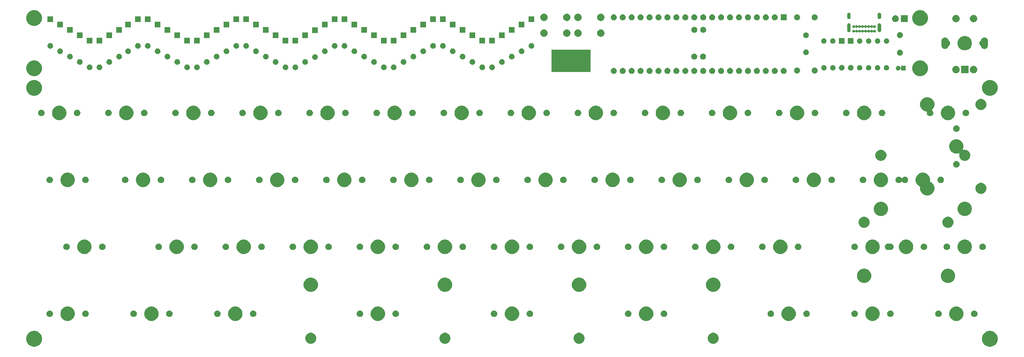
<source format=gts>
G04 #@! TF.GenerationSoftware,KiCad,Pcbnew,(5.1.4)-1*
G04 #@! TF.CreationDate,2023-05-14T00:18:44+08:00*
G04 #@! TF.ProjectId,chevron,63686576-726f-46e2-9e6b-696361645f70,rev?*
G04 #@! TF.SameCoordinates,Original*
G04 #@! TF.FileFunction,Soldermask,Top*
G04 #@! TF.FilePolarity,Negative*
%FSLAX46Y46*%
G04 Gerber Fmt 4.6, Leading zero omitted, Abs format (unit mm)*
G04 Created by KiCad (PCBNEW (5.1.4)-1) date 2023-05-14 00:18:44*
%MOMM*%
%LPD*%
G04 APERTURE LIST*
%ADD10C,0.100000*%
%ADD11C,1.000000*%
G04 APERTURE END LIST*
D10*
G36*
X150788000Y-8080000D02*
G01*
X139788000Y-8080000D01*
X139788000Y-1830000D01*
X150788000Y-1830000D01*
X150788000Y-8080000D01*
G37*
X150788000Y-8080000D02*
X139788000Y-8080000D01*
X139788000Y-1830000D01*
X150788000Y-1830000D01*
X150788000Y-8080000D01*
D11*
G36*
X264595296Y-81897488D02*
G01*
X264976009Y-81973216D01*
X265385665Y-82142901D01*
X265754345Y-82389246D01*
X266067882Y-82702783D01*
X266314227Y-83071463D01*
X266483912Y-83481119D01*
X266570416Y-83916008D01*
X266570416Y-84359416D01*
X266483912Y-84794305D01*
X266314227Y-85203961D01*
X266067882Y-85572641D01*
X265754345Y-85886178D01*
X265385665Y-86132523D01*
X264976009Y-86302208D01*
X264595296Y-86377936D01*
X264541121Y-86388712D01*
X264097711Y-86388712D01*
X264043536Y-86377936D01*
X263662823Y-86302208D01*
X263253167Y-86132523D01*
X262884487Y-85886178D01*
X262570950Y-85572641D01*
X262324605Y-85203961D01*
X262154920Y-84794305D01*
X262068416Y-84359416D01*
X262068416Y-83916008D01*
X262154920Y-83481119D01*
X262324605Y-83071463D01*
X262570950Y-82702783D01*
X262884487Y-82389246D01*
X263253167Y-82142901D01*
X263662823Y-81973216D01*
X264043536Y-81897488D01*
X264097711Y-81886712D01*
X264541121Y-81886712D01*
X264595296Y-81897488D01*
X264595296Y-81897488D01*
G37*
G36*
X-6867888Y-81897488D02*
G01*
X-6487175Y-81973216D01*
X-6077519Y-82142901D01*
X-5708839Y-82389246D01*
X-5395302Y-82702783D01*
X-5148957Y-83071463D01*
X-4979272Y-83481119D01*
X-4892768Y-83916008D01*
X-4892768Y-84359416D01*
X-4979272Y-84794305D01*
X-5148957Y-85203961D01*
X-5395302Y-85572641D01*
X-5708839Y-85886178D01*
X-6077519Y-86132523D01*
X-6487175Y-86302208D01*
X-6867888Y-86377936D01*
X-6922063Y-86388712D01*
X-7365473Y-86388712D01*
X-7419648Y-86377936D01*
X-7800361Y-86302208D01*
X-8210017Y-86132523D01*
X-8578697Y-85886178D01*
X-8892234Y-85572641D01*
X-9138579Y-85203961D01*
X-9308264Y-84794305D01*
X-9394768Y-84359416D01*
X-9394768Y-83916008D01*
X-9308264Y-83481119D01*
X-9138579Y-83071463D01*
X-8892234Y-82702783D01*
X-8578697Y-82389246D01*
X-8210017Y-82142901D01*
X-7800361Y-81973216D01*
X-7419648Y-81897488D01*
X-7365473Y-81886712D01*
X-6922063Y-81886712D01*
X-6867888Y-81897488D01*
X-6867888Y-81897488D01*
G37*
G36*
X186197331Y-82464470D02*
G01*
X186316057Y-82513648D01*
X186483961Y-82583196D01*
X186532494Y-82615625D01*
X186741924Y-82755561D01*
X186961303Y-82974940D01*
X187076473Y-83147305D01*
X187133668Y-83232903D01*
X187252394Y-83519534D01*
X187312920Y-83823819D01*
X187312920Y-84134069D01*
X187252394Y-84438354D01*
X187133668Y-84724985D01*
X187133667Y-84724986D01*
X186961303Y-84982948D01*
X186741924Y-85202327D01*
X186648212Y-85264943D01*
X186483961Y-85374692D01*
X186371185Y-85421405D01*
X186197331Y-85493418D01*
X186045187Y-85523681D01*
X185893045Y-85553944D01*
X185582699Y-85553944D01*
X185430557Y-85523681D01*
X185278413Y-85493418D01*
X185104559Y-85421405D01*
X184991783Y-85374692D01*
X184827532Y-85264943D01*
X184733820Y-85202327D01*
X184514441Y-84982948D01*
X184342077Y-84724986D01*
X184342076Y-84724985D01*
X184223350Y-84438354D01*
X184162824Y-84134069D01*
X184162824Y-83823819D01*
X184223350Y-83519534D01*
X184342076Y-83232903D01*
X184399271Y-83147305D01*
X184514441Y-82974940D01*
X184733820Y-82755561D01*
X184943250Y-82615625D01*
X184991783Y-82583196D01*
X185159687Y-82513648D01*
X185278413Y-82464470D01*
X185582699Y-82403944D01*
X185893045Y-82403944D01*
X186197331Y-82464470D01*
X186197331Y-82464470D01*
G37*
G36*
X109997139Y-82464470D02*
G01*
X110115865Y-82513648D01*
X110283769Y-82583196D01*
X110332302Y-82615625D01*
X110541732Y-82755561D01*
X110761111Y-82974940D01*
X110876281Y-83147305D01*
X110933476Y-83232903D01*
X111052202Y-83519534D01*
X111112728Y-83823819D01*
X111112728Y-84134069D01*
X111052202Y-84438354D01*
X110933476Y-84724985D01*
X110933475Y-84724986D01*
X110761111Y-84982948D01*
X110541732Y-85202327D01*
X110448020Y-85264943D01*
X110283769Y-85374692D01*
X110170993Y-85421405D01*
X109997139Y-85493418D01*
X109844995Y-85523681D01*
X109692853Y-85553944D01*
X109382603Y-85553944D01*
X109230461Y-85523681D01*
X109078317Y-85493418D01*
X108904463Y-85421405D01*
X108791687Y-85374692D01*
X108627436Y-85264943D01*
X108533724Y-85202327D01*
X108314345Y-84982948D01*
X108141981Y-84724986D01*
X108141980Y-84724985D01*
X108023254Y-84438354D01*
X107962728Y-84134069D01*
X107962728Y-83823819D01*
X108023254Y-83519534D01*
X108141980Y-83232903D01*
X108199175Y-83147305D01*
X108314345Y-82974940D01*
X108533724Y-82755561D01*
X108743154Y-82615625D01*
X108791687Y-82583196D01*
X108959591Y-82513648D01*
X109078317Y-82464470D01*
X109382603Y-82403944D01*
X109692853Y-82403944D01*
X109997139Y-82464470D01*
X109997139Y-82464470D01*
G37*
G36*
X71897235Y-82464470D02*
G01*
X72015961Y-82513648D01*
X72183865Y-82583196D01*
X72232398Y-82615625D01*
X72441828Y-82755561D01*
X72661207Y-82974940D01*
X72776377Y-83147305D01*
X72833572Y-83232903D01*
X72952298Y-83519534D01*
X73012824Y-83823819D01*
X73012824Y-84134069D01*
X72952298Y-84438354D01*
X72833572Y-84724985D01*
X72833571Y-84724986D01*
X72661207Y-84982948D01*
X72441828Y-85202327D01*
X72348116Y-85264943D01*
X72183865Y-85374692D01*
X72071089Y-85421405D01*
X71897235Y-85493418D01*
X71745091Y-85523681D01*
X71592949Y-85553944D01*
X71282603Y-85553944D01*
X71130461Y-85523681D01*
X70978317Y-85493418D01*
X70804463Y-85421405D01*
X70691687Y-85374692D01*
X70527436Y-85264943D01*
X70433724Y-85202327D01*
X70214345Y-84982948D01*
X70041981Y-84724986D01*
X70041980Y-84724985D01*
X69923254Y-84438354D01*
X69862728Y-84134069D01*
X69862728Y-83823819D01*
X69923254Y-83519534D01*
X70041980Y-83232903D01*
X70099175Y-83147305D01*
X70214345Y-82974940D01*
X70433724Y-82755561D01*
X70643154Y-82615625D01*
X70691687Y-82583196D01*
X70859591Y-82513648D01*
X70978317Y-82464470D01*
X71282603Y-82403944D01*
X71592949Y-82403944D01*
X71897235Y-82464470D01*
X71897235Y-82464470D01*
G37*
G36*
X148097331Y-82464470D02*
G01*
X148216057Y-82513648D01*
X148383961Y-82583196D01*
X148432494Y-82615625D01*
X148641924Y-82755561D01*
X148861303Y-82974940D01*
X148976473Y-83147305D01*
X149033668Y-83232903D01*
X149152394Y-83519534D01*
X149212920Y-83823819D01*
X149212920Y-84134069D01*
X149152394Y-84438354D01*
X149033668Y-84724985D01*
X149033667Y-84724986D01*
X148861303Y-84982948D01*
X148641924Y-85202327D01*
X148548212Y-85264943D01*
X148383961Y-85374692D01*
X148271185Y-85421405D01*
X148097331Y-85493418D01*
X147945187Y-85523681D01*
X147793045Y-85553944D01*
X147482795Y-85553944D01*
X147330653Y-85523681D01*
X147178509Y-85493418D01*
X147004655Y-85421405D01*
X146891879Y-85374692D01*
X146727628Y-85264943D01*
X146633916Y-85202327D01*
X146414537Y-84982948D01*
X146242173Y-84724986D01*
X146242172Y-84724985D01*
X146123446Y-84438354D01*
X146062920Y-84134069D01*
X146062920Y-83823819D01*
X146123446Y-83519534D01*
X146242172Y-83232903D01*
X146299367Y-83147305D01*
X146414537Y-82974940D01*
X146633916Y-82755561D01*
X146843346Y-82615625D01*
X146891879Y-82583196D01*
X147059783Y-82513648D01*
X147178509Y-82464470D01*
X147482795Y-82403944D01*
X147793045Y-82403944D01*
X148097331Y-82464470D01*
X148097331Y-82464470D01*
G37*
G36*
X129184298Y-75027628D02*
G01*
X129402298Y-75117927D01*
X129556447Y-75181777D01*
X129891372Y-75405567D01*
X130176201Y-75690396D01*
X130399991Y-76025321D01*
X130432386Y-76103530D01*
X130554140Y-76397470D01*
X130632724Y-76792538D01*
X130632724Y-77195350D01*
X130554140Y-77590418D01*
X130503275Y-77713216D01*
X130399991Y-77962567D01*
X130176201Y-78297492D01*
X129891372Y-78582321D01*
X129556447Y-78806111D01*
X129402298Y-78869961D01*
X129184298Y-78960260D01*
X128789230Y-79038844D01*
X128386418Y-79038844D01*
X127991350Y-78960260D01*
X127773350Y-78869961D01*
X127619201Y-78806111D01*
X127284276Y-78582321D01*
X126999447Y-78297492D01*
X126775657Y-77962567D01*
X126672373Y-77713216D01*
X126621508Y-77590418D01*
X126542924Y-77195350D01*
X126542924Y-76792538D01*
X126621508Y-76397470D01*
X126743262Y-76103530D01*
X126775657Y-76025321D01*
X126999447Y-75690396D01*
X127284276Y-75405567D01*
X127619201Y-75181777D01*
X127773350Y-75117927D01*
X127991350Y-75027628D01*
X128386418Y-74949044D01*
X128789230Y-74949044D01*
X129184298Y-75027628D01*
X129184298Y-75027628D01*
G37*
G36*
X2977724Y-75027628D02*
G01*
X3195724Y-75117927D01*
X3349873Y-75181777D01*
X3684798Y-75405567D01*
X3969627Y-75690396D01*
X4193417Y-76025321D01*
X4225812Y-76103530D01*
X4347566Y-76397470D01*
X4426150Y-76792538D01*
X4426150Y-77195350D01*
X4347566Y-77590418D01*
X4296701Y-77713216D01*
X4193417Y-77962567D01*
X3969627Y-78297492D01*
X3684798Y-78582321D01*
X3349873Y-78806111D01*
X3195724Y-78869961D01*
X2977724Y-78960260D01*
X2582656Y-79038844D01*
X2179844Y-79038844D01*
X1784776Y-78960260D01*
X1566776Y-78869961D01*
X1412627Y-78806111D01*
X1077702Y-78582321D01*
X792873Y-78297492D01*
X569083Y-77962567D01*
X465799Y-77713216D01*
X414934Y-77590418D01*
X336350Y-77195350D01*
X336350Y-76792538D01*
X414934Y-76397470D01*
X536688Y-76103530D01*
X569083Y-76025321D01*
X792873Y-75690396D01*
X1077702Y-75405567D01*
X1412627Y-75181777D01*
X1566776Y-75117927D01*
X1784776Y-75027628D01*
X2179844Y-74949044D01*
X2582656Y-74949044D01*
X2977724Y-75027628D01*
X2977724Y-75027628D01*
G37*
G36*
X26790224Y-75027628D02*
G01*
X27008224Y-75117927D01*
X27162373Y-75181777D01*
X27497298Y-75405567D01*
X27782127Y-75690396D01*
X28005917Y-76025321D01*
X28038312Y-76103530D01*
X28160066Y-76397470D01*
X28238650Y-76792538D01*
X28238650Y-77195350D01*
X28160066Y-77590418D01*
X28109201Y-77713216D01*
X28005917Y-77962567D01*
X27782127Y-78297492D01*
X27497298Y-78582321D01*
X27162373Y-78806111D01*
X27008224Y-78869961D01*
X26790224Y-78960260D01*
X26395156Y-79038844D01*
X25992344Y-79038844D01*
X25597276Y-78960260D01*
X25379276Y-78869961D01*
X25225127Y-78806111D01*
X24890202Y-78582321D01*
X24605373Y-78297492D01*
X24381583Y-77962567D01*
X24278299Y-77713216D01*
X24227434Y-77590418D01*
X24148850Y-77195350D01*
X24148850Y-76792538D01*
X24227434Y-76397470D01*
X24349188Y-76103530D01*
X24381583Y-76025321D01*
X24605373Y-75690396D01*
X24890202Y-75405567D01*
X25225127Y-75181777D01*
X25379276Y-75117927D01*
X25597276Y-75027628D01*
X25992344Y-74949044D01*
X26395156Y-74949044D01*
X26790224Y-75027628D01*
X26790224Y-75027628D01*
G37*
G36*
X255390866Y-75027628D02*
G01*
X255608866Y-75117927D01*
X255763015Y-75181777D01*
X256097940Y-75405567D01*
X256382769Y-75690396D01*
X256606559Y-76025321D01*
X256638954Y-76103530D01*
X256760708Y-76397470D01*
X256839292Y-76792538D01*
X256839292Y-77195350D01*
X256760708Y-77590418D01*
X256709843Y-77713216D01*
X256606559Y-77962567D01*
X256382769Y-78297492D01*
X256097940Y-78582321D01*
X255763015Y-78806111D01*
X255608866Y-78869961D01*
X255390866Y-78960260D01*
X254995798Y-79038844D01*
X254592986Y-79038844D01*
X254197918Y-78960260D01*
X253979918Y-78869961D01*
X253825769Y-78806111D01*
X253490844Y-78582321D01*
X253206015Y-78297492D01*
X252982225Y-77962567D01*
X252878941Y-77713216D01*
X252828076Y-77590418D01*
X252749492Y-77195350D01*
X252749492Y-76792538D01*
X252828076Y-76397470D01*
X252949830Y-76103530D01*
X252982225Y-76025321D01*
X253206015Y-75690396D01*
X253490844Y-75405567D01*
X253825769Y-75181777D01*
X253979918Y-75117927D01*
X254197918Y-75027628D01*
X254592986Y-74949044D01*
X254995798Y-74949044D01*
X255390866Y-75027628D01*
X255390866Y-75027628D01*
G37*
G36*
X167284394Y-75027628D02*
G01*
X167502394Y-75117927D01*
X167656543Y-75181777D01*
X167991468Y-75405567D01*
X168276297Y-75690396D01*
X168500087Y-76025321D01*
X168532482Y-76103530D01*
X168654236Y-76397470D01*
X168732820Y-76792538D01*
X168732820Y-77195350D01*
X168654236Y-77590418D01*
X168603371Y-77713216D01*
X168500087Y-77962567D01*
X168276297Y-78297492D01*
X167991468Y-78582321D01*
X167656543Y-78806111D01*
X167502394Y-78869961D01*
X167284394Y-78960260D01*
X166889326Y-79038844D01*
X166486514Y-79038844D01*
X166091446Y-78960260D01*
X165873446Y-78869961D01*
X165719297Y-78806111D01*
X165384372Y-78582321D01*
X165099543Y-78297492D01*
X164875753Y-77962567D01*
X164772469Y-77713216D01*
X164721604Y-77590418D01*
X164643020Y-77195350D01*
X164643020Y-76792538D01*
X164721604Y-76397470D01*
X164843358Y-76103530D01*
X164875753Y-76025321D01*
X165099543Y-75690396D01*
X165384372Y-75405567D01*
X165719297Y-75181777D01*
X165873446Y-75117927D01*
X166091446Y-75027628D01*
X166486514Y-74949044D01*
X166889326Y-74949044D01*
X167284394Y-75027628D01*
X167284394Y-75027628D01*
G37*
G36*
X231578306Y-75027628D02*
G01*
X231796306Y-75117927D01*
X231950455Y-75181777D01*
X232285380Y-75405567D01*
X232570209Y-75690396D01*
X232793999Y-76025321D01*
X232826394Y-76103530D01*
X232948148Y-76397470D01*
X233026732Y-76792538D01*
X233026732Y-77195350D01*
X232948148Y-77590418D01*
X232897283Y-77713216D01*
X232793999Y-77962567D01*
X232570209Y-78297492D01*
X232285380Y-78582321D01*
X231950455Y-78806111D01*
X231796306Y-78869961D01*
X231578306Y-78960260D01*
X231183238Y-79038844D01*
X230780426Y-79038844D01*
X230385358Y-78960260D01*
X230167358Y-78869961D01*
X230013209Y-78806111D01*
X229678284Y-78582321D01*
X229393455Y-78297492D01*
X229169665Y-77962567D01*
X229066381Y-77713216D01*
X229015516Y-77590418D01*
X228936932Y-77195350D01*
X228936932Y-76792538D01*
X229015516Y-76397470D01*
X229137270Y-76103530D01*
X229169665Y-76025321D01*
X229393455Y-75690396D01*
X229678284Y-75405567D01*
X230013209Y-75181777D01*
X230167358Y-75117927D01*
X230385358Y-75027628D01*
X230780426Y-74949044D01*
X231183238Y-74949044D01*
X231578306Y-75027628D01*
X231578306Y-75027628D01*
G37*
G36*
X207765746Y-75027628D02*
G01*
X207983746Y-75117927D01*
X208137895Y-75181777D01*
X208472820Y-75405567D01*
X208757649Y-75690396D01*
X208981439Y-76025321D01*
X209013834Y-76103530D01*
X209135588Y-76397470D01*
X209214172Y-76792538D01*
X209214172Y-77195350D01*
X209135588Y-77590418D01*
X209084723Y-77713216D01*
X208981439Y-77962567D01*
X208757649Y-78297492D01*
X208472820Y-78582321D01*
X208137895Y-78806111D01*
X207983746Y-78869961D01*
X207765746Y-78960260D01*
X207370678Y-79038844D01*
X206967866Y-79038844D01*
X206572798Y-78960260D01*
X206354798Y-78869961D01*
X206200649Y-78806111D01*
X205865724Y-78582321D01*
X205580895Y-78297492D01*
X205357105Y-77962567D01*
X205253821Y-77713216D01*
X205202956Y-77590418D01*
X205124372Y-77195350D01*
X205124372Y-76792538D01*
X205202956Y-76397470D01*
X205324710Y-76103530D01*
X205357105Y-76025321D01*
X205580895Y-75690396D01*
X205865724Y-75405567D01*
X206200649Y-75181777D01*
X206354798Y-75117927D01*
X206572798Y-75027628D01*
X206967866Y-74949044D01*
X207370678Y-74949044D01*
X207765746Y-75027628D01*
X207765746Y-75027628D01*
G37*
G36*
X91084202Y-75027628D02*
G01*
X91302202Y-75117927D01*
X91456351Y-75181777D01*
X91791276Y-75405567D01*
X92076105Y-75690396D01*
X92299895Y-76025321D01*
X92332290Y-76103530D01*
X92454044Y-76397470D01*
X92532628Y-76792538D01*
X92532628Y-77195350D01*
X92454044Y-77590418D01*
X92403179Y-77713216D01*
X92299895Y-77962567D01*
X92076105Y-78297492D01*
X91791276Y-78582321D01*
X91456351Y-78806111D01*
X91302202Y-78869961D01*
X91084202Y-78960260D01*
X90689134Y-79038844D01*
X90286322Y-79038844D01*
X89891254Y-78960260D01*
X89673254Y-78869961D01*
X89519105Y-78806111D01*
X89184180Y-78582321D01*
X88899351Y-78297492D01*
X88675561Y-77962567D01*
X88572277Y-77713216D01*
X88521412Y-77590418D01*
X88442828Y-77195350D01*
X88442828Y-76792538D01*
X88521412Y-76397470D01*
X88643166Y-76103530D01*
X88675561Y-76025321D01*
X88899351Y-75690396D01*
X89184180Y-75405567D01*
X89519105Y-75181777D01*
X89673254Y-75117927D01*
X89891254Y-75027628D01*
X90286322Y-74949044D01*
X90689134Y-74949044D01*
X91084202Y-75027628D01*
X91084202Y-75027628D01*
G37*
G36*
X50602724Y-75027434D02*
G01*
X50820724Y-75117733D01*
X50974873Y-75181583D01*
X51309798Y-75405373D01*
X51594627Y-75690202D01*
X51818417Y-76025127D01*
X51850812Y-76103336D01*
X51972566Y-76397276D01*
X52051150Y-76792344D01*
X52051150Y-77195156D01*
X51972566Y-77590224D01*
X51921701Y-77713022D01*
X51818417Y-77962373D01*
X51594627Y-78297298D01*
X51309798Y-78582127D01*
X50974873Y-78805917D01*
X50820724Y-78869767D01*
X50602724Y-78960066D01*
X50207656Y-79038650D01*
X49804844Y-79038650D01*
X49409776Y-78960066D01*
X49191776Y-78869767D01*
X49037627Y-78805917D01*
X48702702Y-78582127D01*
X48417873Y-78297298D01*
X48194083Y-77962373D01*
X48090799Y-77713022D01*
X48039934Y-77590224D01*
X47961350Y-77195156D01*
X47961350Y-76792344D01*
X48039934Y-76397276D01*
X48161688Y-76103336D01*
X48194083Y-76025127D01*
X48417873Y-75690202D01*
X48702702Y-75405373D01*
X49037627Y-75181583D01*
X49191776Y-75117733D01*
X49409776Y-75027434D01*
X49804844Y-74948850D01*
X50207656Y-74948850D01*
X50602724Y-75027434D01*
X50602724Y-75027434D01*
G37*
G36*
X31543854Y-76103529D02*
G01*
X31712376Y-76173333D01*
X31864041Y-76274672D01*
X31993022Y-76403653D01*
X32094361Y-76555318D01*
X32164165Y-76723840D01*
X32199750Y-76902741D01*
X32199750Y-77085147D01*
X32164165Y-77264048D01*
X32094361Y-77432570D01*
X31993022Y-77584235D01*
X31864041Y-77713216D01*
X31712376Y-77814555D01*
X31543854Y-77884359D01*
X31364953Y-77919944D01*
X31182547Y-77919944D01*
X31003646Y-77884359D01*
X30835124Y-77814555D01*
X30683459Y-77713216D01*
X30554478Y-77584235D01*
X30453139Y-77432570D01*
X30383335Y-77264048D01*
X30347750Y-77085147D01*
X30347750Y-76902741D01*
X30383335Y-76723840D01*
X30453139Y-76555318D01*
X30554478Y-76403653D01*
X30683459Y-76274672D01*
X30835124Y-76173333D01*
X31003646Y-76103529D01*
X31182547Y-76067944D01*
X31364953Y-76067944D01*
X31543854Y-76103529D01*
X31543854Y-76103529D01*
G37*
G36*
X21383854Y-76103529D02*
G01*
X21552376Y-76173333D01*
X21704041Y-76274672D01*
X21833022Y-76403653D01*
X21934361Y-76555318D01*
X22004165Y-76723840D01*
X22039750Y-76902741D01*
X22039750Y-77085147D01*
X22004165Y-77264048D01*
X21934361Y-77432570D01*
X21833022Y-77584235D01*
X21704041Y-77713216D01*
X21552376Y-77814555D01*
X21383854Y-77884359D01*
X21204953Y-77919944D01*
X21022547Y-77919944D01*
X20843646Y-77884359D01*
X20675124Y-77814555D01*
X20523459Y-77713216D01*
X20394478Y-77584235D01*
X20293139Y-77432570D01*
X20223335Y-77264048D01*
X20187750Y-77085147D01*
X20187750Y-76902741D01*
X20223335Y-76723840D01*
X20293139Y-76555318D01*
X20394478Y-76403653D01*
X20523459Y-76274672D01*
X20675124Y-76173333D01*
X20843646Y-76103529D01*
X21022547Y-76067944D01*
X21204953Y-76067944D01*
X21383854Y-76103529D01*
X21383854Y-76103529D01*
G37*
G36*
X-2428646Y-76103529D02*
G01*
X-2260124Y-76173333D01*
X-2108459Y-76274672D01*
X-1979478Y-76403653D01*
X-1878139Y-76555318D01*
X-1808335Y-76723840D01*
X-1772750Y-76902741D01*
X-1772750Y-77085147D01*
X-1808335Y-77264048D01*
X-1878139Y-77432570D01*
X-1979478Y-77584235D01*
X-2108459Y-77713216D01*
X-2260124Y-77814555D01*
X-2428646Y-77884359D01*
X-2607547Y-77919944D01*
X-2789953Y-77919944D01*
X-2968854Y-77884359D01*
X-3137376Y-77814555D01*
X-3289041Y-77713216D01*
X-3418022Y-77584235D01*
X-3519361Y-77432570D01*
X-3589165Y-77264048D01*
X-3624750Y-77085147D01*
X-3624750Y-76902741D01*
X-3589165Y-76723840D01*
X-3519361Y-76555318D01*
X-3418022Y-76403653D01*
X-3289041Y-76274672D01*
X-3137376Y-76173333D01*
X-2968854Y-76103529D01*
X-2789953Y-76067944D01*
X-2607547Y-76067944D01*
X-2428646Y-76103529D01*
X-2428646Y-76103529D01*
G37*
G36*
X7731354Y-76103529D02*
G01*
X7899876Y-76173333D01*
X8051541Y-76274672D01*
X8180522Y-76403653D01*
X8281861Y-76555318D01*
X8351665Y-76723840D01*
X8387250Y-76902741D01*
X8387250Y-77085147D01*
X8351665Y-77264048D01*
X8281861Y-77432570D01*
X8180522Y-77584235D01*
X8051541Y-77713216D01*
X7899876Y-77814555D01*
X7731354Y-77884359D01*
X7552453Y-77919944D01*
X7370047Y-77919944D01*
X7191146Y-77884359D01*
X7022624Y-77814555D01*
X6870959Y-77713216D01*
X6741978Y-77584235D01*
X6640639Y-77432570D01*
X6570835Y-77264048D01*
X6535250Y-77085147D01*
X6535250Y-76902741D01*
X6570835Y-76723840D01*
X6640639Y-76555318D01*
X6741978Y-76403653D01*
X6870959Y-76274672D01*
X7022624Y-76173333D01*
X7191146Y-76103529D01*
X7370047Y-76067944D01*
X7552453Y-76067944D01*
X7731354Y-76103529D01*
X7731354Y-76103529D01*
G37*
G36*
X95837832Y-76103529D02*
G01*
X96006354Y-76173333D01*
X96158019Y-76274672D01*
X96287000Y-76403653D01*
X96388339Y-76555318D01*
X96458143Y-76723840D01*
X96493728Y-76902741D01*
X96493728Y-77085147D01*
X96458143Y-77264048D01*
X96388339Y-77432570D01*
X96287000Y-77584235D01*
X96158019Y-77713216D01*
X96006354Y-77814555D01*
X95837832Y-77884359D01*
X95658931Y-77919944D01*
X95476525Y-77919944D01*
X95297624Y-77884359D01*
X95129102Y-77814555D01*
X94977437Y-77713216D01*
X94848456Y-77584235D01*
X94747117Y-77432570D01*
X94677313Y-77264048D01*
X94641728Y-77085147D01*
X94641728Y-76902741D01*
X94677313Y-76723840D01*
X94747117Y-76555318D01*
X94848456Y-76403653D01*
X94977437Y-76274672D01*
X95129102Y-76173333D01*
X95297624Y-76103529D01*
X95476525Y-76067944D01*
X95658931Y-76067944D01*
X95837832Y-76103529D01*
X95837832Y-76103529D01*
G37*
G36*
X85677832Y-76103529D02*
G01*
X85846354Y-76173333D01*
X85998019Y-76274672D01*
X86127000Y-76403653D01*
X86228339Y-76555318D01*
X86298143Y-76723840D01*
X86333728Y-76902741D01*
X86333728Y-77085147D01*
X86298143Y-77264048D01*
X86228339Y-77432570D01*
X86127000Y-77584235D01*
X85998019Y-77713216D01*
X85846354Y-77814555D01*
X85677832Y-77884359D01*
X85498931Y-77919944D01*
X85316525Y-77919944D01*
X85137624Y-77884359D01*
X84969102Y-77814555D01*
X84817437Y-77713216D01*
X84688456Y-77584235D01*
X84587117Y-77432570D01*
X84517313Y-77264048D01*
X84481728Y-77085147D01*
X84481728Y-76902741D01*
X84517313Y-76723840D01*
X84587117Y-76555318D01*
X84688456Y-76403653D01*
X84817437Y-76274672D01*
X84969102Y-76173333D01*
X85137624Y-76103529D01*
X85316525Y-76067944D01*
X85498931Y-76067944D01*
X85677832Y-76103529D01*
X85677832Y-76103529D01*
G37*
G36*
X133937928Y-76103529D02*
G01*
X134106450Y-76173333D01*
X134258115Y-76274672D01*
X134387096Y-76403653D01*
X134488435Y-76555318D01*
X134558239Y-76723840D01*
X134593824Y-76902741D01*
X134593824Y-77085147D01*
X134558239Y-77264048D01*
X134488435Y-77432570D01*
X134387096Y-77584235D01*
X134258115Y-77713216D01*
X134106450Y-77814555D01*
X133937928Y-77884359D01*
X133759027Y-77919944D01*
X133576621Y-77919944D01*
X133397720Y-77884359D01*
X133229198Y-77814555D01*
X133077533Y-77713216D01*
X132948552Y-77584235D01*
X132847213Y-77432570D01*
X132777409Y-77264048D01*
X132741824Y-77085147D01*
X132741824Y-76902741D01*
X132777409Y-76723840D01*
X132847213Y-76555318D01*
X132948552Y-76403653D01*
X133077533Y-76274672D01*
X133229198Y-76173333D01*
X133397720Y-76103529D01*
X133576621Y-76067944D01*
X133759027Y-76067944D01*
X133937928Y-76103529D01*
X133937928Y-76103529D01*
G37*
G36*
X123777928Y-76103529D02*
G01*
X123946450Y-76173333D01*
X124098115Y-76274672D01*
X124227096Y-76403653D01*
X124328435Y-76555318D01*
X124398239Y-76723840D01*
X124433824Y-76902741D01*
X124433824Y-77085147D01*
X124398239Y-77264048D01*
X124328435Y-77432570D01*
X124227096Y-77584235D01*
X124098115Y-77713216D01*
X123946450Y-77814555D01*
X123777928Y-77884359D01*
X123599027Y-77919944D01*
X123416621Y-77919944D01*
X123237720Y-77884359D01*
X123069198Y-77814555D01*
X122917533Y-77713216D01*
X122788552Y-77584235D01*
X122687213Y-77432570D01*
X122617409Y-77264048D01*
X122581824Y-77085147D01*
X122581824Y-76902741D01*
X122617409Y-76723840D01*
X122687213Y-76555318D01*
X122788552Y-76403653D01*
X122917533Y-76274672D01*
X123069198Y-76173333D01*
X123237720Y-76103529D01*
X123416621Y-76067944D01*
X123599027Y-76067944D01*
X123777928Y-76103529D01*
X123777928Y-76103529D01*
G37*
G36*
X161878024Y-76103529D02*
G01*
X162046546Y-76173333D01*
X162198211Y-76274672D01*
X162327192Y-76403653D01*
X162428531Y-76555318D01*
X162498335Y-76723840D01*
X162533920Y-76902741D01*
X162533920Y-77085147D01*
X162498335Y-77264048D01*
X162428531Y-77432570D01*
X162327192Y-77584235D01*
X162198211Y-77713216D01*
X162046546Y-77814555D01*
X161878024Y-77884359D01*
X161699123Y-77919944D01*
X161516717Y-77919944D01*
X161337816Y-77884359D01*
X161169294Y-77814555D01*
X161017629Y-77713216D01*
X160888648Y-77584235D01*
X160787309Y-77432570D01*
X160717505Y-77264048D01*
X160681920Y-77085147D01*
X160681920Y-76902741D01*
X160717505Y-76723840D01*
X160787309Y-76555318D01*
X160888648Y-76403653D01*
X161017629Y-76274672D01*
X161169294Y-76173333D01*
X161337816Y-76103529D01*
X161516717Y-76067944D01*
X161699123Y-76067944D01*
X161878024Y-76103529D01*
X161878024Y-76103529D01*
G37*
G36*
X172038024Y-76103529D02*
G01*
X172206546Y-76173333D01*
X172358211Y-76274672D01*
X172487192Y-76403653D01*
X172588531Y-76555318D01*
X172658335Y-76723840D01*
X172693920Y-76902741D01*
X172693920Y-77085147D01*
X172658335Y-77264048D01*
X172588531Y-77432570D01*
X172487192Y-77584235D01*
X172358211Y-77713216D01*
X172206546Y-77814555D01*
X172038024Y-77884359D01*
X171859123Y-77919944D01*
X171676717Y-77919944D01*
X171497816Y-77884359D01*
X171329294Y-77814555D01*
X171177629Y-77713216D01*
X171048648Y-77584235D01*
X170947309Y-77432570D01*
X170877505Y-77264048D01*
X170841920Y-77085147D01*
X170841920Y-76902741D01*
X170877505Y-76723840D01*
X170947309Y-76555318D01*
X171048648Y-76403653D01*
X171177629Y-76274672D01*
X171329294Y-76173333D01*
X171497816Y-76103529D01*
X171676717Y-76067944D01*
X171859123Y-76067944D01*
X172038024Y-76103529D01*
X172038024Y-76103529D01*
G37*
G36*
X249984496Y-76103529D02*
G01*
X250153018Y-76173333D01*
X250304683Y-76274672D01*
X250433664Y-76403653D01*
X250535003Y-76555318D01*
X250604807Y-76723840D01*
X250640392Y-76902741D01*
X250640392Y-77085147D01*
X250604807Y-77264048D01*
X250535003Y-77432570D01*
X250433664Y-77584235D01*
X250304683Y-77713216D01*
X250153018Y-77814555D01*
X249984496Y-77884359D01*
X249805595Y-77919944D01*
X249623189Y-77919944D01*
X249444288Y-77884359D01*
X249275766Y-77814555D01*
X249124101Y-77713216D01*
X248995120Y-77584235D01*
X248893781Y-77432570D01*
X248823977Y-77264048D01*
X248788392Y-77085147D01*
X248788392Y-76902741D01*
X248823977Y-76723840D01*
X248893781Y-76555318D01*
X248995120Y-76403653D01*
X249124101Y-76274672D01*
X249275766Y-76173333D01*
X249444288Y-76103529D01*
X249623189Y-76067944D01*
X249805595Y-76067944D01*
X249984496Y-76103529D01*
X249984496Y-76103529D01*
G37*
G36*
X226171936Y-76103529D02*
G01*
X226340458Y-76173333D01*
X226492123Y-76274672D01*
X226621104Y-76403653D01*
X226722443Y-76555318D01*
X226792247Y-76723840D01*
X226827832Y-76902741D01*
X226827832Y-77085147D01*
X226792247Y-77264048D01*
X226722443Y-77432570D01*
X226621104Y-77584235D01*
X226492123Y-77713216D01*
X226340458Y-77814555D01*
X226171936Y-77884359D01*
X225993035Y-77919944D01*
X225810629Y-77919944D01*
X225631728Y-77884359D01*
X225463206Y-77814555D01*
X225311541Y-77713216D01*
X225182560Y-77584235D01*
X225081221Y-77432570D01*
X225011417Y-77264048D01*
X224975832Y-77085147D01*
X224975832Y-76902741D01*
X225011417Y-76723840D01*
X225081221Y-76555318D01*
X225182560Y-76403653D01*
X225311541Y-76274672D01*
X225463206Y-76173333D01*
X225631728Y-76103529D01*
X225810629Y-76067944D01*
X225993035Y-76067944D01*
X226171936Y-76103529D01*
X226171936Y-76103529D01*
G37*
G36*
X260144496Y-76103529D02*
G01*
X260313018Y-76173333D01*
X260464683Y-76274672D01*
X260593664Y-76403653D01*
X260695003Y-76555318D01*
X260764807Y-76723840D01*
X260800392Y-76902741D01*
X260800392Y-77085147D01*
X260764807Y-77264048D01*
X260695003Y-77432570D01*
X260593664Y-77584235D01*
X260464683Y-77713216D01*
X260313018Y-77814555D01*
X260144496Y-77884359D01*
X259965595Y-77919944D01*
X259783189Y-77919944D01*
X259604288Y-77884359D01*
X259435766Y-77814555D01*
X259284101Y-77713216D01*
X259155120Y-77584235D01*
X259053781Y-77432570D01*
X258983977Y-77264048D01*
X258948392Y-77085147D01*
X258948392Y-76902741D01*
X258983977Y-76723840D01*
X259053781Y-76555318D01*
X259155120Y-76403653D01*
X259284101Y-76274672D01*
X259435766Y-76173333D01*
X259604288Y-76103529D01*
X259783189Y-76067944D01*
X259965595Y-76067944D01*
X260144496Y-76103529D01*
X260144496Y-76103529D01*
G37*
G36*
X236331936Y-76103529D02*
G01*
X236500458Y-76173333D01*
X236652123Y-76274672D01*
X236781104Y-76403653D01*
X236882443Y-76555318D01*
X236952247Y-76723840D01*
X236987832Y-76902741D01*
X236987832Y-77085147D01*
X236952247Y-77264048D01*
X236882443Y-77432570D01*
X236781104Y-77584235D01*
X236652123Y-77713216D01*
X236500458Y-77814555D01*
X236331936Y-77884359D01*
X236153035Y-77919944D01*
X235970629Y-77919944D01*
X235791728Y-77884359D01*
X235623206Y-77814555D01*
X235471541Y-77713216D01*
X235342560Y-77584235D01*
X235241221Y-77432570D01*
X235171417Y-77264048D01*
X235135832Y-77085147D01*
X235135832Y-76902741D01*
X235171417Y-76723840D01*
X235241221Y-76555318D01*
X235342560Y-76403653D01*
X235471541Y-76274672D01*
X235623206Y-76173333D01*
X235791728Y-76103529D01*
X235970629Y-76067944D01*
X236153035Y-76067944D01*
X236331936Y-76103529D01*
X236331936Y-76103529D01*
G37*
G36*
X202359376Y-76103529D02*
G01*
X202527898Y-76173333D01*
X202679563Y-76274672D01*
X202808544Y-76403653D01*
X202909883Y-76555318D01*
X202979687Y-76723840D01*
X203015272Y-76902741D01*
X203015272Y-77085147D01*
X202979687Y-77264048D01*
X202909883Y-77432570D01*
X202808544Y-77584235D01*
X202679563Y-77713216D01*
X202527898Y-77814555D01*
X202359376Y-77884359D01*
X202180475Y-77919944D01*
X201998069Y-77919944D01*
X201819168Y-77884359D01*
X201650646Y-77814555D01*
X201498981Y-77713216D01*
X201370000Y-77584235D01*
X201268661Y-77432570D01*
X201198857Y-77264048D01*
X201163272Y-77085147D01*
X201163272Y-76902741D01*
X201198857Y-76723840D01*
X201268661Y-76555318D01*
X201370000Y-76403653D01*
X201498981Y-76274672D01*
X201650646Y-76173333D01*
X201819168Y-76103529D01*
X201998069Y-76067944D01*
X202180475Y-76067944D01*
X202359376Y-76103529D01*
X202359376Y-76103529D01*
G37*
G36*
X212519376Y-76103529D02*
G01*
X212687898Y-76173333D01*
X212839563Y-76274672D01*
X212968544Y-76403653D01*
X213069883Y-76555318D01*
X213139687Y-76723840D01*
X213175272Y-76902741D01*
X213175272Y-77085147D01*
X213139687Y-77264048D01*
X213069883Y-77432570D01*
X212968544Y-77584235D01*
X212839563Y-77713216D01*
X212687898Y-77814555D01*
X212519376Y-77884359D01*
X212340475Y-77919944D01*
X212158069Y-77919944D01*
X211979168Y-77884359D01*
X211810646Y-77814555D01*
X211658981Y-77713216D01*
X211530000Y-77584235D01*
X211428661Y-77432570D01*
X211358857Y-77264048D01*
X211323272Y-77085147D01*
X211323272Y-76902741D01*
X211358857Y-76723840D01*
X211428661Y-76555318D01*
X211530000Y-76403653D01*
X211658981Y-76274672D01*
X211810646Y-76173333D01*
X211979168Y-76103529D01*
X212158069Y-76067944D01*
X212340475Y-76067944D01*
X212519376Y-76103529D01*
X212519376Y-76103529D01*
G37*
G36*
X45196354Y-76103335D02*
G01*
X45364876Y-76173139D01*
X45516541Y-76274478D01*
X45645522Y-76403459D01*
X45746861Y-76555124D01*
X45816665Y-76723646D01*
X45852250Y-76902547D01*
X45852250Y-77084953D01*
X45816665Y-77263854D01*
X45746861Y-77432376D01*
X45645522Y-77584041D01*
X45516541Y-77713022D01*
X45364876Y-77814361D01*
X45196354Y-77884165D01*
X45017453Y-77919750D01*
X44835047Y-77919750D01*
X44656146Y-77884165D01*
X44487624Y-77814361D01*
X44335959Y-77713022D01*
X44206978Y-77584041D01*
X44105639Y-77432376D01*
X44035835Y-77263854D01*
X44000250Y-77084953D01*
X44000250Y-76902547D01*
X44035835Y-76723646D01*
X44105639Y-76555124D01*
X44206978Y-76403459D01*
X44335959Y-76274478D01*
X44487624Y-76173139D01*
X44656146Y-76103335D01*
X44835047Y-76067750D01*
X45017453Y-76067750D01*
X45196354Y-76103335D01*
X45196354Y-76103335D01*
G37*
G36*
X55356354Y-76103335D02*
G01*
X55524876Y-76173139D01*
X55676541Y-76274478D01*
X55805522Y-76403459D01*
X55906861Y-76555124D01*
X55976665Y-76723646D01*
X56012250Y-76902547D01*
X56012250Y-77084953D01*
X55976665Y-77263854D01*
X55906861Y-77432376D01*
X55805522Y-77584041D01*
X55676541Y-77713022D01*
X55524876Y-77814361D01*
X55356354Y-77884165D01*
X55177453Y-77919750D01*
X54995047Y-77919750D01*
X54816146Y-77884165D01*
X54647624Y-77814361D01*
X54495959Y-77713022D01*
X54366978Y-77584041D01*
X54265639Y-77432376D01*
X54195835Y-77263854D01*
X54160250Y-77084953D01*
X54160250Y-76902547D01*
X54195835Y-76723646D01*
X54265639Y-76555124D01*
X54366978Y-76403459D01*
X54495959Y-76274478D01*
X54647624Y-76173139D01*
X54816146Y-76103335D01*
X54995047Y-76067750D01*
X55177453Y-76067750D01*
X55356354Y-76103335D01*
X55356354Y-76103335D01*
G37*
G36*
X72034298Y-66772628D02*
G01*
X72252298Y-66862927D01*
X72406447Y-66926777D01*
X72741372Y-67150567D01*
X73026201Y-67435396D01*
X73249991Y-67770321D01*
X73313841Y-67924470D01*
X73404140Y-68142470D01*
X73482724Y-68537538D01*
X73482724Y-68940350D01*
X73404140Y-69335418D01*
X73313841Y-69553418D01*
X73249991Y-69707567D01*
X73026201Y-70042492D01*
X72741372Y-70327321D01*
X72406447Y-70551111D01*
X72252298Y-70614961D01*
X72034298Y-70705260D01*
X71639230Y-70783844D01*
X71236322Y-70783844D01*
X70841254Y-70705260D01*
X70623254Y-70614961D01*
X70469105Y-70551111D01*
X70134180Y-70327321D01*
X69849351Y-70042492D01*
X69625561Y-69707567D01*
X69561711Y-69553418D01*
X69471412Y-69335418D01*
X69392828Y-68940350D01*
X69392828Y-68537538D01*
X69471412Y-68142470D01*
X69561711Y-67924470D01*
X69625561Y-67770321D01*
X69849351Y-67435396D01*
X70134180Y-67150567D01*
X70469105Y-66926777D01*
X70623254Y-66862927D01*
X70841254Y-66772628D01*
X71236322Y-66694044D01*
X71639230Y-66694044D01*
X72034298Y-66772628D01*
X72034298Y-66772628D01*
G37*
G36*
X186334394Y-66772628D02*
G01*
X186552394Y-66862927D01*
X186706543Y-66926777D01*
X187041468Y-67150567D01*
X187326297Y-67435396D01*
X187550087Y-67770321D01*
X187613937Y-67924470D01*
X187704236Y-68142470D01*
X187782820Y-68537538D01*
X187782820Y-68940350D01*
X187704236Y-69335418D01*
X187613937Y-69553418D01*
X187550087Y-69707567D01*
X187326297Y-70042492D01*
X187041468Y-70327321D01*
X186706543Y-70551111D01*
X186552394Y-70614961D01*
X186334394Y-70705260D01*
X185939326Y-70783844D01*
X185536418Y-70783844D01*
X185141350Y-70705260D01*
X184923350Y-70614961D01*
X184769201Y-70551111D01*
X184434276Y-70327321D01*
X184149447Y-70042492D01*
X183925657Y-69707567D01*
X183861807Y-69553418D01*
X183771508Y-69335418D01*
X183692924Y-68940350D01*
X183692924Y-68537538D01*
X183771508Y-68142470D01*
X183861807Y-67924470D01*
X183925657Y-67770321D01*
X184149447Y-67435396D01*
X184434276Y-67150567D01*
X184769201Y-66926777D01*
X184923350Y-66862927D01*
X185141350Y-66772628D01*
X185536418Y-66694044D01*
X185939326Y-66694044D01*
X186334394Y-66772628D01*
X186334394Y-66772628D01*
G37*
G36*
X148234394Y-66772628D02*
G01*
X148452394Y-66862927D01*
X148606543Y-66926777D01*
X148941468Y-67150567D01*
X149226297Y-67435396D01*
X149450087Y-67770321D01*
X149513937Y-67924470D01*
X149604236Y-68142470D01*
X149682820Y-68537538D01*
X149682820Y-68940350D01*
X149604236Y-69335418D01*
X149513937Y-69553418D01*
X149450087Y-69707567D01*
X149226297Y-70042492D01*
X148941468Y-70327321D01*
X148606543Y-70551111D01*
X148452394Y-70614961D01*
X148234394Y-70705260D01*
X147839326Y-70783844D01*
X147436514Y-70783844D01*
X147041446Y-70705260D01*
X146823446Y-70614961D01*
X146669297Y-70551111D01*
X146334372Y-70327321D01*
X146049543Y-70042492D01*
X145825753Y-69707567D01*
X145761903Y-69553418D01*
X145671604Y-69335418D01*
X145593020Y-68940350D01*
X145593020Y-68537538D01*
X145671604Y-68142470D01*
X145761903Y-67924470D01*
X145825753Y-67770321D01*
X146049543Y-67435396D01*
X146334372Y-67150567D01*
X146669297Y-66926777D01*
X146823446Y-66862927D01*
X147041446Y-66772628D01*
X147436514Y-66694044D01*
X147839326Y-66694044D01*
X148234394Y-66772628D01*
X148234394Y-66772628D01*
G37*
G36*
X110134202Y-66772628D02*
G01*
X110352202Y-66862927D01*
X110506351Y-66926777D01*
X110841276Y-67150567D01*
X111126105Y-67435396D01*
X111349895Y-67770321D01*
X111413745Y-67924470D01*
X111504044Y-68142470D01*
X111582628Y-68537538D01*
X111582628Y-68940350D01*
X111504044Y-69335418D01*
X111413745Y-69553418D01*
X111349895Y-69707567D01*
X111126105Y-70042492D01*
X110841276Y-70327321D01*
X110506351Y-70551111D01*
X110352202Y-70614961D01*
X110134202Y-70705260D01*
X109739134Y-70783844D01*
X109336322Y-70783844D01*
X108941254Y-70705260D01*
X108723254Y-70614961D01*
X108569105Y-70551111D01*
X108234180Y-70327321D01*
X107949351Y-70042492D01*
X107725561Y-69707567D01*
X107661711Y-69553418D01*
X107571412Y-69335418D01*
X107492828Y-68940350D01*
X107492828Y-68537538D01*
X107571412Y-68142470D01*
X107661711Y-67924470D01*
X107725561Y-67770321D01*
X107949351Y-67435396D01*
X108234180Y-67150567D01*
X108569105Y-66926777D01*
X108723254Y-66862927D01*
X108941254Y-66772628D01*
X109336322Y-66694044D01*
X109739134Y-66694044D01*
X110134202Y-66772628D01*
X110134202Y-66772628D01*
G37*
G36*
X229197080Y-64232580D02*
G01*
X229415080Y-64322879D01*
X229569229Y-64386729D01*
X229904154Y-64610519D01*
X230188983Y-64895348D01*
X230412773Y-65230273D01*
X230412773Y-65230274D01*
X230566922Y-65602422D01*
X230645506Y-65997490D01*
X230645506Y-66400302D01*
X230566922Y-66795370D01*
X230512491Y-66926777D01*
X230412773Y-67167519D01*
X230188983Y-67502444D01*
X229904154Y-67787273D01*
X229569229Y-68011063D01*
X229415080Y-68074913D01*
X229197080Y-68165212D01*
X228802012Y-68243796D01*
X228399200Y-68243796D01*
X228004132Y-68165212D01*
X227786132Y-68074913D01*
X227631983Y-68011063D01*
X227297058Y-67787273D01*
X227012229Y-67502444D01*
X226788439Y-67167519D01*
X226688721Y-66926777D01*
X226634290Y-66795370D01*
X226555706Y-66400302D01*
X226555706Y-65997490D01*
X226634290Y-65602422D01*
X226788439Y-65230274D01*
X226788439Y-65230273D01*
X227012229Y-64895348D01*
X227297058Y-64610519D01*
X227631983Y-64386729D01*
X227786132Y-64322879D01*
X228004132Y-64232580D01*
X228399200Y-64153996D01*
X228802012Y-64153996D01*
X229197080Y-64232580D01*
X229197080Y-64232580D01*
G37*
G36*
X253009580Y-64232580D02*
G01*
X253227580Y-64322879D01*
X253381729Y-64386729D01*
X253716654Y-64610519D01*
X254001483Y-64895348D01*
X254225273Y-65230273D01*
X254225273Y-65230274D01*
X254379422Y-65602422D01*
X254458006Y-65997490D01*
X254458006Y-66400302D01*
X254379422Y-66795370D01*
X254324991Y-66926777D01*
X254225273Y-67167519D01*
X254001483Y-67502444D01*
X253716654Y-67787273D01*
X253381729Y-68011063D01*
X253227580Y-68074913D01*
X253009580Y-68165212D01*
X252614512Y-68243796D01*
X252211700Y-68243796D01*
X251816632Y-68165212D01*
X251598632Y-68074913D01*
X251444483Y-68011063D01*
X251109558Y-67787273D01*
X250824729Y-67502444D01*
X250600939Y-67167519D01*
X250501221Y-66926777D01*
X250446790Y-66795370D01*
X250368206Y-66400302D01*
X250368206Y-65997490D01*
X250446790Y-65602422D01*
X250600939Y-65230274D01*
X250600939Y-65230273D01*
X250824729Y-64895348D01*
X251109558Y-64610519D01*
X251444483Y-64386729D01*
X251598632Y-64322879D01*
X251816632Y-64232580D01*
X252211700Y-64153996D01*
X252614512Y-64153996D01*
X253009580Y-64232580D01*
X253009580Y-64232580D01*
G37*
G36*
X186334442Y-55977580D02*
G01*
X186552442Y-56067879D01*
X186706591Y-56131729D01*
X187041516Y-56355519D01*
X187326345Y-56640348D01*
X187550135Y-56975273D01*
X187582530Y-57053482D01*
X187704284Y-57347422D01*
X187782868Y-57742490D01*
X187782868Y-58145302D01*
X187704284Y-58540370D01*
X187653419Y-58663168D01*
X187550135Y-58912519D01*
X187326345Y-59247444D01*
X187041516Y-59532273D01*
X186706591Y-59756063D01*
X186552442Y-59819913D01*
X186334442Y-59910212D01*
X185939374Y-59988796D01*
X185536562Y-59988796D01*
X185141494Y-59910212D01*
X184923494Y-59819913D01*
X184769345Y-59756063D01*
X184434420Y-59532273D01*
X184149591Y-59247444D01*
X183925801Y-58912519D01*
X183822517Y-58663168D01*
X183771652Y-58540370D01*
X183693068Y-58145302D01*
X183693068Y-57742490D01*
X183771652Y-57347422D01*
X183893406Y-57053482D01*
X183925801Y-56975273D01*
X184149591Y-56640348D01*
X184434420Y-56355519D01*
X184769345Y-56131729D01*
X184923494Y-56067879D01*
X185141494Y-55977580D01*
X185536562Y-55898996D01*
X185939374Y-55898996D01*
X186334442Y-55977580D01*
X186334442Y-55977580D01*
G37*
G36*
X167284394Y-55977580D02*
G01*
X167502394Y-56067879D01*
X167656543Y-56131729D01*
X167991468Y-56355519D01*
X168276297Y-56640348D01*
X168500087Y-56975273D01*
X168532482Y-57053482D01*
X168654236Y-57347422D01*
X168732820Y-57742490D01*
X168732820Y-58145302D01*
X168654236Y-58540370D01*
X168603371Y-58663168D01*
X168500087Y-58912519D01*
X168276297Y-59247444D01*
X167991468Y-59532273D01*
X167656543Y-59756063D01*
X167502394Y-59819913D01*
X167284394Y-59910212D01*
X166889326Y-59988796D01*
X166486514Y-59988796D01*
X166091446Y-59910212D01*
X165873446Y-59819913D01*
X165719297Y-59756063D01*
X165384372Y-59532273D01*
X165099543Y-59247444D01*
X164875753Y-58912519D01*
X164772469Y-58663168D01*
X164721604Y-58540370D01*
X164643020Y-58145302D01*
X164643020Y-57742490D01*
X164721604Y-57347422D01*
X164843358Y-57053482D01*
X164875753Y-56975273D01*
X165099543Y-56640348D01*
X165384372Y-56355519D01*
X165719297Y-56131729D01*
X165873446Y-56067879D01*
X166091446Y-55977580D01*
X166486514Y-55898996D01*
X166889326Y-55898996D01*
X167284394Y-55977580D01*
X167284394Y-55977580D01*
G37*
G36*
X231578306Y-55977580D02*
G01*
X231796306Y-56067879D01*
X231950455Y-56131729D01*
X232285380Y-56355519D01*
X232570209Y-56640348D01*
X232793999Y-56975273D01*
X232826394Y-57053482D01*
X232948148Y-57347422D01*
X233026732Y-57742490D01*
X233026732Y-58145302D01*
X232948148Y-58540370D01*
X232897283Y-58663168D01*
X232793999Y-58912519D01*
X232570209Y-59247444D01*
X232285380Y-59532273D01*
X231950455Y-59756063D01*
X231796306Y-59819913D01*
X231578306Y-59910212D01*
X231183238Y-59988796D01*
X230780426Y-59988796D01*
X230385358Y-59910212D01*
X230167358Y-59819913D01*
X230013209Y-59756063D01*
X229678284Y-59532273D01*
X229393455Y-59247444D01*
X229169665Y-58912519D01*
X229066381Y-58663168D01*
X229015516Y-58540370D01*
X228936932Y-58145302D01*
X228936932Y-57742490D01*
X229015516Y-57347422D01*
X229137270Y-57053482D01*
X229169665Y-56975273D01*
X229393455Y-56640348D01*
X229678284Y-56355519D01*
X230013209Y-56131729D01*
X230167358Y-56067879D01*
X230385358Y-55977580D01*
X230780426Y-55898996D01*
X231183238Y-55898996D01*
X231578306Y-55977580D01*
X231578306Y-55977580D01*
G37*
G36*
X257772122Y-55977580D02*
G01*
X257990122Y-56067879D01*
X258144271Y-56131729D01*
X258479196Y-56355519D01*
X258764025Y-56640348D01*
X258987815Y-56975273D01*
X259020210Y-57053482D01*
X259141964Y-57347422D01*
X259220548Y-57742490D01*
X259220548Y-58145302D01*
X259141964Y-58540370D01*
X259091099Y-58663168D01*
X258987815Y-58912519D01*
X258764025Y-59247444D01*
X258479196Y-59532273D01*
X258144271Y-59756063D01*
X257990122Y-59819913D01*
X257772122Y-59910212D01*
X257377054Y-59988796D01*
X256974242Y-59988796D01*
X256579174Y-59910212D01*
X256361174Y-59819913D01*
X256207025Y-59756063D01*
X255872100Y-59532273D01*
X255587271Y-59247444D01*
X255363481Y-58912519D01*
X255260197Y-58663168D01*
X255209332Y-58540370D01*
X255130748Y-58145302D01*
X255130748Y-57742490D01*
X255209332Y-57347422D01*
X255331086Y-57053482D01*
X255363481Y-56975273D01*
X255587271Y-56640348D01*
X255872100Y-56355519D01*
X256207025Y-56131729D01*
X256361174Y-56067879D01*
X256579174Y-55977580D01*
X256974242Y-55898996D01*
X257377054Y-55898996D01*
X257772122Y-55977580D01*
X257772122Y-55977580D01*
G37*
G36*
X241103330Y-55977580D02*
G01*
X241321330Y-56067879D01*
X241475479Y-56131729D01*
X241810404Y-56355519D01*
X242095233Y-56640348D01*
X242319023Y-56975273D01*
X242351418Y-57053482D01*
X242473172Y-57347422D01*
X242551756Y-57742490D01*
X242551756Y-58145302D01*
X242473172Y-58540370D01*
X242422307Y-58663168D01*
X242319023Y-58912519D01*
X242095233Y-59247444D01*
X241810404Y-59532273D01*
X241475479Y-59756063D01*
X241321330Y-59819913D01*
X241103330Y-59910212D01*
X240708262Y-59988796D01*
X240305450Y-59988796D01*
X239910382Y-59910212D01*
X239692382Y-59819913D01*
X239538233Y-59756063D01*
X239203308Y-59532273D01*
X238918479Y-59247444D01*
X238694689Y-58912519D01*
X238591405Y-58663168D01*
X238540540Y-58540370D01*
X238461956Y-58145302D01*
X238461956Y-57742490D01*
X238540540Y-57347422D01*
X238662294Y-57053482D01*
X238694689Y-56975273D01*
X238918479Y-56640348D01*
X239203308Y-56355519D01*
X239538233Y-56131729D01*
X239692382Y-56067879D01*
X239910382Y-55977580D01*
X240305450Y-55898996D01*
X240708262Y-55898996D01*
X241103330Y-55977580D01*
X241103330Y-55977580D01*
G37*
G36*
X205384490Y-55977580D02*
G01*
X205602490Y-56067879D01*
X205756639Y-56131729D01*
X206091564Y-56355519D01*
X206376393Y-56640348D01*
X206600183Y-56975273D01*
X206632578Y-57053482D01*
X206754332Y-57347422D01*
X206832916Y-57742490D01*
X206832916Y-58145302D01*
X206754332Y-58540370D01*
X206703467Y-58663168D01*
X206600183Y-58912519D01*
X206376393Y-59247444D01*
X206091564Y-59532273D01*
X205756639Y-59756063D01*
X205602490Y-59819913D01*
X205384490Y-59910212D01*
X204989422Y-59988796D01*
X204586610Y-59988796D01*
X204191542Y-59910212D01*
X203973542Y-59819913D01*
X203819393Y-59756063D01*
X203484468Y-59532273D01*
X203199639Y-59247444D01*
X202975849Y-58912519D01*
X202872565Y-58663168D01*
X202821700Y-58540370D01*
X202743116Y-58145302D01*
X202743116Y-57742490D01*
X202821700Y-57347422D01*
X202943454Y-57053482D01*
X202975849Y-56975273D01*
X203199639Y-56640348D01*
X203484468Y-56355519D01*
X203819393Y-56131729D01*
X203973542Y-56067879D01*
X204191542Y-55977580D01*
X204586610Y-55898996D01*
X204989422Y-55898996D01*
X205384490Y-55977580D01*
X205384490Y-55977580D01*
G37*
G36*
X110134250Y-55977578D02*
G01*
X110352250Y-56067877D01*
X110506399Y-56131727D01*
X110841324Y-56355517D01*
X111126153Y-56640346D01*
X111349943Y-56975271D01*
X111411192Y-57123139D01*
X111504092Y-57347420D01*
X111582676Y-57742488D01*
X111582676Y-58145300D01*
X111504092Y-58540368D01*
X111453227Y-58663166D01*
X111349943Y-58912517D01*
X111126153Y-59247442D01*
X110841324Y-59532271D01*
X110506399Y-59756061D01*
X110352250Y-59819911D01*
X110134250Y-59910210D01*
X109739182Y-59988794D01*
X109336370Y-59988794D01*
X108941302Y-59910210D01*
X108723302Y-59819911D01*
X108569153Y-59756061D01*
X108234228Y-59532271D01*
X107949399Y-59247442D01*
X107725609Y-58912517D01*
X107622325Y-58663166D01*
X107571460Y-58540368D01*
X107492876Y-58145300D01*
X107492876Y-57742488D01*
X107571460Y-57347420D01*
X107664360Y-57123139D01*
X107725609Y-56975271D01*
X107949399Y-56640346D01*
X108234228Y-56355517D01*
X108569153Y-56131727D01*
X108723302Y-56067877D01*
X108941302Y-55977578D01*
X109336370Y-55898994D01*
X109739182Y-55898994D01*
X110134250Y-55977578D01*
X110134250Y-55977578D01*
G37*
G36*
X148234346Y-55977578D02*
G01*
X148452346Y-56067877D01*
X148606495Y-56131727D01*
X148941420Y-56355517D01*
X149226249Y-56640346D01*
X149450039Y-56975271D01*
X149511288Y-57123139D01*
X149604188Y-57347420D01*
X149682772Y-57742488D01*
X149682772Y-58145300D01*
X149604188Y-58540368D01*
X149553323Y-58663166D01*
X149450039Y-58912517D01*
X149226249Y-59247442D01*
X148941420Y-59532271D01*
X148606495Y-59756061D01*
X148452346Y-59819911D01*
X148234346Y-59910210D01*
X147839278Y-59988794D01*
X147436466Y-59988794D01*
X147041398Y-59910210D01*
X146823398Y-59819911D01*
X146669249Y-59756061D01*
X146334324Y-59532271D01*
X146049495Y-59247442D01*
X145825705Y-58912517D01*
X145722421Y-58663166D01*
X145671556Y-58540368D01*
X145592972Y-58145300D01*
X145592972Y-57742488D01*
X145671556Y-57347420D01*
X145764456Y-57123139D01*
X145825705Y-56975271D01*
X146049495Y-56640346D01*
X146334324Y-56355517D01*
X146669249Y-56131727D01*
X146823398Y-56067877D01*
X147041398Y-55977578D01*
X147436466Y-55898994D01*
X147839278Y-55898994D01*
X148234346Y-55977578D01*
X148234346Y-55977578D01*
G37*
G36*
X33934058Y-55977578D02*
G01*
X34152058Y-56067877D01*
X34306207Y-56131727D01*
X34641132Y-56355517D01*
X34925961Y-56640346D01*
X35149751Y-56975271D01*
X35211000Y-57123139D01*
X35303900Y-57347420D01*
X35382484Y-57742488D01*
X35382484Y-58145300D01*
X35303900Y-58540368D01*
X35253035Y-58663166D01*
X35149751Y-58912517D01*
X34925961Y-59247442D01*
X34641132Y-59532271D01*
X34306207Y-59756061D01*
X34152058Y-59819911D01*
X33934058Y-59910210D01*
X33538990Y-59988794D01*
X33136178Y-59988794D01*
X32741110Y-59910210D01*
X32523110Y-59819911D01*
X32368961Y-59756061D01*
X32034036Y-59532271D01*
X31749207Y-59247442D01*
X31525417Y-58912517D01*
X31422133Y-58663166D01*
X31371268Y-58540368D01*
X31292684Y-58145300D01*
X31292684Y-57742488D01*
X31371268Y-57347420D01*
X31464168Y-57123139D01*
X31525417Y-56975271D01*
X31749207Y-56640346D01*
X32034036Y-56355517D01*
X32368961Y-56131727D01*
X32523110Y-56067877D01*
X32741110Y-55977578D01*
X33136178Y-55898994D01*
X33538990Y-55898994D01*
X33934058Y-55977578D01*
X33934058Y-55977578D01*
G37*
G36*
X91084202Y-55977578D02*
G01*
X91302202Y-56067877D01*
X91456351Y-56131727D01*
X91791276Y-56355517D01*
X92076105Y-56640346D01*
X92299895Y-56975271D01*
X92361144Y-57123139D01*
X92454044Y-57347420D01*
X92532628Y-57742488D01*
X92532628Y-58145300D01*
X92454044Y-58540368D01*
X92403179Y-58663166D01*
X92299895Y-58912517D01*
X92076105Y-59247442D01*
X91791276Y-59532271D01*
X91456351Y-59756061D01*
X91302202Y-59819911D01*
X91084202Y-59910210D01*
X90689134Y-59988794D01*
X90286322Y-59988794D01*
X89891254Y-59910210D01*
X89673254Y-59819911D01*
X89519105Y-59756061D01*
X89184180Y-59532271D01*
X88899351Y-59247442D01*
X88675561Y-58912517D01*
X88572277Y-58663166D01*
X88521412Y-58540368D01*
X88442828Y-58145300D01*
X88442828Y-57742488D01*
X88521412Y-57347420D01*
X88614312Y-57123139D01*
X88675561Y-56975271D01*
X88899351Y-56640346D01*
X89184180Y-56355517D01*
X89519105Y-56131727D01*
X89673254Y-56067877D01*
X89891254Y-55977578D01*
X90286322Y-55898994D01*
X90689134Y-55898994D01*
X91084202Y-55977578D01*
X91084202Y-55977578D01*
G37*
G36*
X129184298Y-55977578D02*
G01*
X129402298Y-56067877D01*
X129556447Y-56131727D01*
X129891372Y-56355517D01*
X130176201Y-56640346D01*
X130399991Y-56975271D01*
X130461240Y-57123139D01*
X130554140Y-57347420D01*
X130632724Y-57742488D01*
X130632724Y-58145300D01*
X130554140Y-58540368D01*
X130503275Y-58663166D01*
X130399991Y-58912517D01*
X130176201Y-59247442D01*
X129891372Y-59532271D01*
X129556447Y-59756061D01*
X129402298Y-59819911D01*
X129184298Y-59910210D01*
X128789230Y-59988794D01*
X128386418Y-59988794D01*
X127991350Y-59910210D01*
X127773350Y-59819911D01*
X127619201Y-59756061D01*
X127284276Y-59532271D01*
X126999447Y-59247442D01*
X126775657Y-58912517D01*
X126672373Y-58663166D01*
X126621508Y-58540368D01*
X126542924Y-58145300D01*
X126542924Y-57742488D01*
X126621508Y-57347420D01*
X126714408Y-57123139D01*
X126775657Y-56975271D01*
X126999447Y-56640346D01*
X127284276Y-56355517D01*
X127619201Y-56131727D01*
X127773350Y-56067877D01*
X127991350Y-55977578D01*
X128386418Y-55898994D01*
X128789230Y-55898994D01*
X129184298Y-55977578D01*
X129184298Y-55977578D01*
G37*
G36*
X52984106Y-55977578D02*
G01*
X53202106Y-56067877D01*
X53356255Y-56131727D01*
X53691180Y-56355517D01*
X53976009Y-56640346D01*
X54199799Y-56975271D01*
X54261048Y-57123139D01*
X54353948Y-57347420D01*
X54432532Y-57742488D01*
X54432532Y-58145300D01*
X54353948Y-58540368D01*
X54303083Y-58663166D01*
X54199799Y-58912517D01*
X53976009Y-59247442D01*
X53691180Y-59532271D01*
X53356255Y-59756061D01*
X53202106Y-59819911D01*
X52984106Y-59910210D01*
X52589038Y-59988794D01*
X52186226Y-59988794D01*
X51791158Y-59910210D01*
X51573158Y-59819911D01*
X51419009Y-59756061D01*
X51084084Y-59532271D01*
X50799255Y-59247442D01*
X50575465Y-58912517D01*
X50472181Y-58663166D01*
X50421316Y-58540368D01*
X50342732Y-58145300D01*
X50342732Y-57742488D01*
X50421316Y-57347420D01*
X50514216Y-57123139D01*
X50575465Y-56975271D01*
X50799255Y-56640346D01*
X51084084Y-56355517D01*
X51419009Y-56131727D01*
X51573158Y-56067877D01*
X51791158Y-55977578D01*
X52186226Y-55898994D01*
X52589038Y-55898994D01*
X52984106Y-55977578D01*
X52984106Y-55977578D01*
G37*
G36*
X72034154Y-55977578D02*
G01*
X72252154Y-56067877D01*
X72406303Y-56131727D01*
X72741228Y-56355517D01*
X73026057Y-56640346D01*
X73249847Y-56975271D01*
X73311096Y-57123139D01*
X73403996Y-57347420D01*
X73482580Y-57742488D01*
X73482580Y-58145300D01*
X73403996Y-58540368D01*
X73353131Y-58663166D01*
X73249847Y-58912517D01*
X73026057Y-59247442D01*
X72741228Y-59532271D01*
X72406303Y-59756061D01*
X72252154Y-59819911D01*
X72034154Y-59910210D01*
X71639086Y-59988794D01*
X71236274Y-59988794D01*
X70841206Y-59910210D01*
X70623206Y-59819911D01*
X70469057Y-59756061D01*
X70134132Y-59532271D01*
X69849303Y-59247442D01*
X69625513Y-58912517D01*
X69522229Y-58663166D01*
X69471364Y-58540368D01*
X69392780Y-58145300D01*
X69392780Y-57742488D01*
X69471364Y-57347420D01*
X69564264Y-57123139D01*
X69625513Y-56975271D01*
X69849303Y-56640346D01*
X70134132Y-56355517D01*
X70469057Y-56131727D01*
X70623206Y-56067877D01*
X70841206Y-55977578D01*
X71236274Y-55898994D01*
X71639086Y-55898994D01*
X72034154Y-55977578D01*
X72034154Y-55977578D01*
G37*
G36*
X7740224Y-55977434D02*
G01*
X7958224Y-56067733D01*
X8112373Y-56131583D01*
X8447298Y-56355373D01*
X8732127Y-56640202D01*
X8955917Y-56975127D01*
X8988411Y-57053576D01*
X9110066Y-57347276D01*
X9188650Y-57742344D01*
X9188650Y-58145156D01*
X9110066Y-58540224D01*
X9059141Y-58663167D01*
X8955917Y-58912373D01*
X8732127Y-59247298D01*
X8447298Y-59532127D01*
X8112373Y-59755917D01*
X7958224Y-59819767D01*
X7740224Y-59910066D01*
X7345156Y-59988650D01*
X6942344Y-59988650D01*
X6547276Y-59910066D01*
X6329276Y-59819767D01*
X6175127Y-59755917D01*
X5840202Y-59532127D01*
X5555373Y-59247298D01*
X5331583Y-58912373D01*
X5228359Y-58663167D01*
X5177434Y-58540224D01*
X5098850Y-58145156D01*
X5098850Y-57742344D01*
X5177434Y-57347276D01*
X5299089Y-57053576D01*
X5331583Y-56975127D01*
X5555373Y-56640202D01*
X5840202Y-56355373D01*
X6175127Y-56131583D01*
X6329276Y-56067733D01*
X6547276Y-55977434D01*
X6942344Y-55898850D01*
X7345156Y-55898850D01*
X7740224Y-55977434D01*
X7740224Y-55977434D01*
G37*
G36*
X226171936Y-57053481D02*
G01*
X226340458Y-57123285D01*
X226492123Y-57224624D01*
X226621104Y-57353605D01*
X226722443Y-57505270D01*
X226792247Y-57673792D01*
X226827832Y-57852693D01*
X226827832Y-58035099D01*
X226792247Y-58214000D01*
X226722443Y-58382522D01*
X226621104Y-58534187D01*
X226492123Y-58663168D01*
X226340458Y-58764507D01*
X226171936Y-58834311D01*
X225993035Y-58869896D01*
X225810629Y-58869896D01*
X225631728Y-58834311D01*
X225463206Y-58764507D01*
X225311541Y-58663168D01*
X225182560Y-58534187D01*
X225081221Y-58382522D01*
X225011417Y-58214000D01*
X224975832Y-58035099D01*
X224975832Y-57852693D01*
X225011417Y-57673792D01*
X225081221Y-57505270D01*
X225182560Y-57353605D01*
X225311541Y-57224624D01*
X225463206Y-57123285D01*
X225631728Y-57053481D01*
X225810629Y-57017896D01*
X225993035Y-57017896D01*
X226171936Y-57053481D01*
X226171936Y-57053481D01*
G37*
G36*
X210138120Y-57053481D02*
G01*
X210306642Y-57123285D01*
X210458307Y-57224624D01*
X210587288Y-57353605D01*
X210688627Y-57505270D01*
X210758431Y-57673792D01*
X210794016Y-57852693D01*
X210794016Y-58035099D01*
X210758431Y-58214000D01*
X210688627Y-58382522D01*
X210587288Y-58534187D01*
X210458307Y-58663168D01*
X210306642Y-58764507D01*
X210138120Y-58834311D01*
X209959219Y-58869896D01*
X209776813Y-58869896D01*
X209597912Y-58834311D01*
X209429390Y-58764507D01*
X209277725Y-58663168D01*
X209148744Y-58534187D01*
X209047405Y-58382522D01*
X208977601Y-58214000D01*
X208942016Y-58035099D01*
X208942016Y-57852693D01*
X208977601Y-57673792D01*
X209047405Y-57505270D01*
X209148744Y-57353605D01*
X209277725Y-57224624D01*
X209429390Y-57123285D01*
X209597912Y-57053481D01*
X209776813Y-57017896D01*
X209959219Y-57017896D01*
X210138120Y-57053481D01*
X210138120Y-57053481D01*
G37*
G36*
X245856960Y-57053481D02*
G01*
X246025482Y-57123285D01*
X246177147Y-57224624D01*
X246306128Y-57353605D01*
X246407467Y-57505270D01*
X246477271Y-57673792D01*
X246512856Y-57852693D01*
X246512856Y-58035099D01*
X246477271Y-58214000D01*
X246407467Y-58382522D01*
X246306128Y-58534187D01*
X246177147Y-58663168D01*
X246025482Y-58764507D01*
X245856960Y-58834311D01*
X245678059Y-58869896D01*
X245495653Y-58869896D01*
X245316752Y-58834311D01*
X245148230Y-58764507D01*
X244996565Y-58663168D01*
X244867584Y-58534187D01*
X244766245Y-58382522D01*
X244696441Y-58214000D01*
X244660856Y-58035099D01*
X244660856Y-57852693D01*
X244696441Y-57673792D01*
X244766245Y-57505270D01*
X244867584Y-57353605D01*
X244996565Y-57224624D01*
X245148230Y-57123285D01*
X245316752Y-57053481D01*
X245495653Y-57017896D01*
X245678059Y-57017896D01*
X245856960Y-57053481D01*
X245856960Y-57053481D01*
G37*
G36*
X252365752Y-57053481D02*
G01*
X252534274Y-57123285D01*
X252685939Y-57224624D01*
X252814920Y-57353605D01*
X252916259Y-57505270D01*
X252986063Y-57673792D01*
X253021648Y-57852693D01*
X253021648Y-58035099D01*
X252986063Y-58214000D01*
X252916259Y-58382522D01*
X252814920Y-58534187D01*
X252685939Y-58663168D01*
X252534274Y-58764507D01*
X252365752Y-58834311D01*
X252186851Y-58869896D01*
X252004445Y-58869896D01*
X251825544Y-58834311D01*
X251657022Y-58764507D01*
X251505357Y-58663168D01*
X251376376Y-58534187D01*
X251275037Y-58382522D01*
X251205233Y-58214000D01*
X251169648Y-58035099D01*
X251169648Y-57852693D01*
X251205233Y-57673792D01*
X251275037Y-57505270D01*
X251376376Y-57353605D01*
X251505357Y-57224624D01*
X251657022Y-57123285D01*
X251825544Y-57053481D01*
X252004445Y-57017896D01*
X252186851Y-57017896D01*
X252365752Y-57053481D01*
X252365752Y-57053481D01*
G37*
G36*
X262525752Y-57053481D02*
G01*
X262694274Y-57123285D01*
X262845939Y-57224624D01*
X262974920Y-57353605D01*
X263076259Y-57505270D01*
X263146063Y-57673792D01*
X263181648Y-57852693D01*
X263181648Y-58035099D01*
X263146063Y-58214000D01*
X263076259Y-58382522D01*
X262974920Y-58534187D01*
X262845939Y-58663168D01*
X262694274Y-58764507D01*
X262525752Y-58834311D01*
X262346851Y-58869896D01*
X262164445Y-58869896D01*
X261985544Y-58834311D01*
X261817022Y-58764507D01*
X261665357Y-58663168D01*
X261536376Y-58534187D01*
X261435037Y-58382522D01*
X261365233Y-58214000D01*
X261329648Y-58035099D01*
X261329648Y-57852693D01*
X261365233Y-57673792D01*
X261435037Y-57505270D01*
X261536376Y-57353605D01*
X261665357Y-57224624D01*
X261817022Y-57123285D01*
X261985544Y-57053481D01*
X262164445Y-57017896D01*
X262346851Y-57017896D01*
X262525752Y-57053481D01*
X262525752Y-57053481D01*
G37*
G36*
X235696960Y-57053481D02*
G01*
X235696963Y-57053482D01*
X235697434Y-57053576D01*
X235719962Y-57060409D01*
X235744348Y-57062810D01*
X235768734Y-57060407D01*
X235791254Y-57053576D01*
X235791725Y-57053482D01*
X235791728Y-57053481D01*
X235970629Y-57017896D01*
X236153035Y-57017896D01*
X236331936Y-57053481D01*
X236500458Y-57123285D01*
X236652123Y-57224624D01*
X236781104Y-57353605D01*
X236882443Y-57505270D01*
X236952247Y-57673792D01*
X236987832Y-57852693D01*
X236987832Y-58035099D01*
X236952247Y-58214000D01*
X236882443Y-58382522D01*
X236781104Y-58534187D01*
X236652123Y-58663168D01*
X236500458Y-58764507D01*
X236331936Y-58834311D01*
X236153035Y-58869896D01*
X235970629Y-58869896D01*
X235791728Y-58834311D01*
X235791725Y-58834310D01*
X235791254Y-58834216D01*
X235768726Y-58827383D01*
X235744340Y-58824982D01*
X235719954Y-58827385D01*
X235697434Y-58834216D01*
X235696963Y-58834310D01*
X235696960Y-58834311D01*
X235518059Y-58869896D01*
X235335653Y-58869896D01*
X235156752Y-58834311D01*
X234988230Y-58764507D01*
X234836565Y-58663168D01*
X234707584Y-58534187D01*
X234606245Y-58382522D01*
X234536441Y-58214000D01*
X234500856Y-58035099D01*
X234500856Y-57852693D01*
X234536441Y-57673792D01*
X234606245Y-57505270D01*
X234707584Y-57353605D01*
X234836565Y-57224624D01*
X234988230Y-57123285D01*
X235156752Y-57053481D01*
X235335653Y-57017896D01*
X235518059Y-57017896D01*
X235696960Y-57053481D01*
X235696960Y-57053481D01*
G37*
G36*
X180928072Y-57053481D02*
G01*
X181096594Y-57123285D01*
X181248259Y-57224624D01*
X181377240Y-57353605D01*
X181478579Y-57505270D01*
X181548383Y-57673792D01*
X181583968Y-57852693D01*
X181583968Y-58035099D01*
X181548383Y-58214000D01*
X181478579Y-58382522D01*
X181377240Y-58534187D01*
X181248259Y-58663168D01*
X181096594Y-58764507D01*
X180928072Y-58834311D01*
X180749171Y-58869896D01*
X180566765Y-58869896D01*
X180387864Y-58834311D01*
X180219342Y-58764507D01*
X180067677Y-58663168D01*
X179938696Y-58534187D01*
X179837357Y-58382522D01*
X179767553Y-58214000D01*
X179731968Y-58035099D01*
X179731968Y-57852693D01*
X179767553Y-57673792D01*
X179837357Y-57505270D01*
X179938696Y-57353605D01*
X180067677Y-57224624D01*
X180219342Y-57123285D01*
X180387864Y-57053481D01*
X180566765Y-57017896D01*
X180749171Y-57017896D01*
X180928072Y-57053481D01*
X180928072Y-57053481D01*
G37*
G36*
X199978120Y-57053481D02*
G01*
X200146642Y-57123285D01*
X200298307Y-57224624D01*
X200427288Y-57353605D01*
X200528627Y-57505270D01*
X200598431Y-57673792D01*
X200634016Y-57852693D01*
X200634016Y-58035099D01*
X200598431Y-58214000D01*
X200528627Y-58382522D01*
X200427288Y-58534187D01*
X200298307Y-58663168D01*
X200146642Y-58764507D01*
X199978120Y-58834311D01*
X199799219Y-58869896D01*
X199616813Y-58869896D01*
X199437912Y-58834311D01*
X199269390Y-58764507D01*
X199117725Y-58663168D01*
X198988744Y-58534187D01*
X198887405Y-58382522D01*
X198817601Y-58214000D01*
X198782016Y-58035099D01*
X198782016Y-57852693D01*
X198817601Y-57673792D01*
X198887405Y-57505270D01*
X198988744Y-57353605D01*
X199117725Y-57224624D01*
X199269390Y-57123285D01*
X199437912Y-57053481D01*
X199616813Y-57017896D01*
X199799219Y-57017896D01*
X199978120Y-57053481D01*
X199978120Y-57053481D01*
G37*
G36*
X172038024Y-57053481D02*
G01*
X172206546Y-57123285D01*
X172358211Y-57224624D01*
X172487192Y-57353605D01*
X172588531Y-57505270D01*
X172658335Y-57673792D01*
X172693920Y-57852693D01*
X172693920Y-58035099D01*
X172658335Y-58214000D01*
X172588531Y-58382522D01*
X172487192Y-58534187D01*
X172358211Y-58663168D01*
X172206546Y-58764507D01*
X172038024Y-58834311D01*
X171859123Y-58869896D01*
X171676717Y-58869896D01*
X171497816Y-58834311D01*
X171329294Y-58764507D01*
X171177629Y-58663168D01*
X171048648Y-58534187D01*
X170947309Y-58382522D01*
X170877505Y-58214000D01*
X170841920Y-58035099D01*
X170841920Y-57852693D01*
X170877505Y-57673792D01*
X170947309Y-57505270D01*
X171048648Y-57353605D01*
X171177629Y-57224624D01*
X171329294Y-57123285D01*
X171497816Y-57053481D01*
X171676717Y-57017896D01*
X171859123Y-57017896D01*
X172038024Y-57053481D01*
X172038024Y-57053481D01*
G37*
G36*
X161878024Y-57053481D02*
G01*
X162046546Y-57123285D01*
X162198211Y-57224624D01*
X162327192Y-57353605D01*
X162428531Y-57505270D01*
X162498335Y-57673792D01*
X162533920Y-57852693D01*
X162533920Y-58035099D01*
X162498335Y-58214000D01*
X162428531Y-58382522D01*
X162327192Y-58534187D01*
X162198211Y-58663168D01*
X162046546Y-58764507D01*
X161878024Y-58834311D01*
X161699123Y-58869896D01*
X161516717Y-58869896D01*
X161337816Y-58834311D01*
X161169294Y-58764507D01*
X161017629Y-58663168D01*
X160888648Y-58534187D01*
X160787309Y-58382522D01*
X160717505Y-58214000D01*
X160681920Y-58035099D01*
X160681920Y-57852693D01*
X160717505Y-57673792D01*
X160787309Y-57505270D01*
X160888648Y-57353605D01*
X161017629Y-57224624D01*
X161169294Y-57123285D01*
X161337816Y-57053481D01*
X161516717Y-57017896D01*
X161699123Y-57017896D01*
X161878024Y-57053481D01*
X161878024Y-57053481D01*
G37*
G36*
X191088072Y-57053481D02*
G01*
X191256594Y-57123285D01*
X191408259Y-57224624D01*
X191537240Y-57353605D01*
X191638579Y-57505270D01*
X191708383Y-57673792D01*
X191743968Y-57852693D01*
X191743968Y-58035099D01*
X191708383Y-58214000D01*
X191638579Y-58382522D01*
X191537240Y-58534187D01*
X191408259Y-58663168D01*
X191256594Y-58764507D01*
X191088072Y-58834311D01*
X190909171Y-58869896D01*
X190726765Y-58869896D01*
X190547864Y-58834311D01*
X190379342Y-58764507D01*
X190227677Y-58663168D01*
X190098696Y-58534187D01*
X189997357Y-58382522D01*
X189927553Y-58214000D01*
X189891968Y-58035099D01*
X189891968Y-57852693D01*
X189927553Y-57673792D01*
X189997357Y-57505270D01*
X190098696Y-57353605D01*
X190227677Y-57224624D01*
X190379342Y-57123285D01*
X190547864Y-57053481D01*
X190726765Y-57017896D01*
X190909171Y-57017896D01*
X191088072Y-57053481D01*
X191088072Y-57053481D01*
G37*
G36*
X152987976Y-57053479D02*
G01*
X153156498Y-57123283D01*
X153308163Y-57224622D01*
X153437144Y-57353603D01*
X153538483Y-57505268D01*
X153608287Y-57673790D01*
X153643872Y-57852691D01*
X153643872Y-58035097D01*
X153608287Y-58213998D01*
X153538483Y-58382520D01*
X153437144Y-58534185D01*
X153308163Y-58663166D01*
X153156498Y-58764505D01*
X152987976Y-58834309D01*
X152809075Y-58869894D01*
X152626669Y-58869894D01*
X152447768Y-58834309D01*
X152279246Y-58764505D01*
X152127581Y-58663166D01*
X151998600Y-58534185D01*
X151897261Y-58382520D01*
X151827457Y-58213998D01*
X151791872Y-58035097D01*
X151791872Y-57852691D01*
X151827457Y-57673790D01*
X151897261Y-57505268D01*
X151998600Y-57353603D01*
X152127581Y-57224622D01*
X152279246Y-57123283D01*
X152447768Y-57053479D01*
X152626669Y-57017894D01*
X152809075Y-57017894D01*
X152987976Y-57053479D01*
X152987976Y-57053479D01*
G37*
G36*
X38687688Y-57053479D02*
G01*
X38856210Y-57123283D01*
X39007875Y-57224622D01*
X39136856Y-57353603D01*
X39238195Y-57505268D01*
X39307999Y-57673790D01*
X39343584Y-57852691D01*
X39343584Y-58035097D01*
X39307999Y-58213998D01*
X39238195Y-58382520D01*
X39136856Y-58534185D01*
X39007875Y-58663166D01*
X38856210Y-58764505D01*
X38687688Y-58834309D01*
X38508787Y-58869894D01*
X38326381Y-58869894D01*
X38147480Y-58834309D01*
X37978958Y-58764505D01*
X37827293Y-58663166D01*
X37698312Y-58534185D01*
X37596973Y-58382520D01*
X37527169Y-58213998D01*
X37491584Y-58035097D01*
X37491584Y-57852691D01*
X37527169Y-57673790D01*
X37596973Y-57505268D01*
X37698312Y-57353603D01*
X37827293Y-57224622D01*
X37978958Y-57123283D01*
X38147480Y-57053479D01*
X38326381Y-57017894D01*
X38508787Y-57017894D01*
X38687688Y-57053479D01*
X38687688Y-57053479D01*
G37*
G36*
X47577736Y-57053479D02*
G01*
X47746258Y-57123283D01*
X47897923Y-57224622D01*
X48026904Y-57353603D01*
X48128243Y-57505268D01*
X48198047Y-57673790D01*
X48233632Y-57852691D01*
X48233632Y-58035097D01*
X48198047Y-58213998D01*
X48128243Y-58382520D01*
X48026904Y-58534185D01*
X47897923Y-58663166D01*
X47746258Y-58764505D01*
X47577736Y-58834309D01*
X47398835Y-58869894D01*
X47216429Y-58869894D01*
X47037528Y-58834309D01*
X46869006Y-58764505D01*
X46717341Y-58663166D01*
X46588360Y-58534185D01*
X46487021Y-58382520D01*
X46417217Y-58213998D01*
X46381632Y-58035097D01*
X46381632Y-57852691D01*
X46417217Y-57673790D01*
X46487021Y-57505268D01*
X46588360Y-57353603D01*
X46717341Y-57224622D01*
X46869006Y-57123283D01*
X47037528Y-57053479D01*
X47216429Y-57017894D01*
X47398835Y-57017894D01*
X47577736Y-57053479D01*
X47577736Y-57053479D01*
G37*
G36*
X28527688Y-57053479D02*
G01*
X28696210Y-57123283D01*
X28847875Y-57224622D01*
X28976856Y-57353603D01*
X29078195Y-57505268D01*
X29147999Y-57673790D01*
X29183584Y-57852691D01*
X29183584Y-58035097D01*
X29147999Y-58213998D01*
X29078195Y-58382520D01*
X28976856Y-58534185D01*
X28847875Y-58663166D01*
X28696210Y-58764505D01*
X28527688Y-58834309D01*
X28348787Y-58869894D01*
X28166381Y-58869894D01*
X27987480Y-58834309D01*
X27818958Y-58764505D01*
X27667293Y-58663166D01*
X27538312Y-58534185D01*
X27436973Y-58382520D01*
X27367169Y-58213998D01*
X27331584Y-58035097D01*
X27331584Y-57852691D01*
X27367169Y-57673790D01*
X27436973Y-57505268D01*
X27538312Y-57353603D01*
X27667293Y-57224622D01*
X27818958Y-57123283D01*
X27987480Y-57053479D01*
X28166381Y-57017894D01*
X28348787Y-57017894D01*
X28527688Y-57053479D01*
X28527688Y-57053479D01*
G37*
G36*
X142827976Y-57053479D02*
G01*
X142996498Y-57123283D01*
X143148163Y-57224622D01*
X143277144Y-57353603D01*
X143378483Y-57505268D01*
X143448287Y-57673790D01*
X143483872Y-57852691D01*
X143483872Y-58035097D01*
X143448287Y-58213998D01*
X143378483Y-58382520D01*
X143277144Y-58534185D01*
X143148163Y-58663166D01*
X142996498Y-58764505D01*
X142827976Y-58834309D01*
X142649075Y-58869894D01*
X142466669Y-58869894D01*
X142287768Y-58834309D01*
X142119246Y-58764505D01*
X141967581Y-58663166D01*
X141838600Y-58534185D01*
X141737261Y-58382520D01*
X141667457Y-58213998D01*
X141631872Y-58035097D01*
X141631872Y-57852691D01*
X141667457Y-57673790D01*
X141737261Y-57505268D01*
X141838600Y-57353603D01*
X141967581Y-57224622D01*
X142119246Y-57123283D01*
X142287768Y-57053479D01*
X142466669Y-57017894D01*
X142649075Y-57017894D01*
X142827976Y-57053479D01*
X142827976Y-57053479D01*
G37*
G36*
X133937928Y-57053479D02*
G01*
X134106450Y-57123283D01*
X134258115Y-57224622D01*
X134387096Y-57353603D01*
X134488435Y-57505268D01*
X134558239Y-57673790D01*
X134593824Y-57852691D01*
X134593824Y-58035097D01*
X134558239Y-58213998D01*
X134488435Y-58382520D01*
X134387096Y-58534185D01*
X134258115Y-58663166D01*
X134106450Y-58764505D01*
X133937928Y-58834309D01*
X133759027Y-58869894D01*
X133576621Y-58869894D01*
X133397720Y-58834309D01*
X133229198Y-58764505D01*
X133077533Y-58663166D01*
X132948552Y-58534185D01*
X132847213Y-58382520D01*
X132777409Y-58213998D01*
X132741824Y-58035097D01*
X132741824Y-57852691D01*
X132777409Y-57673790D01*
X132847213Y-57505268D01*
X132948552Y-57353603D01*
X133077533Y-57224622D01*
X133229198Y-57123283D01*
X133397720Y-57053479D01*
X133576621Y-57017894D01*
X133759027Y-57017894D01*
X133937928Y-57053479D01*
X133937928Y-57053479D01*
G37*
G36*
X76787784Y-57053479D02*
G01*
X76956306Y-57123283D01*
X77107971Y-57224622D01*
X77236952Y-57353603D01*
X77338291Y-57505268D01*
X77408095Y-57673790D01*
X77443680Y-57852691D01*
X77443680Y-58035097D01*
X77408095Y-58213998D01*
X77338291Y-58382520D01*
X77236952Y-58534185D01*
X77107971Y-58663166D01*
X76956306Y-58764505D01*
X76787784Y-58834309D01*
X76608883Y-58869894D01*
X76426477Y-58869894D01*
X76247576Y-58834309D01*
X76079054Y-58764505D01*
X75927389Y-58663166D01*
X75798408Y-58534185D01*
X75697069Y-58382520D01*
X75627265Y-58213998D01*
X75591680Y-58035097D01*
X75591680Y-57852691D01*
X75627265Y-57673790D01*
X75697069Y-57505268D01*
X75798408Y-57353603D01*
X75927389Y-57224622D01*
X76079054Y-57123283D01*
X76247576Y-57053479D01*
X76426477Y-57017894D01*
X76608883Y-57017894D01*
X76787784Y-57053479D01*
X76787784Y-57053479D01*
G37*
G36*
X114887880Y-57053479D02*
G01*
X115056402Y-57123283D01*
X115208067Y-57224622D01*
X115337048Y-57353603D01*
X115438387Y-57505268D01*
X115508191Y-57673790D01*
X115543776Y-57852691D01*
X115543776Y-58035097D01*
X115508191Y-58213998D01*
X115438387Y-58382520D01*
X115337048Y-58534185D01*
X115208067Y-58663166D01*
X115056402Y-58764505D01*
X114887880Y-58834309D01*
X114708979Y-58869894D01*
X114526573Y-58869894D01*
X114347672Y-58834309D01*
X114179150Y-58764505D01*
X114027485Y-58663166D01*
X113898504Y-58534185D01*
X113797165Y-58382520D01*
X113727361Y-58213998D01*
X113691776Y-58035097D01*
X113691776Y-57852691D01*
X113727361Y-57673790D01*
X113797165Y-57505268D01*
X113898504Y-57353603D01*
X114027485Y-57224622D01*
X114179150Y-57123283D01*
X114347672Y-57053479D01*
X114526573Y-57017894D01*
X114708979Y-57017894D01*
X114887880Y-57053479D01*
X114887880Y-57053479D01*
G37*
G36*
X85677832Y-57053479D02*
G01*
X85846354Y-57123283D01*
X85998019Y-57224622D01*
X86127000Y-57353603D01*
X86228339Y-57505268D01*
X86298143Y-57673790D01*
X86333728Y-57852691D01*
X86333728Y-58035097D01*
X86298143Y-58213998D01*
X86228339Y-58382520D01*
X86127000Y-58534185D01*
X85998019Y-58663166D01*
X85846354Y-58764505D01*
X85677832Y-58834309D01*
X85498931Y-58869894D01*
X85316525Y-58869894D01*
X85137624Y-58834309D01*
X84969102Y-58764505D01*
X84817437Y-58663166D01*
X84688456Y-58534185D01*
X84587117Y-58382520D01*
X84517313Y-58213998D01*
X84481728Y-58035097D01*
X84481728Y-57852691D01*
X84517313Y-57673790D01*
X84587117Y-57505268D01*
X84688456Y-57353603D01*
X84817437Y-57224622D01*
X84969102Y-57123283D01*
X85137624Y-57053479D01*
X85316525Y-57017894D01*
X85498931Y-57017894D01*
X85677832Y-57053479D01*
X85677832Y-57053479D01*
G37*
G36*
X104727880Y-57053479D02*
G01*
X104896402Y-57123283D01*
X105048067Y-57224622D01*
X105177048Y-57353603D01*
X105278387Y-57505268D01*
X105348191Y-57673790D01*
X105383776Y-57852691D01*
X105383776Y-58035097D01*
X105348191Y-58213998D01*
X105278387Y-58382520D01*
X105177048Y-58534185D01*
X105048067Y-58663166D01*
X104896402Y-58764505D01*
X104727880Y-58834309D01*
X104548979Y-58869894D01*
X104366573Y-58869894D01*
X104187672Y-58834309D01*
X104019150Y-58764505D01*
X103867485Y-58663166D01*
X103738504Y-58534185D01*
X103637165Y-58382520D01*
X103567361Y-58213998D01*
X103531776Y-58035097D01*
X103531776Y-57852691D01*
X103567361Y-57673790D01*
X103637165Y-57505268D01*
X103738504Y-57353603D01*
X103867485Y-57224622D01*
X104019150Y-57123283D01*
X104187672Y-57053479D01*
X104366573Y-57017894D01*
X104548979Y-57017894D01*
X104727880Y-57053479D01*
X104727880Y-57053479D01*
G37*
G36*
X95837832Y-57053479D02*
G01*
X96006354Y-57123283D01*
X96158019Y-57224622D01*
X96287000Y-57353603D01*
X96388339Y-57505268D01*
X96458143Y-57673790D01*
X96493728Y-57852691D01*
X96493728Y-58035097D01*
X96458143Y-58213998D01*
X96388339Y-58382520D01*
X96287000Y-58534185D01*
X96158019Y-58663166D01*
X96006354Y-58764505D01*
X95837832Y-58834309D01*
X95658931Y-58869894D01*
X95476525Y-58869894D01*
X95297624Y-58834309D01*
X95129102Y-58764505D01*
X94977437Y-58663166D01*
X94848456Y-58534185D01*
X94747117Y-58382520D01*
X94677313Y-58213998D01*
X94641728Y-58035097D01*
X94641728Y-57852691D01*
X94677313Y-57673790D01*
X94747117Y-57505268D01*
X94848456Y-57353603D01*
X94977437Y-57224622D01*
X95129102Y-57123283D01*
X95297624Y-57053479D01*
X95476525Y-57017894D01*
X95658931Y-57017894D01*
X95837832Y-57053479D01*
X95837832Y-57053479D01*
G37*
G36*
X57737736Y-57053479D02*
G01*
X57906258Y-57123283D01*
X58057923Y-57224622D01*
X58186904Y-57353603D01*
X58288243Y-57505268D01*
X58358047Y-57673790D01*
X58393632Y-57852691D01*
X58393632Y-58035097D01*
X58358047Y-58213998D01*
X58288243Y-58382520D01*
X58186904Y-58534185D01*
X58057923Y-58663166D01*
X57906258Y-58764505D01*
X57737736Y-58834309D01*
X57558835Y-58869894D01*
X57376429Y-58869894D01*
X57197528Y-58834309D01*
X57029006Y-58764505D01*
X56877341Y-58663166D01*
X56748360Y-58534185D01*
X56647021Y-58382520D01*
X56577217Y-58213998D01*
X56541632Y-58035097D01*
X56541632Y-57852691D01*
X56577217Y-57673790D01*
X56647021Y-57505268D01*
X56748360Y-57353603D01*
X56877341Y-57224622D01*
X57029006Y-57123283D01*
X57197528Y-57053479D01*
X57376429Y-57017894D01*
X57558835Y-57017894D01*
X57737736Y-57053479D01*
X57737736Y-57053479D01*
G37*
G36*
X123777928Y-57053479D02*
G01*
X123946450Y-57123283D01*
X124098115Y-57224622D01*
X124227096Y-57353603D01*
X124328435Y-57505268D01*
X124398239Y-57673790D01*
X124433824Y-57852691D01*
X124433824Y-58035097D01*
X124398239Y-58213998D01*
X124328435Y-58382520D01*
X124227096Y-58534185D01*
X124098115Y-58663166D01*
X123946450Y-58764505D01*
X123777928Y-58834309D01*
X123599027Y-58869894D01*
X123416621Y-58869894D01*
X123237720Y-58834309D01*
X123069198Y-58764505D01*
X122917533Y-58663166D01*
X122788552Y-58534185D01*
X122687213Y-58382520D01*
X122617409Y-58213998D01*
X122581824Y-58035097D01*
X122581824Y-57852691D01*
X122617409Y-57673790D01*
X122687213Y-57505268D01*
X122788552Y-57353603D01*
X122917533Y-57224622D01*
X123069198Y-57123283D01*
X123237720Y-57053479D01*
X123416621Y-57017894D01*
X123599027Y-57017894D01*
X123777928Y-57053479D01*
X123777928Y-57053479D01*
G37*
G36*
X66627784Y-57053479D02*
G01*
X66796306Y-57123283D01*
X66947971Y-57224622D01*
X67076952Y-57353603D01*
X67178291Y-57505268D01*
X67248095Y-57673790D01*
X67283680Y-57852691D01*
X67283680Y-58035097D01*
X67248095Y-58213998D01*
X67178291Y-58382520D01*
X67076952Y-58534185D01*
X66947971Y-58663166D01*
X66796306Y-58764505D01*
X66627784Y-58834309D01*
X66448883Y-58869894D01*
X66266477Y-58869894D01*
X66087576Y-58834309D01*
X65919054Y-58764505D01*
X65767389Y-58663166D01*
X65638408Y-58534185D01*
X65537069Y-58382520D01*
X65467265Y-58213998D01*
X65431680Y-58035097D01*
X65431680Y-57852691D01*
X65467265Y-57673790D01*
X65537069Y-57505268D01*
X65638408Y-57353603D01*
X65767389Y-57224622D01*
X65919054Y-57123283D01*
X66087576Y-57053479D01*
X66266477Y-57017894D01*
X66448883Y-57017894D01*
X66627784Y-57053479D01*
X66627784Y-57053479D01*
G37*
G36*
X2333854Y-57053335D02*
G01*
X2502376Y-57123139D01*
X2654041Y-57224478D01*
X2783022Y-57353459D01*
X2884361Y-57505124D01*
X2954165Y-57673646D01*
X2989750Y-57852547D01*
X2989750Y-58034953D01*
X2954165Y-58213854D01*
X2884361Y-58382376D01*
X2783022Y-58534041D01*
X2654041Y-58663022D01*
X2502376Y-58764361D01*
X2333854Y-58834165D01*
X2154953Y-58869750D01*
X1972547Y-58869750D01*
X1793646Y-58834165D01*
X1625124Y-58764361D01*
X1473459Y-58663022D01*
X1344478Y-58534041D01*
X1243139Y-58382376D01*
X1173335Y-58213854D01*
X1137750Y-58034953D01*
X1137750Y-57852547D01*
X1173335Y-57673646D01*
X1243139Y-57505124D01*
X1344478Y-57353459D01*
X1473459Y-57224478D01*
X1625124Y-57123139D01*
X1793646Y-57053335D01*
X1972547Y-57017750D01*
X2154953Y-57017750D01*
X2333854Y-57053335D01*
X2333854Y-57053335D01*
G37*
G36*
X12493854Y-57053335D02*
G01*
X12662376Y-57123139D01*
X12814041Y-57224478D01*
X12943022Y-57353459D01*
X13044361Y-57505124D01*
X13114165Y-57673646D01*
X13149750Y-57852547D01*
X13149750Y-58034953D01*
X13114165Y-58213854D01*
X13044361Y-58382376D01*
X12943022Y-58534041D01*
X12814041Y-58663022D01*
X12662376Y-58764361D01*
X12493854Y-58834165D01*
X12314953Y-58869750D01*
X12132547Y-58869750D01*
X11953646Y-58834165D01*
X11785124Y-58764361D01*
X11633459Y-58663022D01*
X11504478Y-58534041D01*
X11403139Y-58382376D01*
X11333335Y-58213854D01*
X11297750Y-58034953D01*
X11297750Y-57852547D01*
X11333335Y-57673646D01*
X11403139Y-57505124D01*
X11504478Y-57353459D01*
X11633459Y-57224478D01*
X11785124Y-57123139D01*
X11953646Y-57053335D01*
X12132547Y-57017750D01*
X12314953Y-57017750D01*
X12493854Y-57053335D01*
X12493854Y-57053335D01*
G37*
G36*
X252720373Y-49414159D02*
G01*
X252872517Y-49444422D01*
X252991243Y-49493600D01*
X253159147Y-49563148D01*
X253159148Y-49563149D01*
X253417110Y-49735513D01*
X253636489Y-49954892D01*
X253751659Y-50127257D01*
X253808854Y-50212855D01*
X253927580Y-50499486D01*
X253988106Y-50803771D01*
X253988106Y-51114021D01*
X253927580Y-51418306D01*
X253808854Y-51704937D01*
X253808853Y-51704938D01*
X253636489Y-51962900D01*
X253417110Y-52182279D01*
X253244745Y-52297449D01*
X253159147Y-52354644D01*
X252991243Y-52424192D01*
X252872517Y-52473370D01*
X252720373Y-52503633D01*
X252568231Y-52533896D01*
X252257981Y-52533896D01*
X251953695Y-52473370D01*
X251834969Y-52424192D01*
X251667065Y-52354644D01*
X251581467Y-52297449D01*
X251409102Y-52182279D01*
X251189723Y-51962900D01*
X251017359Y-51704938D01*
X251017358Y-51704937D01*
X250898632Y-51418306D01*
X250838106Y-51114021D01*
X250838106Y-50803771D01*
X250898632Y-50499486D01*
X251017358Y-50212855D01*
X251074553Y-50127257D01*
X251189723Y-49954892D01*
X251409102Y-49735513D01*
X251667064Y-49563149D01*
X251667065Y-49563148D01*
X251834969Y-49493600D01*
X251953695Y-49444422D01*
X252105839Y-49414159D01*
X252257981Y-49383896D01*
X252568231Y-49383896D01*
X252720373Y-49414159D01*
X252720373Y-49414159D01*
G37*
G36*
X228907873Y-49414159D02*
G01*
X229060017Y-49444422D01*
X229178743Y-49493600D01*
X229346647Y-49563148D01*
X229346648Y-49563149D01*
X229604610Y-49735513D01*
X229823989Y-49954892D01*
X229939159Y-50127257D01*
X229996354Y-50212855D01*
X230115080Y-50499486D01*
X230175606Y-50803771D01*
X230175606Y-51114021D01*
X230115080Y-51418306D01*
X229996354Y-51704937D01*
X229996353Y-51704938D01*
X229823989Y-51962900D01*
X229604610Y-52182279D01*
X229432245Y-52297449D01*
X229346647Y-52354644D01*
X229178743Y-52424192D01*
X229060017Y-52473370D01*
X228907873Y-52503633D01*
X228755731Y-52533896D01*
X228445481Y-52533896D01*
X228141195Y-52473370D01*
X228022469Y-52424192D01*
X227854565Y-52354644D01*
X227768967Y-52297449D01*
X227596602Y-52182279D01*
X227377223Y-51962900D01*
X227204859Y-51704938D01*
X227204858Y-51704937D01*
X227086132Y-51418306D01*
X227025606Y-51114021D01*
X227025606Y-50803771D01*
X227086132Y-50499486D01*
X227204858Y-50212855D01*
X227262053Y-50127257D01*
X227377223Y-49954892D01*
X227596602Y-49735513D01*
X227854564Y-49563149D01*
X227854565Y-49563148D01*
X228022469Y-49493600D01*
X228141195Y-49444422D01*
X228293339Y-49414159D01*
X228445481Y-49383896D01*
X228755731Y-49383896D01*
X228907873Y-49414159D01*
X228907873Y-49414159D01*
G37*
G36*
X233959592Y-45182532D02*
G01*
X234177592Y-45272831D01*
X234331741Y-45336681D01*
X234666666Y-45560471D01*
X234951495Y-45845300D01*
X235175285Y-46180225D01*
X235175285Y-46180226D01*
X235329434Y-46552374D01*
X235408018Y-46947442D01*
X235408018Y-47350254D01*
X235329434Y-47745322D01*
X235239135Y-47963322D01*
X235175285Y-48117471D01*
X234951495Y-48452396D01*
X234666666Y-48737225D01*
X234331741Y-48961015D01*
X234177592Y-49024865D01*
X233959592Y-49115164D01*
X233564524Y-49193748D01*
X233161712Y-49193748D01*
X232766644Y-49115164D01*
X232548644Y-49024865D01*
X232394495Y-48961015D01*
X232059570Y-48737225D01*
X231774741Y-48452396D01*
X231550951Y-48117471D01*
X231487101Y-47963322D01*
X231396802Y-47745322D01*
X231318218Y-47350254D01*
X231318218Y-46947442D01*
X231396802Y-46552374D01*
X231550951Y-46180226D01*
X231550951Y-46180225D01*
X231774741Y-45845300D01*
X232059570Y-45560471D01*
X232394495Y-45336681D01*
X232548644Y-45272831D01*
X232766644Y-45182532D01*
X233161712Y-45103948D01*
X233564524Y-45103948D01*
X233959592Y-45182532D01*
X233959592Y-45182532D01*
G37*
G36*
X257772092Y-45182532D02*
G01*
X257990092Y-45272831D01*
X258144241Y-45336681D01*
X258479166Y-45560471D01*
X258763995Y-45845300D01*
X258987785Y-46180225D01*
X258987785Y-46180226D01*
X259141934Y-46552374D01*
X259220518Y-46947442D01*
X259220518Y-47350254D01*
X259141934Y-47745322D01*
X259051635Y-47963322D01*
X258987785Y-48117471D01*
X258763995Y-48452396D01*
X258479166Y-48737225D01*
X258144241Y-48961015D01*
X257990092Y-49024865D01*
X257772092Y-49115164D01*
X257377024Y-49193748D01*
X256974212Y-49193748D01*
X256579144Y-49115164D01*
X256361144Y-49024865D01*
X256206995Y-48961015D01*
X255872070Y-48737225D01*
X255587241Y-48452396D01*
X255363451Y-48117471D01*
X255299601Y-47963322D01*
X255209302Y-47745322D01*
X255130718Y-47350254D01*
X255130718Y-46947442D01*
X255209302Y-46552374D01*
X255363451Y-46180226D01*
X255363451Y-46180225D01*
X255587241Y-45845300D01*
X255872070Y-45560471D01*
X256206995Y-45336681D01*
X256361144Y-45272831D01*
X256579144Y-45182532D01*
X256974212Y-45103948D01*
X257377024Y-45103948D01*
X257772092Y-45182532D01*
X257772092Y-45182532D01*
G37*
G36*
X245865842Y-36927532D02*
G01*
X246083842Y-37017831D01*
X246237991Y-37081681D01*
X246572916Y-37305471D01*
X246857745Y-37590300D01*
X247081535Y-37925225D01*
X247113930Y-38003434D01*
X247235684Y-38297374D01*
X247314268Y-38692442D01*
X247314268Y-39095254D01*
X247275631Y-39289496D01*
X247273229Y-39313882D01*
X247275631Y-39338268D01*
X247282744Y-39361717D01*
X247294295Y-39383328D01*
X247309840Y-39402270D01*
X247328782Y-39417815D01*
X247350393Y-39429366D01*
X247508015Y-39494655D01*
X247842940Y-39718445D01*
X248127769Y-40003274D01*
X248351559Y-40338199D01*
X248351559Y-40338200D01*
X248505708Y-40710348D01*
X248584292Y-41105416D01*
X248584292Y-41508228D01*
X248505708Y-41903296D01*
X248443755Y-42052863D01*
X248351559Y-42275445D01*
X248127769Y-42610370D01*
X247842940Y-42895199D01*
X247508015Y-43118989D01*
X247353866Y-43182839D01*
X247135866Y-43273138D01*
X246740798Y-43351722D01*
X246337986Y-43351722D01*
X245942918Y-43273138D01*
X245724918Y-43182839D01*
X245570769Y-43118989D01*
X245235844Y-42895199D01*
X244951015Y-42610370D01*
X244727225Y-42275445D01*
X244635029Y-42052863D01*
X244573076Y-41903296D01*
X244494492Y-41508228D01*
X244494492Y-41105416D01*
X244533129Y-40911174D01*
X244535531Y-40886788D01*
X244533129Y-40862402D01*
X244526016Y-40838953D01*
X244514465Y-40817342D01*
X244498920Y-40798400D01*
X244479978Y-40782855D01*
X244458367Y-40771304D01*
X244417075Y-40754200D01*
X244300745Y-40706015D01*
X243965820Y-40482225D01*
X243680991Y-40197396D01*
X243457201Y-39862471D01*
X243353917Y-39613120D01*
X243303052Y-39490322D01*
X243224468Y-39095254D01*
X243224468Y-38692442D01*
X243303052Y-38297374D01*
X243424806Y-38003434D01*
X243457201Y-37925225D01*
X243680991Y-37590300D01*
X243965820Y-37305471D01*
X244300745Y-37081681D01*
X244454894Y-37017831D01*
X244672894Y-36927532D01*
X245067962Y-36848948D01*
X245470774Y-36848948D01*
X245865842Y-36927532D01*
X245865842Y-36927532D01*
G37*
G36*
X262238803Y-39792348D02*
G01*
X262357529Y-39841526D01*
X262525433Y-39911074D01*
X262525434Y-39911075D01*
X262783396Y-40083439D01*
X263002775Y-40302818D01*
X263026416Y-40338200D01*
X263175140Y-40560781D01*
X263235257Y-40705917D01*
X263293866Y-40847411D01*
X263312034Y-40938748D01*
X263354392Y-41151697D01*
X263354392Y-41461947D01*
X263293866Y-41766232D01*
X263175140Y-42052863D01*
X263175139Y-42052864D01*
X263002775Y-42310826D01*
X262783396Y-42530205D01*
X262663420Y-42610370D01*
X262525433Y-42702570D01*
X262357529Y-42772118D01*
X262238803Y-42821296D01*
X262086659Y-42851559D01*
X261934517Y-42881822D01*
X261624267Y-42881822D01*
X261472125Y-42851559D01*
X261319981Y-42821296D01*
X261201255Y-42772118D01*
X261033351Y-42702570D01*
X260895364Y-42610370D01*
X260775388Y-42530205D01*
X260556009Y-42310826D01*
X260383645Y-42052864D01*
X260383644Y-42052863D01*
X260264918Y-41766232D01*
X260204392Y-41461947D01*
X260204392Y-41151697D01*
X260246750Y-40938748D01*
X260264918Y-40847411D01*
X260323527Y-40705917D01*
X260383644Y-40560781D01*
X260532368Y-40338200D01*
X260556009Y-40302818D01*
X260775388Y-40083439D01*
X261033350Y-39911075D01*
X261033351Y-39911074D01*
X261201255Y-39841526D01*
X261319981Y-39792348D01*
X261624267Y-39731822D01*
X261934517Y-39731822D01*
X262238803Y-39792348D01*
X262238803Y-39792348D01*
G37*
G36*
X157759370Y-36927532D02*
G01*
X157977370Y-37017831D01*
X158131519Y-37081681D01*
X158466444Y-37305471D01*
X158751273Y-37590300D01*
X158975063Y-37925225D01*
X159007458Y-38003434D01*
X159129212Y-38297374D01*
X159207796Y-38692442D01*
X159207796Y-39095254D01*
X159129212Y-39490322D01*
X159078347Y-39613120D01*
X158975063Y-39862471D01*
X158751273Y-40197396D01*
X158466444Y-40482225D01*
X158131519Y-40706015D01*
X157977370Y-40769865D01*
X157759370Y-40860164D01*
X157364302Y-40938748D01*
X156961490Y-40938748D01*
X156566422Y-40860164D01*
X156348422Y-40769865D01*
X156194273Y-40706015D01*
X155859348Y-40482225D01*
X155574519Y-40197396D01*
X155350729Y-39862471D01*
X155247445Y-39613120D01*
X155196580Y-39490322D01*
X155117996Y-39095254D01*
X155117996Y-38692442D01*
X155196580Y-38297374D01*
X155318334Y-38003434D01*
X155350729Y-37925225D01*
X155574519Y-37590300D01*
X155859348Y-37305471D01*
X156194273Y-37081681D01*
X156348422Y-37017831D01*
X156566422Y-36927532D01*
X156961490Y-36848948D01*
X157364302Y-36848948D01*
X157759370Y-36927532D01*
X157759370Y-36927532D01*
G37*
G36*
X214909514Y-36927532D02*
G01*
X215127514Y-37017831D01*
X215281663Y-37081681D01*
X215616588Y-37305471D01*
X215901417Y-37590300D01*
X216125207Y-37925225D01*
X216157602Y-38003434D01*
X216279356Y-38297374D01*
X216357940Y-38692442D01*
X216357940Y-39095254D01*
X216279356Y-39490322D01*
X216228491Y-39613120D01*
X216125207Y-39862471D01*
X215901417Y-40197396D01*
X215616588Y-40482225D01*
X215281663Y-40706015D01*
X215127514Y-40769865D01*
X214909514Y-40860164D01*
X214514446Y-40938748D01*
X214111634Y-40938748D01*
X213716566Y-40860164D01*
X213498566Y-40769865D01*
X213344417Y-40706015D01*
X213009492Y-40482225D01*
X212724663Y-40197396D01*
X212500873Y-39862471D01*
X212397589Y-39613120D01*
X212346724Y-39490322D01*
X212268140Y-39095254D01*
X212268140Y-38692442D01*
X212346724Y-38297374D01*
X212468478Y-38003434D01*
X212500873Y-37925225D01*
X212724663Y-37590300D01*
X213009492Y-37305471D01*
X213344417Y-37081681D01*
X213498566Y-37017831D01*
X213716566Y-36927532D01*
X214111634Y-36848948D01*
X214514446Y-36848948D01*
X214909514Y-36927532D01*
X214909514Y-36927532D01*
G37*
G36*
X195859466Y-36927532D02*
G01*
X196077466Y-37017831D01*
X196231615Y-37081681D01*
X196566540Y-37305471D01*
X196851369Y-37590300D01*
X197075159Y-37925225D01*
X197107554Y-38003434D01*
X197229308Y-38297374D01*
X197307892Y-38692442D01*
X197307892Y-39095254D01*
X197229308Y-39490322D01*
X197178443Y-39613120D01*
X197075159Y-39862471D01*
X196851369Y-40197396D01*
X196566540Y-40482225D01*
X196231615Y-40706015D01*
X196077466Y-40769865D01*
X195859466Y-40860164D01*
X195464398Y-40938748D01*
X195061586Y-40938748D01*
X194666518Y-40860164D01*
X194448518Y-40769865D01*
X194294369Y-40706015D01*
X193959444Y-40482225D01*
X193674615Y-40197396D01*
X193450825Y-39862471D01*
X193347541Y-39613120D01*
X193296676Y-39490322D01*
X193218092Y-39095254D01*
X193218092Y-38692442D01*
X193296676Y-38297374D01*
X193418430Y-38003434D01*
X193450825Y-37925225D01*
X193674615Y-37590300D01*
X193959444Y-37305471D01*
X194294369Y-37081681D01*
X194448518Y-37017831D01*
X194666518Y-36927532D01*
X195061586Y-36848948D01*
X195464398Y-36848948D01*
X195859466Y-36927532D01*
X195859466Y-36927532D01*
G37*
G36*
X138709322Y-36927532D02*
G01*
X138927322Y-37017831D01*
X139081471Y-37081681D01*
X139416396Y-37305471D01*
X139701225Y-37590300D01*
X139925015Y-37925225D01*
X139957410Y-38003434D01*
X140079164Y-38297374D01*
X140157748Y-38692442D01*
X140157748Y-39095254D01*
X140079164Y-39490322D01*
X140028299Y-39613120D01*
X139925015Y-39862471D01*
X139701225Y-40197396D01*
X139416396Y-40482225D01*
X139081471Y-40706015D01*
X138927322Y-40769865D01*
X138709322Y-40860164D01*
X138314254Y-40938748D01*
X137911442Y-40938748D01*
X137516374Y-40860164D01*
X137298374Y-40769865D01*
X137144225Y-40706015D01*
X136809300Y-40482225D01*
X136524471Y-40197396D01*
X136300681Y-39862471D01*
X136197397Y-39613120D01*
X136146532Y-39490322D01*
X136067948Y-39095254D01*
X136067948Y-38692442D01*
X136146532Y-38297374D01*
X136268286Y-38003434D01*
X136300681Y-37925225D01*
X136524471Y-37590300D01*
X136809300Y-37305471D01*
X137144225Y-37081681D01*
X137298374Y-37017831D01*
X137516374Y-36927532D01*
X137911442Y-36848948D01*
X138314254Y-36848948D01*
X138709322Y-36927532D01*
X138709322Y-36927532D01*
G37*
G36*
X119659274Y-36927532D02*
G01*
X119877274Y-37017831D01*
X120031423Y-37081681D01*
X120366348Y-37305471D01*
X120651177Y-37590300D01*
X120874967Y-37925225D01*
X120907362Y-38003434D01*
X121029116Y-38297374D01*
X121107700Y-38692442D01*
X121107700Y-39095254D01*
X121029116Y-39490322D01*
X120978251Y-39613120D01*
X120874967Y-39862471D01*
X120651177Y-40197396D01*
X120366348Y-40482225D01*
X120031423Y-40706015D01*
X119877274Y-40769865D01*
X119659274Y-40860164D01*
X119264206Y-40938748D01*
X118861394Y-40938748D01*
X118466326Y-40860164D01*
X118248326Y-40769865D01*
X118094177Y-40706015D01*
X117759252Y-40482225D01*
X117474423Y-40197396D01*
X117250633Y-39862471D01*
X117147349Y-39613120D01*
X117096484Y-39490322D01*
X117017900Y-39095254D01*
X117017900Y-38692442D01*
X117096484Y-38297374D01*
X117218238Y-38003434D01*
X117250633Y-37925225D01*
X117474423Y-37590300D01*
X117759252Y-37305471D01*
X118094177Y-37081681D01*
X118248326Y-37017831D01*
X118466326Y-36927532D01*
X118861394Y-36848948D01*
X119264206Y-36848948D01*
X119659274Y-36927532D01*
X119659274Y-36927532D01*
G37*
G36*
X176809418Y-36927532D02*
G01*
X177027418Y-37017831D01*
X177181567Y-37081681D01*
X177516492Y-37305471D01*
X177801321Y-37590300D01*
X178025111Y-37925225D01*
X178057506Y-38003434D01*
X178179260Y-38297374D01*
X178257844Y-38692442D01*
X178257844Y-39095254D01*
X178179260Y-39490322D01*
X178128395Y-39613120D01*
X178025111Y-39862471D01*
X177801321Y-40197396D01*
X177516492Y-40482225D01*
X177181567Y-40706015D01*
X177027418Y-40769865D01*
X176809418Y-40860164D01*
X176414350Y-40938748D01*
X176011538Y-40938748D01*
X175616470Y-40860164D01*
X175398470Y-40769865D01*
X175244321Y-40706015D01*
X174909396Y-40482225D01*
X174624567Y-40197396D01*
X174400777Y-39862471D01*
X174297493Y-39613120D01*
X174246628Y-39490322D01*
X174168044Y-39095254D01*
X174168044Y-38692442D01*
X174246628Y-38297374D01*
X174368382Y-38003434D01*
X174400777Y-37925225D01*
X174624567Y-37590300D01*
X174909396Y-37305471D01*
X175244321Y-37081681D01*
X175398470Y-37017831D01*
X175616470Y-36927532D01*
X176011538Y-36848948D01*
X176414350Y-36848948D01*
X176809418Y-36927532D01*
X176809418Y-36927532D01*
G37*
G36*
X233959562Y-36927530D02*
G01*
X234177562Y-37017829D01*
X234331711Y-37081679D01*
X234666636Y-37305469D01*
X234951465Y-37590298D01*
X235175255Y-37925223D01*
X235236563Y-38073235D01*
X235329404Y-38297372D01*
X235407988Y-38692440D01*
X235407988Y-39095252D01*
X235329404Y-39490320D01*
X235278539Y-39613118D01*
X235175255Y-39862469D01*
X234951465Y-40197394D01*
X234666636Y-40482223D01*
X234331711Y-40706013D01*
X234177562Y-40769863D01*
X233959562Y-40860162D01*
X233564494Y-40938746D01*
X233161682Y-40938746D01*
X232766614Y-40860162D01*
X232548614Y-40769863D01*
X232394465Y-40706013D01*
X232059540Y-40482223D01*
X231774711Y-40197394D01*
X231550921Y-39862469D01*
X231447637Y-39613118D01*
X231396772Y-39490320D01*
X231318188Y-39095252D01*
X231318188Y-38692440D01*
X231396772Y-38297372D01*
X231489613Y-38073235D01*
X231550921Y-37925223D01*
X231774711Y-37590298D01*
X232059540Y-37305469D01*
X232394465Y-37081679D01*
X232548614Y-37017829D01*
X232766614Y-36927530D01*
X233161682Y-36848946D01*
X233564494Y-36848946D01*
X233959562Y-36927530D01*
X233959562Y-36927530D01*
G37*
G36*
X24408974Y-36927530D02*
G01*
X24626974Y-37017829D01*
X24781123Y-37081679D01*
X25116048Y-37305469D01*
X25400877Y-37590298D01*
X25624667Y-37925223D01*
X25685975Y-38073235D01*
X25778816Y-38297372D01*
X25857400Y-38692440D01*
X25857400Y-39095252D01*
X25778816Y-39490320D01*
X25727951Y-39613118D01*
X25624667Y-39862469D01*
X25400877Y-40197394D01*
X25116048Y-40482223D01*
X24781123Y-40706013D01*
X24626974Y-40769863D01*
X24408974Y-40860162D01*
X24013906Y-40938746D01*
X23611094Y-40938746D01*
X23216026Y-40860162D01*
X22998026Y-40769863D01*
X22843877Y-40706013D01*
X22508952Y-40482223D01*
X22224123Y-40197394D01*
X22000333Y-39862469D01*
X21897049Y-39613118D01*
X21846184Y-39490320D01*
X21767600Y-39095252D01*
X21767600Y-38692440D01*
X21846184Y-38297372D01*
X21939025Y-38073235D01*
X22000333Y-37925223D01*
X22224123Y-37590298D01*
X22508952Y-37305469D01*
X22843877Y-37081679D01*
X22998026Y-37017829D01*
X23216026Y-36927530D01*
X23611094Y-36848946D01*
X24013906Y-36848946D01*
X24408974Y-36927530D01*
X24408974Y-36927530D01*
G37*
G36*
X43459082Y-36927530D02*
G01*
X43677082Y-37017829D01*
X43831231Y-37081679D01*
X44166156Y-37305469D01*
X44450985Y-37590298D01*
X44674775Y-37925223D01*
X44736083Y-38073235D01*
X44828924Y-38297372D01*
X44907508Y-38692440D01*
X44907508Y-39095252D01*
X44828924Y-39490320D01*
X44778059Y-39613118D01*
X44674775Y-39862469D01*
X44450985Y-40197394D01*
X44166156Y-40482223D01*
X43831231Y-40706013D01*
X43677082Y-40769863D01*
X43459082Y-40860162D01*
X43064014Y-40938746D01*
X42661202Y-40938746D01*
X42266134Y-40860162D01*
X42048134Y-40769863D01*
X41893985Y-40706013D01*
X41559060Y-40482223D01*
X41274231Y-40197394D01*
X41050441Y-39862469D01*
X40947157Y-39613118D01*
X40896292Y-39490320D01*
X40817708Y-39095252D01*
X40817708Y-38692440D01*
X40896292Y-38297372D01*
X40989133Y-38073235D01*
X41050441Y-37925223D01*
X41274231Y-37590298D01*
X41559060Y-37305469D01*
X41893985Y-37081679D01*
X42048134Y-37017829D01*
X42266134Y-36927530D01*
X42661202Y-36848946D01*
X43064014Y-36848946D01*
X43459082Y-36927530D01*
X43459082Y-36927530D01*
G37*
G36*
X62509130Y-36927530D02*
G01*
X62727130Y-37017829D01*
X62881279Y-37081679D01*
X63216204Y-37305469D01*
X63501033Y-37590298D01*
X63724823Y-37925223D01*
X63786131Y-38073235D01*
X63878972Y-38297372D01*
X63957556Y-38692440D01*
X63957556Y-39095252D01*
X63878972Y-39490320D01*
X63828107Y-39613118D01*
X63724823Y-39862469D01*
X63501033Y-40197394D01*
X63216204Y-40482223D01*
X62881279Y-40706013D01*
X62727130Y-40769863D01*
X62509130Y-40860162D01*
X62114062Y-40938746D01*
X61711250Y-40938746D01*
X61316182Y-40860162D01*
X61098182Y-40769863D01*
X60944033Y-40706013D01*
X60609108Y-40482223D01*
X60324279Y-40197394D01*
X60100489Y-39862469D01*
X59997205Y-39613118D01*
X59946340Y-39490320D01*
X59867756Y-39095252D01*
X59867756Y-38692440D01*
X59946340Y-38297372D01*
X60039181Y-38073235D01*
X60100489Y-37925223D01*
X60324279Y-37590298D01*
X60609108Y-37305469D01*
X60944033Y-37081679D01*
X61098182Y-37017829D01*
X61316182Y-36927530D01*
X61711250Y-36848946D01*
X62114062Y-36848946D01*
X62509130Y-36927530D01*
X62509130Y-36927530D01*
G37*
G36*
X81559178Y-36927530D02*
G01*
X81777178Y-37017829D01*
X81931327Y-37081679D01*
X82266252Y-37305469D01*
X82551081Y-37590298D01*
X82774871Y-37925223D01*
X82836179Y-38073235D01*
X82929020Y-38297372D01*
X83007604Y-38692440D01*
X83007604Y-39095252D01*
X82929020Y-39490320D01*
X82878155Y-39613118D01*
X82774871Y-39862469D01*
X82551081Y-40197394D01*
X82266252Y-40482223D01*
X81931327Y-40706013D01*
X81777178Y-40769863D01*
X81559178Y-40860162D01*
X81164110Y-40938746D01*
X80761298Y-40938746D01*
X80366230Y-40860162D01*
X80148230Y-40769863D01*
X79994081Y-40706013D01*
X79659156Y-40482223D01*
X79374327Y-40197394D01*
X79150537Y-39862469D01*
X79047253Y-39613118D01*
X78996388Y-39490320D01*
X78917804Y-39095252D01*
X78917804Y-38692440D01*
X78996388Y-38297372D01*
X79089229Y-38073235D01*
X79150537Y-37925223D01*
X79374327Y-37590298D01*
X79659156Y-37305469D01*
X79994081Y-37081679D01*
X80148230Y-37017829D01*
X80366230Y-36927530D01*
X80761298Y-36848946D01*
X81164110Y-36848946D01*
X81559178Y-36927530D01*
X81559178Y-36927530D01*
G37*
G36*
X100609226Y-36927530D02*
G01*
X100827226Y-37017829D01*
X100981375Y-37081679D01*
X101316300Y-37305469D01*
X101601129Y-37590298D01*
X101824919Y-37925223D01*
X101886227Y-38073235D01*
X101979068Y-38297372D01*
X102057652Y-38692440D01*
X102057652Y-39095252D01*
X101979068Y-39490320D01*
X101928203Y-39613118D01*
X101824919Y-39862469D01*
X101601129Y-40197394D01*
X101316300Y-40482223D01*
X100981375Y-40706013D01*
X100827226Y-40769863D01*
X100609226Y-40860162D01*
X100214158Y-40938746D01*
X99811346Y-40938746D01*
X99416278Y-40860162D01*
X99198278Y-40769863D01*
X99044129Y-40706013D01*
X98709204Y-40482223D01*
X98424375Y-40197394D01*
X98200585Y-39862469D01*
X98097301Y-39613118D01*
X98046436Y-39490320D01*
X97967852Y-39095252D01*
X97967852Y-38692440D01*
X98046436Y-38297372D01*
X98139277Y-38073235D01*
X98200585Y-37925223D01*
X98424375Y-37590298D01*
X98709204Y-37305469D01*
X99044129Y-37081679D01*
X99198278Y-37017829D01*
X99416278Y-36927530D01*
X99811346Y-36848946D01*
X100214158Y-36848946D01*
X100609226Y-36927530D01*
X100609226Y-36927530D01*
G37*
G36*
X2977724Y-36927434D02*
G01*
X3195724Y-37017733D01*
X3349873Y-37081583D01*
X3684798Y-37305373D01*
X3969627Y-37590202D01*
X4193417Y-37925127D01*
X4254725Y-38073139D01*
X4347566Y-38297276D01*
X4426150Y-38692344D01*
X4426150Y-39095156D01*
X4347566Y-39490224D01*
X4257267Y-39708224D01*
X4193417Y-39862373D01*
X3969627Y-40197298D01*
X3684798Y-40482127D01*
X3349873Y-40705917D01*
X3195724Y-40769767D01*
X2977724Y-40860066D01*
X2582656Y-40938650D01*
X2179844Y-40938650D01*
X1784776Y-40860066D01*
X1566776Y-40769767D01*
X1412627Y-40705917D01*
X1077702Y-40482127D01*
X792873Y-40197298D01*
X569083Y-39862373D01*
X505233Y-39708224D01*
X414934Y-39490224D01*
X336350Y-39095156D01*
X336350Y-38692344D01*
X414934Y-38297276D01*
X507775Y-38073139D01*
X569083Y-37925127D01*
X792873Y-37590202D01*
X1077702Y-37305373D01*
X1412627Y-37081583D01*
X1566776Y-37017733D01*
X1784776Y-36927434D01*
X2179844Y-36848850D01*
X2582656Y-36848850D01*
X2977724Y-36927434D01*
X2977724Y-36927434D01*
G37*
G36*
X124412904Y-38003433D02*
G01*
X124581426Y-38073237D01*
X124733091Y-38174576D01*
X124862072Y-38303557D01*
X124963411Y-38455222D01*
X125033215Y-38623744D01*
X125068800Y-38802645D01*
X125068800Y-38985051D01*
X125033215Y-39163952D01*
X124963411Y-39332474D01*
X124862072Y-39484139D01*
X124733091Y-39613120D01*
X124581426Y-39714459D01*
X124412904Y-39784263D01*
X124234003Y-39819848D01*
X124051597Y-39819848D01*
X123872696Y-39784263D01*
X123704174Y-39714459D01*
X123552509Y-39613120D01*
X123423528Y-39484139D01*
X123322189Y-39332474D01*
X123252385Y-39163952D01*
X123216800Y-38985051D01*
X123216800Y-38802645D01*
X123252385Y-38623744D01*
X123322189Y-38455222D01*
X123423528Y-38303557D01*
X123552509Y-38174576D01*
X123704174Y-38073237D01*
X123872696Y-38003433D01*
X124051597Y-37967848D01*
X124234003Y-37967848D01*
X124412904Y-38003433D01*
X124412904Y-38003433D01*
G37*
G36*
X114252904Y-38003433D02*
G01*
X114421426Y-38073237D01*
X114573091Y-38174576D01*
X114702072Y-38303557D01*
X114803411Y-38455222D01*
X114873215Y-38623744D01*
X114908800Y-38802645D01*
X114908800Y-38985051D01*
X114873215Y-39163952D01*
X114803411Y-39332474D01*
X114702072Y-39484139D01*
X114573091Y-39613120D01*
X114421426Y-39714459D01*
X114252904Y-39784263D01*
X114074003Y-39819848D01*
X113891597Y-39819848D01*
X113712696Y-39784263D01*
X113544174Y-39714459D01*
X113392509Y-39613120D01*
X113263528Y-39484139D01*
X113162189Y-39332474D01*
X113092385Y-39163952D01*
X113056800Y-38985051D01*
X113056800Y-38802645D01*
X113092385Y-38623744D01*
X113162189Y-38455222D01*
X113263528Y-38303557D01*
X113392509Y-38174576D01*
X113544174Y-38073237D01*
X113712696Y-38003433D01*
X113891597Y-37967848D01*
X114074003Y-37967848D01*
X114252904Y-38003433D01*
X114252904Y-38003433D01*
G37*
G36*
X143462952Y-38003433D02*
G01*
X143631474Y-38073237D01*
X143783139Y-38174576D01*
X143912120Y-38303557D01*
X144013459Y-38455222D01*
X144083263Y-38623744D01*
X144118848Y-38802645D01*
X144118848Y-38985051D01*
X144083263Y-39163952D01*
X144013459Y-39332474D01*
X143912120Y-39484139D01*
X143783139Y-39613120D01*
X143631474Y-39714459D01*
X143462952Y-39784263D01*
X143284051Y-39819848D01*
X143101645Y-39819848D01*
X142922744Y-39784263D01*
X142754222Y-39714459D01*
X142602557Y-39613120D01*
X142473576Y-39484139D01*
X142372237Y-39332474D01*
X142302433Y-39163952D01*
X142266848Y-38985051D01*
X142266848Y-38802645D01*
X142302433Y-38623744D01*
X142372237Y-38455222D01*
X142473576Y-38303557D01*
X142602557Y-38174576D01*
X142754222Y-38073237D01*
X142922744Y-38003433D01*
X143101645Y-37967848D01*
X143284051Y-37967848D01*
X143462952Y-38003433D01*
X143462952Y-38003433D01*
G37*
G36*
X162513000Y-38003433D02*
G01*
X162681522Y-38073237D01*
X162833187Y-38174576D01*
X162962168Y-38303557D01*
X163063507Y-38455222D01*
X163133311Y-38623744D01*
X163168896Y-38802645D01*
X163168896Y-38985051D01*
X163133311Y-39163952D01*
X163063507Y-39332474D01*
X162962168Y-39484139D01*
X162833187Y-39613120D01*
X162681522Y-39714459D01*
X162513000Y-39784263D01*
X162334099Y-39819848D01*
X162151693Y-39819848D01*
X161972792Y-39784263D01*
X161804270Y-39714459D01*
X161652605Y-39613120D01*
X161523624Y-39484139D01*
X161422285Y-39332474D01*
X161352481Y-39163952D01*
X161316896Y-38985051D01*
X161316896Y-38802645D01*
X161352481Y-38623744D01*
X161422285Y-38455222D01*
X161523624Y-38303557D01*
X161652605Y-38174576D01*
X161804270Y-38073237D01*
X161972792Y-38003433D01*
X162151693Y-37967848D01*
X162334099Y-37967848D01*
X162513000Y-38003433D01*
X162513000Y-38003433D01*
G37*
G36*
X152353000Y-38003433D02*
G01*
X152521522Y-38073237D01*
X152673187Y-38174576D01*
X152802168Y-38303557D01*
X152903507Y-38455222D01*
X152973311Y-38623744D01*
X153008896Y-38802645D01*
X153008896Y-38985051D01*
X152973311Y-39163952D01*
X152903507Y-39332474D01*
X152802168Y-39484139D01*
X152673187Y-39613120D01*
X152521522Y-39714459D01*
X152353000Y-39784263D01*
X152174099Y-39819848D01*
X151991693Y-39819848D01*
X151812792Y-39784263D01*
X151644270Y-39714459D01*
X151492605Y-39613120D01*
X151363624Y-39484139D01*
X151262285Y-39332474D01*
X151192481Y-39163952D01*
X151156896Y-38985051D01*
X151156896Y-38802645D01*
X151192481Y-38623744D01*
X151262285Y-38455222D01*
X151363624Y-38303557D01*
X151492605Y-38174576D01*
X151644270Y-38073237D01*
X151812792Y-38003433D01*
X151991693Y-37967848D01*
X152174099Y-37967848D01*
X152353000Y-38003433D01*
X152353000Y-38003433D01*
G37*
G36*
X219663144Y-38003433D02*
G01*
X219831666Y-38073237D01*
X219983331Y-38174576D01*
X220112312Y-38303557D01*
X220213651Y-38455222D01*
X220283455Y-38623744D01*
X220319040Y-38802645D01*
X220319040Y-38985051D01*
X220283455Y-39163952D01*
X220213651Y-39332474D01*
X220112312Y-39484139D01*
X219983331Y-39613120D01*
X219831666Y-39714459D01*
X219663144Y-39784263D01*
X219484243Y-39819848D01*
X219301837Y-39819848D01*
X219122936Y-39784263D01*
X218954414Y-39714459D01*
X218802749Y-39613120D01*
X218673768Y-39484139D01*
X218572429Y-39332474D01*
X218502625Y-39163952D01*
X218467040Y-38985051D01*
X218467040Y-38802645D01*
X218502625Y-38623744D01*
X218572429Y-38455222D01*
X218673768Y-38303557D01*
X218802749Y-38174576D01*
X218954414Y-38073237D01*
X219122936Y-38003433D01*
X219301837Y-37967848D01*
X219484243Y-37967848D01*
X219663144Y-38003433D01*
X219663144Y-38003433D01*
G37*
G36*
X171403048Y-38003433D02*
G01*
X171571570Y-38073237D01*
X171723235Y-38174576D01*
X171852216Y-38303557D01*
X171953555Y-38455222D01*
X172023359Y-38623744D01*
X172058944Y-38802645D01*
X172058944Y-38985051D01*
X172023359Y-39163952D01*
X171953555Y-39332474D01*
X171852216Y-39484139D01*
X171723235Y-39613120D01*
X171571570Y-39714459D01*
X171403048Y-39784263D01*
X171224147Y-39819848D01*
X171041741Y-39819848D01*
X170862840Y-39784263D01*
X170694318Y-39714459D01*
X170542653Y-39613120D01*
X170413672Y-39484139D01*
X170312333Y-39332474D01*
X170242529Y-39163952D01*
X170206944Y-38985051D01*
X170206944Y-38802645D01*
X170242529Y-38623744D01*
X170312333Y-38455222D01*
X170413672Y-38303557D01*
X170542653Y-38174576D01*
X170694318Y-38073237D01*
X170862840Y-38003433D01*
X171041741Y-37967848D01*
X171224147Y-37967848D01*
X171403048Y-38003433D01*
X171403048Y-38003433D01*
G37*
G36*
X190453096Y-38003433D02*
G01*
X190621618Y-38073237D01*
X190773283Y-38174576D01*
X190902264Y-38303557D01*
X191003603Y-38455222D01*
X191073407Y-38623744D01*
X191108992Y-38802645D01*
X191108992Y-38985051D01*
X191073407Y-39163952D01*
X191003603Y-39332474D01*
X190902264Y-39484139D01*
X190773283Y-39613120D01*
X190621618Y-39714459D01*
X190453096Y-39784263D01*
X190274195Y-39819848D01*
X190091789Y-39819848D01*
X189912888Y-39784263D01*
X189744366Y-39714459D01*
X189592701Y-39613120D01*
X189463720Y-39484139D01*
X189362381Y-39332474D01*
X189292577Y-39163952D01*
X189256992Y-38985051D01*
X189256992Y-38802645D01*
X189292577Y-38623744D01*
X189362381Y-38455222D01*
X189463720Y-38303557D01*
X189592701Y-38174576D01*
X189744366Y-38073237D01*
X189912888Y-38003433D01*
X190091789Y-37967848D01*
X190274195Y-37967848D01*
X190453096Y-38003433D01*
X190453096Y-38003433D01*
G37*
G36*
X181563048Y-38003433D02*
G01*
X181731570Y-38073237D01*
X181883235Y-38174576D01*
X182012216Y-38303557D01*
X182113555Y-38455222D01*
X182183359Y-38623744D01*
X182218944Y-38802645D01*
X182218944Y-38985051D01*
X182183359Y-39163952D01*
X182113555Y-39332474D01*
X182012216Y-39484139D01*
X181883235Y-39613120D01*
X181731570Y-39714459D01*
X181563048Y-39784263D01*
X181384147Y-39819848D01*
X181201741Y-39819848D01*
X181022840Y-39784263D01*
X180854318Y-39714459D01*
X180702653Y-39613120D01*
X180573672Y-39484139D01*
X180472333Y-39332474D01*
X180402529Y-39163952D01*
X180366944Y-38985051D01*
X180366944Y-38802645D01*
X180402529Y-38623744D01*
X180472333Y-38455222D01*
X180573672Y-38303557D01*
X180702653Y-38174576D01*
X180854318Y-38073237D01*
X181022840Y-38003433D01*
X181201741Y-37967848D01*
X181384147Y-37967848D01*
X181563048Y-38003433D01*
X181563048Y-38003433D01*
G37*
G36*
X200613096Y-38003433D02*
G01*
X200781618Y-38073237D01*
X200933283Y-38174576D01*
X201062264Y-38303557D01*
X201163603Y-38455222D01*
X201233407Y-38623744D01*
X201268992Y-38802645D01*
X201268992Y-38985051D01*
X201233407Y-39163952D01*
X201163603Y-39332474D01*
X201062264Y-39484139D01*
X200933283Y-39613120D01*
X200781618Y-39714459D01*
X200613096Y-39784263D01*
X200434195Y-39819848D01*
X200251789Y-39819848D01*
X200072888Y-39784263D01*
X199904366Y-39714459D01*
X199752701Y-39613120D01*
X199623720Y-39484139D01*
X199522381Y-39332474D01*
X199452577Y-39163952D01*
X199416992Y-38985051D01*
X199416992Y-38802645D01*
X199452577Y-38623744D01*
X199522381Y-38455222D01*
X199623720Y-38303557D01*
X199752701Y-38174576D01*
X199904366Y-38073237D01*
X200072888Y-38003433D01*
X200251789Y-37967848D01*
X200434195Y-37967848D01*
X200613096Y-38003433D01*
X200613096Y-38003433D01*
G37*
G36*
X209503144Y-38003433D02*
G01*
X209671666Y-38073237D01*
X209823331Y-38174576D01*
X209952312Y-38303557D01*
X210053651Y-38455222D01*
X210123455Y-38623744D01*
X210159040Y-38802645D01*
X210159040Y-38985051D01*
X210123455Y-39163952D01*
X210053651Y-39332474D01*
X209952312Y-39484139D01*
X209823331Y-39613120D01*
X209671666Y-39714459D01*
X209503144Y-39784263D01*
X209324243Y-39819848D01*
X209141837Y-39819848D01*
X208962936Y-39784263D01*
X208794414Y-39714459D01*
X208642749Y-39613120D01*
X208513768Y-39484139D01*
X208412429Y-39332474D01*
X208342625Y-39163952D01*
X208307040Y-38985051D01*
X208307040Y-38802645D01*
X208342625Y-38623744D01*
X208412429Y-38455222D01*
X208513768Y-38303557D01*
X208642749Y-38174576D01*
X208794414Y-38073237D01*
X208962936Y-38003433D01*
X209141837Y-37967848D01*
X209324243Y-37967848D01*
X209503144Y-38003433D01*
X209503144Y-38003433D01*
G37*
G36*
X238713192Y-38003431D02*
G01*
X238881714Y-38073235D01*
X239033379Y-38174574D01*
X239162360Y-38303555D01*
X239212301Y-38378297D01*
X239227842Y-38397233D01*
X239246784Y-38412778D01*
X239268394Y-38424329D01*
X239291843Y-38431442D01*
X239316230Y-38433844D01*
X239340616Y-38431442D01*
X239364065Y-38424329D01*
X239385675Y-38412778D01*
X239404617Y-38397232D01*
X239420154Y-38378301D01*
X239470096Y-38303557D01*
X239599077Y-38174576D01*
X239750742Y-38073237D01*
X239919264Y-38003433D01*
X240098165Y-37967848D01*
X240280571Y-37967848D01*
X240459472Y-38003433D01*
X240627994Y-38073237D01*
X240779659Y-38174576D01*
X240908640Y-38303557D01*
X241009979Y-38455222D01*
X241079783Y-38623744D01*
X241115368Y-38802645D01*
X241115368Y-38985051D01*
X241079783Y-39163952D01*
X241009979Y-39332474D01*
X240908640Y-39484139D01*
X240779659Y-39613120D01*
X240627994Y-39714459D01*
X240459472Y-39784263D01*
X240280571Y-39819848D01*
X240098165Y-39819848D01*
X239919264Y-39784263D01*
X239750742Y-39714459D01*
X239599077Y-39613120D01*
X239470096Y-39484139D01*
X239420155Y-39409397D01*
X239404614Y-39390461D01*
X239385672Y-39374916D01*
X239364062Y-39363365D01*
X239340613Y-39356252D01*
X239316226Y-39353850D01*
X239291840Y-39356252D01*
X239268391Y-39363365D01*
X239246781Y-39374916D01*
X239227839Y-39390462D01*
X239212302Y-39409393D01*
X239162360Y-39484137D01*
X239033379Y-39613118D01*
X238881714Y-39714457D01*
X238713192Y-39784261D01*
X238534291Y-39819846D01*
X238351885Y-39819846D01*
X238172984Y-39784261D01*
X238004462Y-39714457D01*
X237852797Y-39613118D01*
X237723816Y-39484137D01*
X237622477Y-39332472D01*
X237552673Y-39163950D01*
X237517088Y-38985049D01*
X237517088Y-38802643D01*
X237552673Y-38623742D01*
X237622477Y-38455220D01*
X237723816Y-38303555D01*
X237852797Y-38174574D01*
X238004462Y-38073235D01*
X238172984Y-38003431D01*
X238351885Y-37967846D01*
X238534291Y-37967846D01*
X238713192Y-38003431D01*
X238713192Y-38003431D01*
G37*
G36*
X250619472Y-38003433D02*
G01*
X250787994Y-38073237D01*
X250939659Y-38174576D01*
X251068640Y-38303557D01*
X251169979Y-38455222D01*
X251239783Y-38623744D01*
X251275368Y-38802645D01*
X251275368Y-38985051D01*
X251239783Y-39163952D01*
X251169979Y-39332474D01*
X251068640Y-39484139D01*
X250939659Y-39613120D01*
X250787994Y-39714459D01*
X250619472Y-39784263D01*
X250440571Y-39819848D01*
X250258165Y-39819848D01*
X250079264Y-39784263D01*
X249910742Y-39714459D01*
X249759077Y-39613120D01*
X249630096Y-39484139D01*
X249528757Y-39332474D01*
X249458953Y-39163952D01*
X249423368Y-38985051D01*
X249423368Y-38802645D01*
X249458953Y-38623744D01*
X249528757Y-38455222D01*
X249630096Y-38303557D01*
X249759077Y-38174576D01*
X249910742Y-38073237D01*
X250079264Y-38003433D01*
X250258165Y-37967848D01*
X250440571Y-37967848D01*
X250619472Y-38003433D01*
X250619472Y-38003433D01*
G37*
G36*
X133302952Y-38003433D02*
G01*
X133471474Y-38073237D01*
X133623139Y-38174576D01*
X133752120Y-38303557D01*
X133853459Y-38455222D01*
X133923263Y-38623744D01*
X133958848Y-38802645D01*
X133958848Y-38985051D01*
X133923263Y-39163952D01*
X133853459Y-39332474D01*
X133752120Y-39484139D01*
X133623139Y-39613120D01*
X133471474Y-39714459D01*
X133302952Y-39784263D01*
X133124051Y-39819848D01*
X132941645Y-39819848D01*
X132762744Y-39784263D01*
X132594222Y-39714459D01*
X132442557Y-39613120D01*
X132313576Y-39484139D01*
X132212237Y-39332474D01*
X132142433Y-39163952D01*
X132106848Y-38985051D01*
X132106848Y-38802645D01*
X132142433Y-38623744D01*
X132212237Y-38455222D01*
X132313576Y-38303557D01*
X132442557Y-38174576D01*
X132594222Y-38073237D01*
X132762744Y-38003433D01*
X132941645Y-37967848D01*
X133124051Y-37967848D01*
X133302952Y-38003433D01*
X133302952Y-38003433D01*
G37*
G36*
X38052712Y-38003431D02*
G01*
X38221234Y-38073235D01*
X38372899Y-38174574D01*
X38501880Y-38303555D01*
X38603219Y-38455220D01*
X38673023Y-38623742D01*
X38708608Y-38802643D01*
X38708608Y-38985049D01*
X38673023Y-39163950D01*
X38603219Y-39332472D01*
X38501880Y-39484137D01*
X38372899Y-39613118D01*
X38221234Y-39714457D01*
X38052712Y-39784261D01*
X37873811Y-39819846D01*
X37691405Y-39819846D01*
X37512504Y-39784261D01*
X37343982Y-39714457D01*
X37192317Y-39613118D01*
X37063336Y-39484137D01*
X36961997Y-39332472D01*
X36892193Y-39163950D01*
X36856608Y-38985049D01*
X36856608Y-38802643D01*
X36892193Y-38623742D01*
X36961997Y-38455220D01*
X37063336Y-38303555D01*
X37192317Y-38174574D01*
X37343982Y-38073235D01*
X37512504Y-38003431D01*
X37691405Y-37967846D01*
X37873811Y-37967846D01*
X38052712Y-38003431D01*
X38052712Y-38003431D01*
G37*
G36*
X48212712Y-38003431D02*
G01*
X48381234Y-38073235D01*
X48532899Y-38174574D01*
X48661880Y-38303555D01*
X48763219Y-38455220D01*
X48833023Y-38623742D01*
X48868608Y-38802643D01*
X48868608Y-38985049D01*
X48833023Y-39163950D01*
X48763219Y-39332472D01*
X48661880Y-39484137D01*
X48532899Y-39613118D01*
X48381234Y-39714457D01*
X48212712Y-39784261D01*
X48033811Y-39819846D01*
X47851405Y-39819846D01*
X47672504Y-39784261D01*
X47503982Y-39714457D01*
X47352317Y-39613118D01*
X47223336Y-39484137D01*
X47121997Y-39332472D01*
X47052193Y-39163950D01*
X47016608Y-38985049D01*
X47016608Y-38802643D01*
X47052193Y-38623742D01*
X47121997Y-38455220D01*
X47223336Y-38303555D01*
X47352317Y-38174574D01*
X47503982Y-38073235D01*
X47672504Y-38003431D01*
X47851405Y-37967846D01*
X48033811Y-37967846D01*
X48212712Y-38003431D01*
X48212712Y-38003431D01*
G37*
G36*
X57102760Y-38003431D02*
G01*
X57271282Y-38073235D01*
X57422947Y-38174574D01*
X57551928Y-38303555D01*
X57653267Y-38455220D01*
X57723071Y-38623742D01*
X57758656Y-38802643D01*
X57758656Y-38985049D01*
X57723071Y-39163950D01*
X57653267Y-39332472D01*
X57551928Y-39484137D01*
X57422947Y-39613118D01*
X57271282Y-39714457D01*
X57102760Y-39784261D01*
X56923859Y-39819846D01*
X56741453Y-39819846D01*
X56562552Y-39784261D01*
X56394030Y-39714457D01*
X56242365Y-39613118D01*
X56113384Y-39484137D01*
X56012045Y-39332472D01*
X55942241Y-39163950D01*
X55906656Y-38985049D01*
X55906656Y-38802643D01*
X55942241Y-38623742D01*
X56012045Y-38455220D01*
X56113384Y-38303555D01*
X56242365Y-38174574D01*
X56394030Y-38073235D01*
X56562552Y-38003431D01*
X56741453Y-37967846D01*
X56923859Y-37967846D01*
X57102760Y-38003431D01*
X57102760Y-38003431D01*
G37*
G36*
X67262760Y-38003431D02*
G01*
X67431282Y-38073235D01*
X67582947Y-38174574D01*
X67711928Y-38303555D01*
X67813267Y-38455220D01*
X67883071Y-38623742D01*
X67918656Y-38802643D01*
X67918656Y-38985049D01*
X67883071Y-39163950D01*
X67813267Y-39332472D01*
X67711928Y-39484137D01*
X67582947Y-39613118D01*
X67431282Y-39714457D01*
X67262760Y-39784261D01*
X67083859Y-39819846D01*
X66901453Y-39819846D01*
X66722552Y-39784261D01*
X66554030Y-39714457D01*
X66402365Y-39613118D01*
X66273384Y-39484137D01*
X66172045Y-39332472D01*
X66102241Y-39163950D01*
X66066656Y-38985049D01*
X66066656Y-38802643D01*
X66102241Y-38623742D01*
X66172045Y-38455220D01*
X66273384Y-38303555D01*
X66402365Y-38174574D01*
X66554030Y-38073235D01*
X66722552Y-38003431D01*
X66901453Y-37967846D01*
X67083859Y-37967846D01*
X67262760Y-38003431D01*
X67262760Y-38003431D01*
G37*
G36*
X76152808Y-38003431D02*
G01*
X76321330Y-38073235D01*
X76472995Y-38174574D01*
X76601976Y-38303555D01*
X76703315Y-38455220D01*
X76773119Y-38623742D01*
X76808704Y-38802643D01*
X76808704Y-38985049D01*
X76773119Y-39163950D01*
X76703315Y-39332472D01*
X76601976Y-39484137D01*
X76472995Y-39613118D01*
X76321330Y-39714457D01*
X76152808Y-39784261D01*
X75973907Y-39819846D01*
X75791501Y-39819846D01*
X75612600Y-39784261D01*
X75444078Y-39714457D01*
X75292413Y-39613118D01*
X75163432Y-39484137D01*
X75062093Y-39332472D01*
X74992289Y-39163950D01*
X74956704Y-38985049D01*
X74956704Y-38802643D01*
X74992289Y-38623742D01*
X75062093Y-38455220D01*
X75163432Y-38303555D01*
X75292413Y-38174574D01*
X75444078Y-38073235D01*
X75612600Y-38003431D01*
X75791501Y-37967846D01*
X75973907Y-37967846D01*
X76152808Y-38003431D01*
X76152808Y-38003431D01*
G37*
G36*
X86312808Y-38003431D02*
G01*
X86481330Y-38073235D01*
X86632995Y-38174574D01*
X86761976Y-38303555D01*
X86863315Y-38455220D01*
X86933119Y-38623742D01*
X86968704Y-38802643D01*
X86968704Y-38985049D01*
X86933119Y-39163950D01*
X86863315Y-39332472D01*
X86761976Y-39484137D01*
X86632995Y-39613118D01*
X86481330Y-39714457D01*
X86312808Y-39784261D01*
X86133907Y-39819846D01*
X85951501Y-39819846D01*
X85772600Y-39784261D01*
X85604078Y-39714457D01*
X85452413Y-39613118D01*
X85323432Y-39484137D01*
X85222093Y-39332472D01*
X85152289Y-39163950D01*
X85116704Y-38985049D01*
X85116704Y-38802643D01*
X85152289Y-38623742D01*
X85222093Y-38455220D01*
X85323432Y-38303555D01*
X85452413Y-38174574D01*
X85604078Y-38073235D01*
X85772600Y-38003431D01*
X85951501Y-37967846D01*
X86133907Y-37967846D01*
X86312808Y-38003431D01*
X86312808Y-38003431D01*
G37*
G36*
X105362856Y-38003431D02*
G01*
X105531378Y-38073235D01*
X105683043Y-38174574D01*
X105812024Y-38303555D01*
X105913363Y-38455220D01*
X105983167Y-38623742D01*
X106018752Y-38802643D01*
X106018752Y-38985049D01*
X105983167Y-39163950D01*
X105913363Y-39332472D01*
X105812024Y-39484137D01*
X105683043Y-39613118D01*
X105531378Y-39714457D01*
X105362856Y-39784261D01*
X105183955Y-39819846D01*
X105001549Y-39819846D01*
X104822648Y-39784261D01*
X104654126Y-39714457D01*
X104502461Y-39613118D01*
X104373480Y-39484137D01*
X104272141Y-39332472D01*
X104202337Y-39163950D01*
X104166752Y-38985049D01*
X104166752Y-38802643D01*
X104202337Y-38623742D01*
X104272141Y-38455220D01*
X104373480Y-38303555D01*
X104502461Y-38174574D01*
X104654126Y-38073235D01*
X104822648Y-38003431D01*
X105001549Y-37967846D01*
X105183955Y-37967846D01*
X105362856Y-38003431D01*
X105362856Y-38003431D01*
G37*
G36*
X95202856Y-38003431D02*
G01*
X95371378Y-38073235D01*
X95523043Y-38174574D01*
X95652024Y-38303555D01*
X95753363Y-38455220D01*
X95823167Y-38623742D01*
X95858752Y-38802643D01*
X95858752Y-38985049D01*
X95823167Y-39163950D01*
X95753363Y-39332472D01*
X95652024Y-39484137D01*
X95523043Y-39613118D01*
X95371378Y-39714457D01*
X95202856Y-39784261D01*
X95023955Y-39819846D01*
X94841549Y-39819846D01*
X94662648Y-39784261D01*
X94494126Y-39714457D01*
X94342461Y-39613118D01*
X94213480Y-39484137D01*
X94112141Y-39332472D01*
X94042337Y-39163950D01*
X94006752Y-38985049D01*
X94006752Y-38802643D01*
X94042337Y-38623742D01*
X94112141Y-38455220D01*
X94213480Y-38303555D01*
X94342461Y-38174574D01*
X94494126Y-38073235D01*
X94662648Y-38003431D01*
X94841549Y-37967846D01*
X95023955Y-37967846D01*
X95202856Y-38003431D01*
X95202856Y-38003431D01*
G37*
G36*
X19002604Y-38003431D02*
G01*
X19171126Y-38073235D01*
X19322791Y-38174574D01*
X19451772Y-38303555D01*
X19553111Y-38455220D01*
X19622915Y-38623742D01*
X19658500Y-38802643D01*
X19658500Y-38985049D01*
X19622915Y-39163950D01*
X19553111Y-39332472D01*
X19451772Y-39484137D01*
X19322791Y-39613118D01*
X19171126Y-39714457D01*
X19002604Y-39784261D01*
X18823703Y-39819846D01*
X18641297Y-39819846D01*
X18462396Y-39784261D01*
X18293874Y-39714457D01*
X18142209Y-39613118D01*
X18013228Y-39484137D01*
X17911889Y-39332472D01*
X17842085Y-39163950D01*
X17806500Y-38985049D01*
X17806500Y-38802643D01*
X17842085Y-38623742D01*
X17911889Y-38455220D01*
X18013228Y-38303555D01*
X18142209Y-38174574D01*
X18293874Y-38073235D01*
X18462396Y-38003431D01*
X18641297Y-37967846D01*
X18823703Y-37967846D01*
X19002604Y-38003431D01*
X19002604Y-38003431D01*
G37*
G36*
X228553192Y-38003431D02*
G01*
X228721714Y-38073235D01*
X228873379Y-38174574D01*
X229002360Y-38303555D01*
X229103699Y-38455220D01*
X229173503Y-38623742D01*
X229209088Y-38802643D01*
X229209088Y-38985049D01*
X229173503Y-39163950D01*
X229103699Y-39332472D01*
X229002360Y-39484137D01*
X228873379Y-39613118D01*
X228721714Y-39714457D01*
X228553192Y-39784261D01*
X228374291Y-39819846D01*
X228191885Y-39819846D01*
X228012984Y-39784261D01*
X227844462Y-39714457D01*
X227692797Y-39613118D01*
X227563816Y-39484137D01*
X227462477Y-39332472D01*
X227392673Y-39163950D01*
X227357088Y-38985049D01*
X227357088Y-38802643D01*
X227392673Y-38623742D01*
X227462477Y-38455220D01*
X227563816Y-38303555D01*
X227692797Y-38174574D01*
X227844462Y-38073235D01*
X228012984Y-38003431D01*
X228191885Y-37967846D01*
X228374291Y-37967846D01*
X228553192Y-38003431D01*
X228553192Y-38003431D01*
G37*
G36*
X29162604Y-38003431D02*
G01*
X29331126Y-38073235D01*
X29482791Y-38174574D01*
X29611772Y-38303555D01*
X29713111Y-38455220D01*
X29782915Y-38623742D01*
X29818500Y-38802643D01*
X29818500Y-38985049D01*
X29782915Y-39163950D01*
X29713111Y-39332472D01*
X29611772Y-39484137D01*
X29482791Y-39613118D01*
X29331126Y-39714457D01*
X29162604Y-39784261D01*
X28983703Y-39819846D01*
X28801297Y-39819846D01*
X28622396Y-39784261D01*
X28453874Y-39714457D01*
X28302209Y-39613118D01*
X28173228Y-39484137D01*
X28071889Y-39332472D01*
X28002085Y-39163950D01*
X27966500Y-38985049D01*
X27966500Y-38802643D01*
X28002085Y-38623742D01*
X28071889Y-38455220D01*
X28173228Y-38303555D01*
X28302209Y-38174574D01*
X28453874Y-38073235D01*
X28622396Y-38003431D01*
X28801297Y-37967846D01*
X28983703Y-37967846D01*
X29162604Y-38003431D01*
X29162604Y-38003431D01*
G37*
G36*
X-2428646Y-38003335D02*
G01*
X-2260124Y-38073139D01*
X-2108459Y-38174478D01*
X-1979478Y-38303459D01*
X-1878139Y-38455124D01*
X-1808335Y-38623646D01*
X-1772750Y-38802547D01*
X-1772750Y-38984953D01*
X-1808335Y-39163854D01*
X-1878139Y-39332376D01*
X-1979478Y-39484041D01*
X-2108459Y-39613022D01*
X-2260124Y-39714361D01*
X-2428646Y-39784165D01*
X-2607547Y-39819750D01*
X-2789953Y-39819750D01*
X-2968854Y-39784165D01*
X-3137376Y-39714361D01*
X-3289041Y-39613022D01*
X-3418022Y-39484041D01*
X-3519361Y-39332376D01*
X-3589165Y-39163854D01*
X-3624750Y-38984953D01*
X-3624750Y-38802547D01*
X-3589165Y-38623646D01*
X-3519361Y-38455124D01*
X-3418022Y-38303459D01*
X-3289041Y-38174478D01*
X-3137376Y-38073139D01*
X-2968854Y-38003335D01*
X-2789953Y-37967750D01*
X-2607547Y-37967750D01*
X-2428646Y-38003335D01*
X-2428646Y-38003335D01*
G37*
G36*
X7731354Y-38003335D02*
G01*
X7899876Y-38073139D01*
X8051541Y-38174478D01*
X8180522Y-38303459D01*
X8281861Y-38455124D01*
X8351665Y-38623646D01*
X8387250Y-38802547D01*
X8387250Y-38984953D01*
X8351665Y-39163854D01*
X8281861Y-39332376D01*
X8180522Y-39484041D01*
X8051541Y-39613022D01*
X7899876Y-39714361D01*
X7731354Y-39784165D01*
X7552453Y-39819750D01*
X7370047Y-39819750D01*
X7191146Y-39784165D01*
X7022624Y-39714361D01*
X6870959Y-39613022D01*
X6741978Y-39484041D01*
X6640639Y-39332376D01*
X6570835Y-39163854D01*
X6535250Y-38984953D01*
X6535250Y-38802547D01*
X6570835Y-38623646D01*
X6640639Y-38455124D01*
X6741978Y-38303459D01*
X6870959Y-38174478D01*
X7022624Y-38073139D01*
X7191146Y-38003335D01*
X7370047Y-37967750D01*
X7552453Y-37967750D01*
X7731354Y-38003335D01*
X7731354Y-38003335D01*
G37*
G36*
X255064496Y-33558407D02*
G01*
X255233018Y-33628211D01*
X255384683Y-33729550D01*
X255513664Y-33858531D01*
X255615003Y-34010196D01*
X255684807Y-34178718D01*
X255720392Y-34357619D01*
X255720392Y-34540025D01*
X255684807Y-34718926D01*
X255615003Y-34887448D01*
X255513664Y-35039113D01*
X255384683Y-35168094D01*
X255233018Y-35269433D01*
X255064496Y-35339237D01*
X254885595Y-35374822D01*
X254703189Y-35374822D01*
X254524288Y-35339237D01*
X254355766Y-35269433D01*
X254204101Y-35168094D01*
X254075120Y-35039113D01*
X253973781Y-34887448D01*
X253903977Y-34718926D01*
X253868392Y-34540025D01*
X253868392Y-34357619D01*
X253903977Y-34178718D01*
X253973781Y-34010196D01*
X254075120Y-33858531D01*
X254204101Y-33729550D01*
X254355766Y-33628211D01*
X254524288Y-33558407D01*
X254703189Y-33522822D01*
X254885595Y-33522822D01*
X255064496Y-33558407D01*
X255064496Y-33558407D01*
G37*
G36*
X233644525Y-30358967D02*
G01*
X233822529Y-30394374D01*
X233941255Y-30443552D01*
X234109159Y-30513100D01*
X234109160Y-30513101D01*
X234367122Y-30685465D01*
X234586501Y-30904844D01*
X234621483Y-30957199D01*
X234758866Y-31162807D01*
X234877592Y-31449438D01*
X234938118Y-31753723D01*
X234938118Y-32063973D01*
X234877592Y-32368258D01*
X234758866Y-32654889D01*
X234758865Y-32654890D01*
X234586501Y-32912852D01*
X234367122Y-33132231D01*
X234194757Y-33247401D01*
X234109159Y-33304596D01*
X233941255Y-33374144D01*
X233822529Y-33423322D01*
X233670385Y-33453585D01*
X233518243Y-33483848D01*
X233207993Y-33483848D01*
X233055851Y-33453585D01*
X232903707Y-33423322D01*
X232784981Y-33374144D01*
X232617077Y-33304596D01*
X232531479Y-33247401D01*
X232359114Y-33132231D01*
X232139735Y-32912852D01*
X231967371Y-32654890D01*
X231967370Y-32654889D01*
X231848644Y-32368258D01*
X231788118Y-32063973D01*
X231788118Y-31753723D01*
X231848644Y-31449438D01*
X231967370Y-31162807D01*
X232104753Y-30957199D01*
X232139735Y-30904844D01*
X232359114Y-30685465D01*
X232617076Y-30513101D01*
X232617077Y-30513100D01*
X232784981Y-30443552D01*
X232903707Y-30394374D01*
X233081711Y-30358967D01*
X233207993Y-30333848D01*
X233518243Y-30333848D01*
X233644525Y-30358967D01*
X233644525Y-30358967D01*
G37*
G36*
X255390866Y-27402506D02*
G01*
X255608866Y-27492805D01*
X255763015Y-27556655D01*
X256097940Y-27780445D01*
X256382769Y-28065274D01*
X256606559Y-28400199D01*
X256606559Y-28400200D01*
X256760708Y-28772348D01*
X256839292Y-29167416D01*
X256839292Y-29570228D01*
X256760708Y-29965296D01*
X256660508Y-30207199D01*
X256653395Y-30230648D01*
X256650993Y-30255034D01*
X256653395Y-30279420D01*
X256660508Y-30302869D01*
X256672059Y-30324479D01*
X256687604Y-30343421D01*
X256706546Y-30358967D01*
X256728157Y-30370518D01*
X256751606Y-30377631D01*
X256775992Y-30380033D01*
X256800378Y-30377631D01*
X257020493Y-30333848D01*
X257330743Y-30333848D01*
X257457025Y-30358967D01*
X257635029Y-30394374D01*
X257753755Y-30443552D01*
X257921659Y-30513100D01*
X257921660Y-30513101D01*
X258179622Y-30685465D01*
X258399001Y-30904844D01*
X258433983Y-30957199D01*
X258571366Y-31162807D01*
X258690092Y-31449438D01*
X258750618Y-31753723D01*
X258750618Y-32063973D01*
X258690092Y-32368258D01*
X258571366Y-32654889D01*
X258571365Y-32654890D01*
X258399001Y-32912852D01*
X258179622Y-33132231D01*
X258007257Y-33247401D01*
X257921659Y-33304596D01*
X257753755Y-33374144D01*
X257635029Y-33423322D01*
X257482885Y-33453585D01*
X257330743Y-33483848D01*
X257020493Y-33483848D01*
X256868351Y-33453585D01*
X256716207Y-33423322D01*
X256597481Y-33374144D01*
X256429577Y-33304596D01*
X256343979Y-33247401D01*
X256171614Y-33132231D01*
X255952235Y-32912852D01*
X255779871Y-32654890D01*
X255779870Y-32654889D01*
X255661144Y-32368258D01*
X255600618Y-32063973D01*
X255600618Y-31753723D01*
X255662346Y-31443393D01*
X255665900Y-31431678D01*
X255668301Y-31407292D01*
X255665899Y-31382906D01*
X255658785Y-31359457D01*
X255647233Y-31337847D01*
X255631688Y-31318905D01*
X255612745Y-31303361D01*
X255591134Y-31291810D01*
X255567685Y-31284697D01*
X255543299Y-31282296D01*
X255518913Y-31284698D01*
X255495467Y-31291811D01*
X255390866Y-31335138D01*
X254995798Y-31413722D01*
X254592986Y-31413722D01*
X254197918Y-31335138D01*
X253979918Y-31244839D01*
X253825769Y-31180989D01*
X253490844Y-30957199D01*
X253206015Y-30672370D01*
X252982225Y-30337445D01*
X252918375Y-30183296D01*
X252828076Y-29965296D01*
X252749492Y-29570228D01*
X252749492Y-29167416D01*
X252828076Y-28772348D01*
X252982225Y-28400200D01*
X252982225Y-28400199D01*
X253206015Y-28065274D01*
X253490844Y-27780445D01*
X253825769Y-27556655D01*
X253979918Y-27492805D01*
X254197918Y-27402506D01*
X254592986Y-27323922D01*
X254995798Y-27323922D01*
X255390866Y-27402506D01*
X255390866Y-27402506D01*
G37*
G36*
X255064496Y-23398407D02*
G01*
X255233018Y-23468211D01*
X255384683Y-23569550D01*
X255513664Y-23698531D01*
X255615003Y-23850196D01*
X255684807Y-24018718D01*
X255720392Y-24197619D01*
X255720392Y-24380025D01*
X255684807Y-24558926D01*
X255615003Y-24727448D01*
X255513664Y-24879113D01*
X255384683Y-25008094D01*
X255233018Y-25109433D01*
X255064496Y-25179237D01*
X254885595Y-25214822D01*
X254703189Y-25214822D01*
X254524288Y-25179237D01*
X254355766Y-25109433D01*
X254204101Y-25008094D01*
X254075120Y-24879113D01*
X253973781Y-24727448D01*
X253903977Y-24558926D01*
X253868392Y-24380025D01*
X253868392Y-24197619D01*
X253903977Y-24018718D01*
X253973781Y-23850196D01*
X254075120Y-23698531D01*
X254204101Y-23569550D01*
X254355766Y-23468211D01*
X254524288Y-23398407D01*
X254703189Y-23362822D01*
X254885595Y-23362822D01*
X255064496Y-23398407D01*
X255064496Y-23398407D01*
G37*
G36*
X19646522Y-17877482D02*
G01*
X19864522Y-17967781D01*
X20018671Y-18031631D01*
X20353596Y-18255421D01*
X20638425Y-18540250D01*
X20862215Y-18875175D01*
X20916330Y-19005822D01*
X21016364Y-19247324D01*
X21094948Y-19642392D01*
X21094948Y-20045204D01*
X21016364Y-20440272D01*
X20965499Y-20563070D01*
X20862215Y-20812421D01*
X20638425Y-21147346D01*
X20353596Y-21432175D01*
X20018671Y-21655965D01*
X19864522Y-21719815D01*
X19646522Y-21810114D01*
X19251454Y-21888698D01*
X18848642Y-21888698D01*
X18453574Y-21810114D01*
X18235574Y-21719815D01*
X18081425Y-21655965D01*
X17746500Y-21432175D01*
X17461671Y-21147346D01*
X17237881Y-20812421D01*
X17134597Y-20563070D01*
X17083732Y-20440272D01*
X17005148Y-20045204D01*
X17005148Y-19642392D01*
X17083732Y-19247324D01*
X17183766Y-19005822D01*
X17237881Y-18875175D01*
X17461671Y-18540250D01*
X17746500Y-18255421D01*
X18081425Y-18031631D01*
X18235574Y-17967781D01*
X18453574Y-17877482D01*
X18848642Y-17798898D01*
X19251454Y-17798898D01*
X19646522Y-17877482D01*
X19646522Y-17877482D01*
G37*
G36*
X133946810Y-17877482D02*
G01*
X134164810Y-17967781D01*
X134318959Y-18031631D01*
X134653884Y-18255421D01*
X134938713Y-18540250D01*
X135162503Y-18875175D01*
X135216618Y-19005822D01*
X135316652Y-19247324D01*
X135395236Y-19642392D01*
X135395236Y-20045204D01*
X135316652Y-20440272D01*
X135265787Y-20563070D01*
X135162503Y-20812421D01*
X134938713Y-21147346D01*
X134653884Y-21432175D01*
X134318959Y-21655965D01*
X134164810Y-21719815D01*
X133946810Y-21810114D01*
X133551742Y-21888698D01*
X133148930Y-21888698D01*
X132753862Y-21810114D01*
X132535862Y-21719815D01*
X132381713Y-21655965D01*
X132046788Y-21432175D01*
X131761959Y-21147346D01*
X131538169Y-20812421D01*
X131434885Y-20563070D01*
X131384020Y-20440272D01*
X131305436Y-20045204D01*
X131305436Y-19642392D01*
X131384020Y-19247324D01*
X131484054Y-19005822D01*
X131538169Y-18875175D01*
X131761959Y-18540250D01*
X132046788Y-18255421D01*
X132381713Y-18031631D01*
X132535862Y-17967781D01*
X132753862Y-17877482D01*
X133148930Y-17798898D01*
X133551742Y-17798898D01*
X133946810Y-17877482D01*
X133946810Y-17877482D01*
G37*
G36*
X114896762Y-17877482D02*
G01*
X115114762Y-17967781D01*
X115268911Y-18031631D01*
X115603836Y-18255421D01*
X115888665Y-18540250D01*
X116112455Y-18875175D01*
X116166570Y-19005822D01*
X116266604Y-19247324D01*
X116345188Y-19642392D01*
X116345188Y-20045204D01*
X116266604Y-20440272D01*
X116215739Y-20563070D01*
X116112455Y-20812421D01*
X115888665Y-21147346D01*
X115603836Y-21432175D01*
X115268911Y-21655965D01*
X115114762Y-21719815D01*
X114896762Y-21810114D01*
X114501694Y-21888698D01*
X114098882Y-21888698D01*
X113703814Y-21810114D01*
X113485814Y-21719815D01*
X113331665Y-21655965D01*
X112996740Y-21432175D01*
X112711911Y-21147346D01*
X112488121Y-20812421D01*
X112384837Y-20563070D01*
X112333972Y-20440272D01*
X112255388Y-20045204D01*
X112255388Y-19642392D01*
X112333972Y-19247324D01*
X112434006Y-19005822D01*
X112488121Y-18875175D01*
X112711911Y-18540250D01*
X112996740Y-18255421D01*
X113331665Y-18031631D01*
X113485814Y-17967781D01*
X113703814Y-17877482D01*
X114098882Y-17798898D01*
X114501694Y-17798898D01*
X114896762Y-17877482D01*
X114896762Y-17877482D01*
G37*
G36*
X95846714Y-17877482D02*
G01*
X96064714Y-17967781D01*
X96218863Y-18031631D01*
X96553788Y-18255421D01*
X96838617Y-18540250D01*
X97062407Y-18875175D01*
X97116522Y-19005822D01*
X97216556Y-19247324D01*
X97295140Y-19642392D01*
X97295140Y-20045204D01*
X97216556Y-20440272D01*
X97165691Y-20563070D01*
X97062407Y-20812421D01*
X96838617Y-21147346D01*
X96553788Y-21432175D01*
X96218863Y-21655965D01*
X96064714Y-21719815D01*
X95846714Y-21810114D01*
X95451646Y-21888698D01*
X95048834Y-21888698D01*
X94653766Y-21810114D01*
X94435766Y-21719815D01*
X94281617Y-21655965D01*
X93946692Y-21432175D01*
X93661863Y-21147346D01*
X93438073Y-20812421D01*
X93334789Y-20563070D01*
X93283924Y-20440272D01*
X93205340Y-20045204D01*
X93205340Y-19642392D01*
X93283924Y-19247324D01*
X93383958Y-19005822D01*
X93438073Y-18875175D01*
X93661863Y-18540250D01*
X93946692Y-18255421D01*
X94281617Y-18031631D01*
X94435766Y-17967781D01*
X94653766Y-17877482D01*
X95048834Y-17798898D01*
X95451646Y-17798898D01*
X95846714Y-17877482D01*
X95846714Y-17877482D01*
G37*
G36*
X57746618Y-17877482D02*
G01*
X57964618Y-17967781D01*
X58118767Y-18031631D01*
X58453692Y-18255421D01*
X58738521Y-18540250D01*
X58962311Y-18875175D01*
X59016426Y-19005822D01*
X59116460Y-19247324D01*
X59195044Y-19642392D01*
X59195044Y-20045204D01*
X59116460Y-20440272D01*
X59065595Y-20563070D01*
X58962311Y-20812421D01*
X58738521Y-21147346D01*
X58453692Y-21432175D01*
X58118767Y-21655965D01*
X57964618Y-21719815D01*
X57746618Y-21810114D01*
X57351550Y-21888698D01*
X56948738Y-21888698D01*
X56553670Y-21810114D01*
X56335670Y-21719815D01*
X56181521Y-21655965D01*
X55846596Y-21432175D01*
X55561767Y-21147346D01*
X55337977Y-20812421D01*
X55234693Y-20563070D01*
X55183828Y-20440272D01*
X55105244Y-20045204D01*
X55105244Y-19642392D01*
X55183828Y-19247324D01*
X55283862Y-19005822D01*
X55337977Y-18875175D01*
X55561767Y-18540250D01*
X55846596Y-18255421D01*
X56181521Y-18031631D01*
X56335670Y-17967781D01*
X56553670Y-17877482D01*
X56948738Y-17798898D01*
X57351550Y-17798898D01*
X57746618Y-17877482D01*
X57746618Y-17877482D01*
G37*
G36*
X38696570Y-17877482D02*
G01*
X38914570Y-17967781D01*
X39068719Y-18031631D01*
X39403644Y-18255421D01*
X39688473Y-18540250D01*
X39912263Y-18875175D01*
X39966378Y-19005822D01*
X40066412Y-19247324D01*
X40144996Y-19642392D01*
X40144996Y-20045204D01*
X40066412Y-20440272D01*
X40015547Y-20563070D01*
X39912263Y-20812421D01*
X39688473Y-21147346D01*
X39403644Y-21432175D01*
X39068719Y-21655965D01*
X38914570Y-21719815D01*
X38696570Y-21810114D01*
X38301502Y-21888698D01*
X37898690Y-21888698D01*
X37503622Y-21810114D01*
X37285622Y-21719815D01*
X37131473Y-21655965D01*
X36796548Y-21432175D01*
X36511719Y-21147346D01*
X36287929Y-20812421D01*
X36184645Y-20563070D01*
X36133780Y-20440272D01*
X36055196Y-20045204D01*
X36055196Y-19642392D01*
X36133780Y-19247324D01*
X36233814Y-19005822D01*
X36287929Y-18875175D01*
X36511719Y-18540250D01*
X36796548Y-18255421D01*
X37131473Y-18031631D01*
X37285622Y-17967781D01*
X37503622Y-17877482D01*
X37898690Y-17798898D01*
X38301502Y-17798898D01*
X38696570Y-17877482D01*
X38696570Y-17877482D01*
G37*
G36*
X596474Y-17877482D02*
G01*
X814474Y-17967781D01*
X968623Y-18031631D01*
X1303548Y-18255421D01*
X1588377Y-18540250D01*
X1812167Y-18875175D01*
X1866282Y-19005822D01*
X1966316Y-19247324D01*
X2044900Y-19642392D01*
X2044900Y-20045204D01*
X1966316Y-20440272D01*
X1915451Y-20563070D01*
X1812167Y-20812421D01*
X1588377Y-21147346D01*
X1303548Y-21432175D01*
X968623Y-21655965D01*
X814474Y-21719815D01*
X596474Y-21810114D01*
X201406Y-21888698D01*
X-201406Y-21888698D01*
X-596474Y-21810114D01*
X-814474Y-21719815D01*
X-968623Y-21655965D01*
X-1303548Y-21432175D01*
X-1588377Y-21147346D01*
X-1812167Y-20812421D01*
X-1915451Y-20563070D01*
X-1966316Y-20440272D01*
X-2044900Y-20045204D01*
X-2044900Y-19642392D01*
X-1966316Y-19247324D01*
X-1866282Y-19005822D01*
X-1812167Y-18875175D01*
X-1588377Y-18540250D01*
X-1303548Y-18255421D01*
X-968623Y-18031631D01*
X-814474Y-17967781D01*
X-596474Y-17877482D01*
X-201406Y-17798898D01*
X201406Y-17798898D01*
X596474Y-17877482D01*
X596474Y-17877482D01*
G37*
G36*
X152996858Y-17877482D02*
G01*
X153214858Y-17967781D01*
X153369007Y-18031631D01*
X153703932Y-18255421D01*
X153988761Y-18540250D01*
X154212551Y-18875175D01*
X154266666Y-19005822D01*
X154366700Y-19247324D01*
X154445284Y-19642392D01*
X154445284Y-20045204D01*
X154366700Y-20440272D01*
X154315835Y-20563070D01*
X154212551Y-20812421D01*
X153988761Y-21147346D01*
X153703932Y-21432175D01*
X153369007Y-21655965D01*
X153214858Y-21719815D01*
X152996858Y-21810114D01*
X152601790Y-21888698D01*
X152198978Y-21888698D01*
X151803910Y-21810114D01*
X151585910Y-21719815D01*
X151431761Y-21655965D01*
X151096836Y-21432175D01*
X150812007Y-21147346D01*
X150588217Y-20812421D01*
X150484933Y-20563070D01*
X150434068Y-20440272D01*
X150355484Y-20045204D01*
X150355484Y-19642392D01*
X150434068Y-19247324D01*
X150534102Y-19005822D01*
X150588217Y-18875175D01*
X150812007Y-18540250D01*
X151096836Y-18255421D01*
X151431761Y-18031631D01*
X151585910Y-17967781D01*
X151803910Y-17877482D01*
X152198978Y-17798898D01*
X152601790Y-17798898D01*
X152996858Y-17877482D01*
X152996858Y-17877482D01*
G37*
G36*
X172046906Y-17877482D02*
G01*
X172264906Y-17967781D01*
X172419055Y-18031631D01*
X172753980Y-18255421D01*
X173038809Y-18540250D01*
X173262599Y-18875175D01*
X173316714Y-19005822D01*
X173416748Y-19247324D01*
X173495332Y-19642392D01*
X173495332Y-20045204D01*
X173416748Y-20440272D01*
X173365883Y-20563070D01*
X173262599Y-20812421D01*
X173038809Y-21147346D01*
X172753980Y-21432175D01*
X172419055Y-21655965D01*
X172264906Y-21719815D01*
X172046906Y-21810114D01*
X171651838Y-21888698D01*
X171249026Y-21888698D01*
X170853958Y-21810114D01*
X170635958Y-21719815D01*
X170481809Y-21655965D01*
X170146884Y-21432175D01*
X169862055Y-21147346D01*
X169638265Y-20812421D01*
X169534981Y-20563070D01*
X169484116Y-20440272D01*
X169405532Y-20045204D01*
X169405532Y-19642392D01*
X169484116Y-19247324D01*
X169584150Y-19005822D01*
X169638265Y-18875175D01*
X169862055Y-18540250D01*
X170146884Y-18255421D01*
X170481809Y-18031631D01*
X170635958Y-17967781D01*
X170853958Y-17877482D01*
X171249026Y-17798898D01*
X171651838Y-17798898D01*
X172046906Y-17877482D01*
X172046906Y-17877482D01*
G37*
G36*
X191096954Y-17877482D02*
G01*
X191314954Y-17967781D01*
X191469103Y-18031631D01*
X191804028Y-18255421D01*
X192088857Y-18540250D01*
X192312647Y-18875175D01*
X192366762Y-19005822D01*
X192466796Y-19247324D01*
X192545380Y-19642392D01*
X192545380Y-20045204D01*
X192466796Y-20440272D01*
X192415931Y-20563070D01*
X192312647Y-20812421D01*
X192088857Y-21147346D01*
X191804028Y-21432175D01*
X191469103Y-21655965D01*
X191314954Y-21719815D01*
X191096954Y-21810114D01*
X190701886Y-21888698D01*
X190299074Y-21888698D01*
X189904006Y-21810114D01*
X189686006Y-21719815D01*
X189531857Y-21655965D01*
X189196932Y-21432175D01*
X188912103Y-21147346D01*
X188688313Y-20812421D01*
X188585029Y-20563070D01*
X188534164Y-20440272D01*
X188455580Y-20045204D01*
X188455580Y-19642392D01*
X188534164Y-19247324D01*
X188634198Y-19005822D01*
X188688313Y-18875175D01*
X188912103Y-18540250D01*
X189196932Y-18255421D01*
X189531857Y-18031631D01*
X189686006Y-17967781D01*
X189904006Y-17877482D01*
X190299074Y-17798898D01*
X190701886Y-17798898D01*
X191096954Y-17877482D01*
X191096954Y-17877482D01*
G37*
G36*
X253009610Y-17877482D02*
G01*
X253227610Y-17967781D01*
X253381759Y-18031631D01*
X253716684Y-18255421D01*
X254001513Y-18540250D01*
X254225303Y-18875175D01*
X254279418Y-19005822D01*
X254379452Y-19247324D01*
X254458036Y-19642392D01*
X254458036Y-20045204D01*
X254379452Y-20440272D01*
X254328587Y-20563070D01*
X254225303Y-20812421D01*
X254001513Y-21147346D01*
X253716684Y-21432175D01*
X253381759Y-21655965D01*
X253227610Y-21719815D01*
X253009610Y-21810114D01*
X252614542Y-21888698D01*
X252211730Y-21888698D01*
X251816662Y-21810114D01*
X251598662Y-21719815D01*
X251444513Y-21655965D01*
X251109588Y-21432175D01*
X250824759Y-21147346D01*
X250600969Y-20812421D01*
X250497685Y-20563070D01*
X250446820Y-20440272D01*
X250368236Y-20045204D01*
X250368236Y-19642392D01*
X250446820Y-19247324D01*
X250546854Y-19005822D01*
X250600969Y-18875175D01*
X250824759Y-18540250D01*
X251109588Y-18255421D01*
X251444513Y-18031631D01*
X251598662Y-17967781D01*
X251816662Y-17877482D01*
X252211730Y-17798898D01*
X252614542Y-17798898D01*
X253009610Y-17877482D01*
X253009610Y-17877482D01*
G37*
G36*
X210147002Y-17877482D02*
G01*
X210365002Y-17967781D01*
X210519151Y-18031631D01*
X210854076Y-18255421D01*
X211138905Y-18540250D01*
X211362695Y-18875175D01*
X211416810Y-19005822D01*
X211516844Y-19247324D01*
X211595428Y-19642392D01*
X211595428Y-20045204D01*
X211516844Y-20440272D01*
X211465979Y-20563070D01*
X211362695Y-20812421D01*
X211138905Y-21147346D01*
X210854076Y-21432175D01*
X210519151Y-21655965D01*
X210365002Y-21719815D01*
X210147002Y-21810114D01*
X209751934Y-21888698D01*
X209349122Y-21888698D01*
X208954054Y-21810114D01*
X208736054Y-21719815D01*
X208581905Y-21655965D01*
X208246980Y-21432175D01*
X207962151Y-21147346D01*
X207738361Y-20812421D01*
X207635077Y-20563070D01*
X207584212Y-20440272D01*
X207505628Y-20045204D01*
X207505628Y-19642392D01*
X207584212Y-19247324D01*
X207684246Y-19005822D01*
X207738361Y-18875175D01*
X207962151Y-18540250D01*
X208246980Y-18255421D01*
X208581905Y-18031631D01*
X208736054Y-17967781D01*
X208954054Y-17877482D01*
X209349122Y-17798898D01*
X209751934Y-17798898D01*
X210147002Y-17877482D01*
X210147002Y-17877482D01*
G37*
G36*
X229197050Y-17877482D02*
G01*
X229415050Y-17967781D01*
X229569199Y-18031631D01*
X229904124Y-18255421D01*
X230188953Y-18540250D01*
X230412743Y-18875175D01*
X230466858Y-19005822D01*
X230566892Y-19247324D01*
X230645476Y-19642392D01*
X230645476Y-20045204D01*
X230566892Y-20440272D01*
X230516027Y-20563070D01*
X230412743Y-20812421D01*
X230188953Y-21147346D01*
X229904124Y-21432175D01*
X229569199Y-21655965D01*
X229415050Y-21719815D01*
X229197050Y-21810114D01*
X228801982Y-21888698D01*
X228399170Y-21888698D01*
X228004102Y-21810114D01*
X227786102Y-21719815D01*
X227631953Y-21655965D01*
X227297028Y-21432175D01*
X227012199Y-21147346D01*
X226788409Y-20812421D01*
X226685125Y-20563070D01*
X226634260Y-20440272D01*
X226555676Y-20045204D01*
X226555676Y-19642392D01*
X226634260Y-19247324D01*
X226734294Y-19005822D01*
X226788409Y-18875175D01*
X227012199Y-18540250D01*
X227297028Y-18255421D01*
X227631953Y-18031631D01*
X227786102Y-17967781D01*
X228004102Y-17877482D01*
X228399170Y-17798898D01*
X228801982Y-17798898D01*
X229197050Y-17877482D01*
X229197050Y-17877482D01*
G37*
G36*
X76796666Y-17877482D02*
G01*
X77014666Y-17967781D01*
X77168815Y-18031631D01*
X77503740Y-18255421D01*
X77788569Y-18540250D01*
X78012359Y-18875175D01*
X78066474Y-19005822D01*
X78166508Y-19247324D01*
X78245092Y-19642392D01*
X78245092Y-20045204D01*
X78166508Y-20440272D01*
X78115643Y-20563070D01*
X78012359Y-20812421D01*
X77788569Y-21147346D01*
X77503740Y-21432175D01*
X77168815Y-21655965D01*
X77014666Y-21719815D01*
X76796666Y-21810114D01*
X76401598Y-21888698D01*
X75998786Y-21888698D01*
X75603718Y-21810114D01*
X75385718Y-21719815D01*
X75231569Y-21655965D01*
X74896644Y-21432175D01*
X74611815Y-21147346D01*
X74388025Y-20812421D01*
X74284741Y-20563070D01*
X74233876Y-20440272D01*
X74155292Y-20045204D01*
X74155292Y-19642392D01*
X74233876Y-19247324D01*
X74333910Y-19005822D01*
X74388025Y-18875175D01*
X74611815Y-18540250D01*
X74896644Y-18255421D01*
X75231569Y-18031631D01*
X75385718Y-17967781D01*
X75603718Y-17877482D01*
X75998786Y-17798898D01*
X76401598Y-17798898D01*
X76796666Y-17877482D01*
X76796666Y-17877482D01*
G37*
G36*
X90440344Y-18953383D02*
G01*
X90608866Y-19023187D01*
X90760531Y-19124526D01*
X90889512Y-19253507D01*
X90990851Y-19405172D01*
X91060655Y-19573694D01*
X91096240Y-19752595D01*
X91096240Y-19935001D01*
X91060655Y-20113902D01*
X90990851Y-20282424D01*
X90889512Y-20434089D01*
X90760531Y-20563070D01*
X90608866Y-20664409D01*
X90440344Y-20734213D01*
X90261443Y-20769798D01*
X90079037Y-20769798D01*
X89900136Y-20734213D01*
X89731614Y-20664409D01*
X89579949Y-20563070D01*
X89450968Y-20434089D01*
X89349629Y-20282424D01*
X89279825Y-20113902D01*
X89244240Y-19935001D01*
X89244240Y-19752595D01*
X89279825Y-19573694D01*
X89349629Y-19405172D01*
X89450968Y-19253507D01*
X89579949Y-19124526D01*
X89731614Y-19023187D01*
X89900136Y-18953383D01*
X90079037Y-18917798D01*
X90261443Y-18917798D01*
X90440344Y-18953383D01*
X90440344Y-18953383D01*
G37*
G36*
X100600344Y-18953383D02*
G01*
X100768866Y-19023187D01*
X100920531Y-19124526D01*
X101049512Y-19253507D01*
X101150851Y-19405172D01*
X101220655Y-19573694D01*
X101256240Y-19752595D01*
X101256240Y-19935001D01*
X101220655Y-20113902D01*
X101150851Y-20282424D01*
X101049512Y-20434089D01*
X100920531Y-20563070D01*
X100768866Y-20664409D01*
X100600344Y-20734213D01*
X100421443Y-20769798D01*
X100239037Y-20769798D01*
X100060136Y-20734213D01*
X99891614Y-20664409D01*
X99739949Y-20563070D01*
X99610968Y-20434089D01*
X99509629Y-20282424D01*
X99439825Y-20113902D01*
X99404240Y-19935001D01*
X99404240Y-19752595D01*
X99439825Y-19573694D01*
X99509629Y-19405172D01*
X99610968Y-19253507D01*
X99739949Y-19124526D01*
X99891614Y-19023187D01*
X100060136Y-18953383D01*
X100239037Y-18917798D01*
X100421443Y-18917798D01*
X100600344Y-18953383D01*
X100600344Y-18953383D01*
G37*
G36*
X109490392Y-18953383D02*
G01*
X109658914Y-19023187D01*
X109810579Y-19124526D01*
X109939560Y-19253507D01*
X110040899Y-19405172D01*
X110110703Y-19573694D01*
X110146288Y-19752595D01*
X110146288Y-19935001D01*
X110110703Y-20113902D01*
X110040899Y-20282424D01*
X109939560Y-20434089D01*
X109810579Y-20563070D01*
X109658914Y-20664409D01*
X109490392Y-20734213D01*
X109311491Y-20769798D01*
X109129085Y-20769798D01*
X108950184Y-20734213D01*
X108781662Y-20664409D01*
X108629997Y-20563070D01*
X108501016Y-20434089D01*
X108399677Y-20282424D01*
X108329873Y-20113902D01*
X108294288Y-19935001D01*
X108294288Y-19752595D01*
X108329873Y-19573694D01*
X108399677Y-19405172D01*
X108501016Y-19253507D01*
X108629997Y-19124526D01*
X108781662Y-19023187D01*
X108950184Y-18953383D01*
X109129085Y-18917798D01*
X109311491Y-18917798D01*
X109490392Y-18953383D01*
X109490392Y-18953383D01*
G37*
G36*
X119650392Y-18953383D02*
G01*
X119818914Y-19023187D01*
X119970579Y-19124526D01*
X120099560Y-19253507D01*
X120200899Y-19405172D01*
X120270703Y-19573694D01*
X120306288Y-19752595D01*
X120306288Y-19935001D01*
X120270703Y-20113902D01*
X120200899Y-20282424D01*
X120099560Y-20434089D01*
X119970579Y-20563070D01*
X119818914Y-20664409D01*
X119650392Y-20734213D01*
X119471491Y-20769798D01*
X119289085Y-20769798D01*
X119110184Y-20734213D01*
X118941662Y-20664409D01*
X118789997Y-20563070D01*
X118661016Y-20434089D01*
X118559677Y-20282424D01*
X118489873Y-20113902D01*
X118454288Y-19935001D01*
X118454288Y-19752595D01*
X118489873Y-19573694D01*
X118559677Y-19405172D01*
X118661016Y-19253507D01*
X118789997Y-19124526D01*
X118941662Y-19023187D01*
X119110184Y-18953383D01*
X119289085Y-18917798D01*
X119471491Y-18917798D01*
X119650392Y-18953383D01*
X119650392Y-18953383D01*
G37*
G36*
X128540440Y-18953383D02*
G01*
X128708962Y-19023187D01*
X128860627Y-19124526D01*
X128989608Y-19253507D01*
X129090947Y-19405172D01*
X129160751Y-19573694D01*
X129196336Y-19752595D01*
X129196336Y-19935001D01*
X129160751Y-20113902D01*
X129090947Y-20282424D01*
X128989608Y-20434089D01*
X128860627Y-20563070D01*
X128708962Y-20664409D01*
X128540440Y-20734213D01*
X128361539Y-20769798D01*
X128179133Y-20769798D01*
X128000232Y-20734213D01*
X127831710Y-20664409D01*
X127680045Y-20563070D01*
X127551064Y-20434089D01*
X127449725Y-20282424D01*
X127379921Y-20113902D01*
X127344336Y-19935001D01*
X127344336Y-19752595D01*
X127379921Y-19573694D01*
X127449725Y-19405172D01*
X127551064Y-19253507D01*
X127680045Y-19124526D01*
X127831710Y-19023187D01*
X128000232Y-18953383D01*
X128179133Y-18917798D01*
X128361539Y-18917798D01*
X128540440Y-18953383D01*
X128540440Y-18953383D01*
G37*
G36*
X138700440Y-18953383D02*
G01*
X138868962Y-19023187D01*
X139020627Y-19124526D01*
X139149608Y-19253507D01*
X139250947Y-19405172D01*
X139320751Y-19573694D01*
X139356336Y-19752595D01*
X139356336Y-19935001D01*
X139320751Y-20113902D01*
X139250947Y-20282424D01*
X139149608Y-20434089D01*
X139020627Y-20563070D01*
X138868962Y-20664409D01*
X138700440Y-20734213D01*
X138521539Y-20769798D01*
X138339133Y-20769798D01*
X138160232Y-20734213D01*
X137991710Y-20664409D01*
X137840045Y-20563070D01*
X137711064Y-20434089D01*
X137609725Y-20282424D01*
X137539921Y-20113902D01*
X137504336Y-19935001D01*
X137504336Y-19752595D01*
X137539921Y-19573694D01*
X137609725Y-19405172D01*
X137711064Y-19253507D01*
X137840045Y-19124526D01*
X137991710Y-19023187D01*
X138160232Y-18953383D01*
X138339133Y-18917798D01*
X138521539Y-18917798D01*
X138700440Y-18953383D01*
X138700440Y-18953383D01*
G37*
G36*
X147590488Y-18953383D02*
G01*
X147759010Y-19023187D01*
X147910675Y-19124526D01*
X148039656Y-19253507D01*
X148140995Y-19405172D01*
X148210799Y-19573694D01*
X148246384Y-19752595D01*
X148246384Y-19935001D01*
X148210799Y-20113902D01*
X148140995Y-20282424D01*
X148039656Y-20434089D01*
X147910675Y-20563070D01*
X147759010Y-20664409D01*
X147590488Y-20734213D01*
X147411587Y-20769798D01*
X147229181Y-20769798D01*
X147050280Y-20734213D01*
X146881758Y-20664409D01*
X146730093Y-20563070D01*
X146601112Y-20434089D01*
X146499773Y-20282424D01*
X146429969Y-20113902D01*
X146394384Y-19935001D01*
X146394384Y-19752595D01*
X146429969Y-19573694D01*
X146499773Y-19405172D01*
X146601112Y-19253507D01*
X146730093Y-19124526D01*
X146881758Y-19023187D01*
X147050280Y-18953383D01*
X147229181Y-18917798D01*
X147411587Y-18917798D01*
X147590488Y-18953383D01*
X147590488Y-18953383D01*
G37*
G36*
X157750488Y-18953383D02*
G01*
X157919010Y-19023187D01*
X158070675Y-19124526D01*
X158199656Y-19253507D01*
X158300995Y-19405172D01*
X158370799Y-19573694D01*
X158406384Y-19752595D01*
X158406384Y-19935001D01*
X158370799Y-20113902D01*
X158300995Y-20282424D01*
X158199656Y-20434089D01*
X158070675Y-20563070D01*
X157919010Y-20664409D01*
X157750488Y-20734213D01*
X157571587Y-20769798D01*
X157389181Y-20769798D01*
X157210280Y-20734213D01*
X157041758Y-20664409D01*
X156890093Y-20563070D01*
X156761112Y-20434089D01*
X156659773Y-20282424D01*
X156589969Y-20113902D01*
X156554384Y-19935001D01*
X156554384Y-19752595D01*
X156589969Y-19573694D01*
X156659773Y-19405172D01*
X156761112Y-19253507D01*
X156890093Y-19124526D01*
X157041758Y-19023187D01*
X157210280Y-18953383D01*
X157389181Y-18917798D01*
X157571587Y-18917798D01*
X157750488Y-18953383D01*
X157750488Y-18953383D01*
G37*
G36*
X166640536Y-18953383D02*
G01*
X166809058Y-19023187D01*
X166960723Y-19124526D01*
X167089704Y-19253507D01*
X167191043Y-19405172D01*
X167260847Y-19573694D01*
X167296432Y-19752595D01*
X167296432Y-19935001D01*
X167260847Y-20113902D01*
X167191043Y-20282424D01*
X167089704Y-20434089D01*
X166960723Y-20563070D01*
X166809058Y-20664409D01*
X166640536Y-20734213D01*
X166461635Y-20769798D01*
X166279229Y-20769798D01*
X166100328Y-20734213D01*
X165931806Y-20664409D01*
X165780141Y-20563070D01*
X165651160Y-20434089D01*
X165549821Y-20282424D01*
X165480017Y-20113902D01*
X165444432Y-19935001D01*
X165444432Y-19752595D01*
X165480017Y-19573694D01*
X165549821Y-19405172D01*
X165651160Y-19253507D01*
X165780141Y-19124526D01*
X165931806Y-19023187D01*
X166100328Y-18953383D01*
X166279229Y-18917798D01*
X166461635Y-18917798D01*
X166640536Y-18953383D01*
X166640536Y-18953383D01*
G37*
G36*
X176800536Y-18953383D02*
G01*
X176969058Y-19023187D01*
X177120723Y-19124526D01*
X177249704Y-19253507D01*
X177351043Y-19405172D01*
X177420847Y-19573694D01*
X177456432Y-19752595D01*
X177456432Y-19935001D01*
X177420847Y-20113902D01*
X177351043Y-20282424D01*
X177249704Y-20434089D01*
X177120723Y-20563070D01*
X176969058Y-20664409D01*
X176800536Y-20734213D01*
X176621635Y-20769798D01*
X176439229Y-20769798D01*
X176260328Y-20734213D01*
X176091806Y-20664409D01*
X175940141Y-20563070D01*
X175811160Y-20434089D01*
X175709821Y-20282424D01*
X175640017Y-20113902D01*
X175604432Y-19935001D01*
X175604432Y-19752595D01*
X175640017Y-19573694D01*
X175709821Y-19405172D01*
X175811160Y-19253507D01*
X175940141Y-19124526D01*
X176091806Y-19023187D01*
X176260328Y-18953383D01*
X176439229Y-18917798D01*
X176621635Y-18917798D01*
X176800536Y-18953383D01*
X176800536Y-18953383D01*
G37*
G36*
X185690584Y-18953383D02*
G01*
X185859106Y-19023187D01*
X186010771Y-19124526D01*
X186139752Y-19253507D01*
X186241091Y-19405172D01*
X186310895Y-19573694D01*
X186346480Y-19752595D01*
X186346480Y-19935001D01*
X186310895Y-20113902D01*
X186241091Y-20282424D01*
X186139752Y-20434089D01*
X186010771Y-20563070D01*
X185859106Y-20664409D01*
X185690584Y-20734213D01*
X185511683Y-20769798D01*
X185329277Y-20769798D01*
X185150376Y-20734213D01*
X184981854Y-20664409D01*
X184830189Y-20563070D01*
X184701208Y-20434089D01*
X184599869Y-20282424D01*
X184530065Y-20113902D01*
X184494480Y-19935001D01*
X184494480Y-19752595D01*
X184530065Y-19573694D01*
X184599869Y-19405172D01*
X184701208Y-19253507D01*
X184830189Y-19124526D01*
X184981854Y-19023187D01*
X185150376Y-18953383D01*
X185329277Y-18917798D01*
X185511683Y-18917798D01*
X185690584Y-18953383D01*
X185690584Y-18953383D01*
G37*
G36*
X233950680Y-18953383D02*
G01*
X234119202Y-19023187D01*
X234270867Y-19124526D01*
X234399848Y-19253507D01*
X234501187Y-19405172D01*
X234570991Y-19573694D01*
X234606576Y-19752595D01*
X234606576Y-19935001D01*
X234570991Y-20113902D01*
X234501187Y-20282424D01*
X234399848Y-20434089D01*
X234270867Y-20563070D01*
X234119202Y-20664409D01*
X233950680Y-20734213D01*
X233771779Y-20769798D01*
X233589373Y-20769798D01*
X233410472Y-20734213D01*
X233241950Y-20664409D01*
X233090285Y-20563070D01*
X232961304Y-20434089D01*
X232859965Y-20282424D01*
X232790161Y-20113902D01*
X232754576Y-19935001D01*
X232754576Y-19752595D01*
X232790161Y-19573694D01*
X232859965Y-19405172D01*
X232961304Y-19253507D01*
X233090285Y-19124526D01*
X233241950Y-19023187D01*
X233410472Y-18953383D01*
X233589373Y-18917798D01*
X233771779Y-18917798D01*
X233950680Y-18953383D01*
X233950680Y-18953383D01*
G37*
G36*
X247135866Y-15464506D02*
G01*
X247353866Y-15554805D01*
X247508015Y-15618655D01*
X247842940Y-15842445D01*
X248127769Y-16127274D01*
X248351559Y-16462199D01*
X248351559Y-16462200D01*
X248505708Y-16834348D01*
X248584292Y-17229416D01*
X248584292Y-17632228D01*
X248505708Y-18027296D01*
X248503912Y-18031631D01*
X248351559Y-18399445D01*
X248127769Y-18734370D01*
X248127767Y-18734372D01*
X247918907Y-18943233D01*
X247903362Y-18962175D01*
X247891811Y-18983785D01*
X247884698Y-19007234D01*
X247882296Y-19031620D01*
X247884698Y-19056006D01*
X247891811Y-19079455D01*
X247903362Y-19101066D01*
X247918907Y-19120008D01*
X247923421Y-19124522D01*
X247923427Y-19124526D01*
X248052408Y-19253507D01*
X248153747Y-19405172D01*
X248223551Y-19573694D01*
X248259136Y-19752595D01*
X248259136Y-19935001D01*
X248223551Y-20113902D01*
X248153747Y-20282424D01*
X248052408Y-20434089D01*
X247923427Y-20563070D01*
X247771762Y-20664409D01*
X247603240Y-20734213D01*
X247424339Y-20769798D01*
X247241933Y-20769798D01*
X247063032Y-20734213D01*
X246894510Y-20664409D01*
X246742845Y-20563070D01*
X246613864Y-20434089D01*
X246512525Y-20282424D01*
X246442721Y-20113902D01*
X246407136Y-19935001D01*
X246407136Y-19752595D01*
X246433097Y-19622077D01*
X246435498Y-19597703D01*
X246433096Y-19573316D01*
X246425983Y-19549867D01*
X246414432Y-19528257D01*
X246398887Y-19509315D01*
X246379945Y-19493769D01*
X246358335Y-19482218D01*
X246334885Y-19475105D01*
X245942918Y-19397138D01*
X245724918Y-19306839D01*
X245570769Y-19242989D01*
X245235844Y-19019199D01*
X244951015Y-18734370D01*
X244727225Y-18399445D01*
X244574872Y-18031631D01*
X244573076Y-18027296D01*
X244494492Y-17632228D01*
X244494492Y-17229416D01*
X244573076Y-16834348D01*
X244727225Y-16462200D01*
X244727225Y-16462199D01*
X244951015Y-16127274D01*
X245235844Y-15842445D01*
X245570769Y-15618655D01*
X245724918Y-15554805D01*
X245942918Y-15464506D01*
X246337986Y-15385922D01*
X246740798Y-15385922D01*
X247135866Y-15464506D01*
X247135866Y-15464506D01*
G37*
G36*
X257763240Y-18953383D02*
G01*
X257931762Y-19023187D01*
X258083427Y-19124526D01*
X258212408Y-19253507D01*
X258313747Y-19405172D01*
X258383551Y-19573694D01*
X258419136Y-19752595D01*
X258419136Y-19935001D01*
X258383551Y-20113902D01*
X258313747Y-20282424D01*
X258212408Y-20434089D01*
X258083427Y-20563070D01*
X257931762Y-20664409D01*
X257763240Y-20734213D01*
X257584339Y-20769798D01*
X257401933Y-20769798D01*
X257223032Y-20734213D01*
X257054510Y-20664409D01*
X256902845Y-20563070D01*
X256773864Y-20434089D01*
X256672525Y-20282424D01*
X256602721Y-20113902D01*
X256567136Y-19935001D01*
X256567136Y-19752595D01*
X256602721Y-19573694D01*
X256672525Y-19405172D01*
X256773864Y-19253507D01*
X256902845Y-19124526D01*
X257054510Y-19023187D01*
X257223032Y-18953383D01*
X257401933Y-18917798D01*
X257584339Y-18917798D01*
X257763240Y-18953383D01*
X257763240Y-18953383D01*
G37*
G36*
X71390296Y-18953383D02*
G01*
X71558818Y-19023187D01*
X71710483Y-19124526D01*
X71839464Y-19253507D01*
X71940803Y-19405172D01*
X72010607Y-19573694D01*
X72046192Y-19752595D01*
X72046192Y-19935001D01*
X72010607Y-20113902D01*
X71940803Y-20282424D01*
X71839464Y-20434089D01*
X71710483Y-20563070D01*
X71558818Y-20664409D01*
X71390296Y-20734213D01*
X71211395Y-20769798D01*
X71028989Y-20769798D01*
X70850088Y-20734213D01*
X70681566Y-20664409D01*
X70529901Y-20563070D01*
X70400920Y-20434089D01*
X70299581Y-20282424D01*
X70229777Y-20113902D01*
X70194192Y-19935001D01*
X70194192Y-19752595D01*
X70229777Y-19573694D01*
X70299581Y-19405172D01*
X70400920Y-19253507D01*
X70529901Y-19124526D01*
X70681566Y-19023187D01*
X70850088Y-18953383D01*
X71028989Y-18917798D01*
X71211395Y-18917798D01*
X71390296Y-18953383D01*
X71390296Y-18953383D01*
G37*
G36*
X62500248Y-18953383D02*
G01*
X62668770Y-19023187D01*
X62820435Y-19124526D01*
X62949416Y-19253507D01*
X63050755Y-19405172D01*
X63120559Y-19573694D01*
X63156144Y-19752595D01*
X63156144Y-19935001D01*
X63120559Y-20113902D01*
X63050755Y-20282424D01*
X62949416Y-20434089D01*
X62820435Y-20563070D01*
X62668770Y-20664409D01*
X62500248Y-20734213D01*
X62321347Y-20769798D01*
X62138941Y-20769798D01*
X61960040Y-20734213D01*
X61791518Y-20664409D01*
X61639853Y-20563070D01*
X61510872Y-20434089D01*
X61409533Y-20282424D01*
X61339729Y-20113902D01*
X61304144Y-19935001D01*
X61304144Y-19752595D01*
X61339729Y-19573694D01*
X61409533Y-19405172D01*
X61510872Y-19253507D01*
X61639853Y-19124526D01*
X61791518Y-19023187D01*
X61960040Y-18953383D01*
X62138941Y-18917798D01*
X62321347Y-18917798D01*
X62500248Y-18953383D01*
X62500248Y-18953383D01*
G37*
G36*
X52340248Y-18953383D02*
G01*
X52508770Y-19023187D01*
X52660435Y-19124526D01*
X52789416Y-19253507D01*
X52890755Y-19405172D01*
X52960559Y-19573694D01*
X52996144Y-19752595D01*
X52996144Y-19935001D01*
X52960559Y-20113902D01*
X52890755Y-20282424D01*
X52789416Y-20434089D01*
X52660435Y-20563070D01*
X52508770Y-20664409D01*
X52340248Y-20734213D01*
X52161347Y-20769798D01*
X51978941Y-20769798D01*
X51800040Y-20734213D01*
X51631518Y-20664409D01*
X51479853Y-20563070D01*
X51350872Y-20434089D01*
X51249533Y-20282424D01*
X51179729Y-20113902D01*
X51144144Y-19935001D01*
X51144144Y-19752595D01*
X51179729Y-19573694D01*
X51249533Y-19405172D01*
X51350872Y-19253507D01*
X51479853Y-19124526D01*
X51631518Y-19023187D01*
X51800040Y-18953383D01*
X51978941Y-18917798D01*
X52161347Y-18917798D01*
X52340248Y-18953383D01*
X52340248Y-18953383D01*
G37*
G36*
X43450200Y-18953383D02*
G01*
X43618722Y-19023187D01*
X43770387Y-19124526D01*
X43899368Y-19253507D01*
X44000707Y-19405172D01*
X44070511Y-19573694D01*
X44106096Y-19752595D01*
X44106096Y-19935001D01*
X44070511Y-20113902D01*
X44000707Y-20282424D01*
X43899368Y-20434089D01*
X43770387Y-20563070D01*
X43618722Y-20664409D01*
X43450200Y-20734213D01*
X43271299Y-20769798D01*
X43088893Y-20769798D01*
X42909992Y-20734213D01*
X42741470Y-20664409D01*
X42589805Y-20563070D01*
X42460824Y-20434089D01*
X42359485Y-20282424D01*
X42289681Y-20113902D01*
X42254096Y-19935001D01*
X42254096Y-19752595D01*
X42289681Y-19573694D01*
X42359485Y-19405172D01*
X42460824Y-19253507D01*
X42589805Y-19124526D01*
X42741470Y-19023187D01*
X42909992Y-18953383D01*
X43088893Y-18917798D01*
X43271299Y-18917798D01*
X43450200Y-18953383D01*
X43450200Y-18953383D01*
G37*
G36*
X33290200Y-18953383D02*
G01*
X33458722Y-19023187D01*
X33610387Y-19124526D01*
X33739368Y-19253507D01*
X33840707Y-19405172D01*
X33910511Y-19573694D01*
X33946096Y-19752595D01*
X33946096Y-19935001D01*
X33910511Y-20113902D01*
X33840707Y-20282424D01*
X33739368Y-20434089D01*
X33610387Y-20563070D01*
X33458722Y-20664409D01*
X33290200Y-20734213D01*
X33111299Y-20769798D01*
X32928893Y-20769798D01*
X32749992Y-20734213D01*
X32581470Y-20664409D01*
X32429805Y-20563070D01*
X32300824Y-20434089D01*
X32199485Y-20282424D01*
X32129681Y-20113902D01*
X32094096Y-19935001D01*
X32094096Y-19752595D01*
X32129681Y-19573694D01*
X32199485Y-19405172D01*
X32300824Y-19253507D01*
X32429805Y-19124526D01*
X32581470Y-19023187D01*
X32749992Y-18953383D01*
X32928893Y-18917798D01*
X33111299Y-18917798D01*
X33290200Y-18953383D01*
X33290200Y-18953383D01*
G37*
G36*
X14240152Y-18953383D02*
G01*
X14408674Y-19023187D01*
X14560339Y-19124526D01*
X14689320Y-19253507D01*
X14790659Y-19405172D01*
X14860463Y-19573694D01*
X14896048Y-19752595D01*
X14896048Y-19935001D01*
X14860463Y-20113902D01*
X14790659Y-20282424D01*
X14689320Y-20434089D01*
X14560339Y-20563070D01*
X14408674Y-20664409D01*
X14240152Y-20734213D01*
X14061251Y-20769798D01*
X13878845Y-20769798D01*
X13699944Y-20734213D01*
X13531422Y-20664409D01*
X13379757Y-20563070D01*
X13250776Y-20434089D01*
X13149437Y-20282424D01*
X13079633Y-20113902D01*
X13044048Y-19935001D01*
X13044048Y-19752595D01*
X13079633Y-19573694D01*
X13149437Y-19405172D01*
X13250776Y-19253507D01*
X13379757Y-19124526D01*
X13531422Y-19023187D01*
X13699944Y-18953383D01*
X13878845Y-18917798D01*
X14061251Y-18917798D01*
X14240152Y-18953383D01*
X14240152Y-18953383D01*
G37*
G36*
X5350104Y-18953383D02*
G01*
X5518626Y-19023187D01*
X5670291Y-19124526D01*
X5799272Y-19253507D01*
X5900611Y-19405172D01*
X5970415Y-19573694D01*
X6006000Y-19752595D01*
X6006000Y-19935001D01*
X5970415Y-20113902D01*
X5900611Y-20282424D01*
X5799272Y-20434089D01*
X5670291Y-20563070D01*
X5518626Y-20664409D01*
X5350104Y-20734213D01*
X5171203Y-20769798D01*
X4988797Y-20769798D01*
X4809896Y-20734213D01*
X4641374Y-20664409D01*
X4489709Y-20563070D01*
X4360728Y-20434089D01*
X4259389Y-20282424D01*
X4189585Y-20113902D01*
X4154000Y-19935001D01*
X4154000Y-19752595D01*
X4189585Y-19573694D01*
X4259389Y-19405172D01*
X4360728Y-19253507D01*
X4489709Y-19124526D01*
X4641374Y-19023187D01*
X4809896Y-18953383D01*
X4988797Y-18917798D01*
X5171203Y-18917798D01*
X5350104Y-18953383D01*
X5350104Y-18953383D01*
G37*
G36*
X-4809896Y-18953383D02*
G01*
X-4641374Y-19023187D01*
X-4489709Y-19124526D01*
X-4360728Y-19253507D01*
X-4259389Y-19405172D01*
X-4189585Y-19573694D01*
X-4154000Y-19752595D01*
X-4154000Y-19935001D01*
X-4189585Y-20113902D01*
X-4259389Y-20282424D01*
X-4360728Y-20434089D01*
X-4489709Y-20563070D01*
X-4641374Y-20664409D01*
X-4809896Y-20734213D01*
X-4988797Y-20769798D01*
X-5171203Y-20769798D01*
X-5350104Y-20734213D01*
X-5518626Y-20664409D01*
X-5670291Y-20563070D01*
X-5799272Y-20434089D01*
X-5900611Y-20282424D01*
X-5970415Y-20113902D01*
X-6006000Y-19935001D01*
X-6006000Y-19752595D01*
X-5970415Y-19573694D01*
X-5900611Y-19405172D01*
X-5799272Y-19253507D01*
X-5670291Y-19124526D01*
X-5518626Y-19023187D01*
X-5350104Y-18953383D01*
X-5171203Y-18917798D01*
X-4988797Y-18917798D01*
X-4809896Y-18953383D01*
X-4809896Y-18953383D01*
G37*
G36*
X81550296Y-18953383D02*
G01*
X81718818Y-19023187D01*
X81870483Y-19124526D01*
X81999464Y-19253507D01*
X82100803Y-19405172D01*
X82170607Y-19573694D01*
X82206192Y-19752595D01*
X82206192Y-19935001D01*
X82170607Y-20113902D01*
X82100803Y-20282424D01*
X81999464Y-20434089D01*
X81870483Y-20563070D01*
X81718818Y-20664409D01*
X81550296Y-20734213D01*
X81371395Y-20769798D01*
X81188989Y-20769798D01*
X81010088Y-20734213D01*
X80841566Y-20664409D01*
X80689901Y-20563070D01*
X80560920Y-20434089D01*
X80459581Y-20282424D01*
X80389777Y-20113902D01*
X80354192Y-19935001D01*
X80354192Y-19752595D01*
X80389777Y-19573694D01*
X80459581Y-19405172D01*
X80560920Y-19253507D01*
X80689901Y-19124526D01*
X80841566Y-19023187D01*
X81010088Y-18953383D01*
X81188989Y-18917798D01*
X81371395Y-18917798D01*
X81550296Y-18953383D01*
X81550296Y-18953383D01*
G37*
G36*
X223790680Y-18953383D02*
G01*
X223959202Y-19023187D01*
X224110867Y-19124526D01*
X224239848Y-19253507D01*
X224341187Y-19405172D01*
X224410991Y-19573694D01*
X224446576Y-19752595D01*
X224446576Y-19935001D01*
X224410991Y-20113902D01*
X224341187Y-20282424D01*
X224239848Y-20434089D01*
X224110867Y-20563070D01*
X223959202Y-20664409D01*
X223790680Y-20734213D01*
X223611779Y-20769798D01*
X223429373Y-20769798D01*
X223250472Y-20734213D01*
X223081950Y-20664409D01*
X222930285Y-20563070D01*
X222801304Y-20434089D01*
X222699965Y-20282424D01*
X222630161Y-20113902D01*
X222594576Y-19935001D01*
X222594576Y-19752595D01*
X222630161Y-19573694D01*
X222699965Y-19405172D01*
X222801304Y-19253507D01*
X222930285Y-19124526D01*
X223081950Y-19023187D01*
X223250472Y-18953383D01*
X223429373Y-18917798D01*
X223611779Y-18917798D01*
X223790680Y-18953383D01*
X223790680Y-18953383D01*
G37*
G36*
X204740632Y-18953383D02*
G01*
X204909154Y-19023187D01*
X205060819Y-19124526D01*
X205189800Y-19253507D01*
X205291139Y-19405172D01*
X205360943Y-19573694D01*
X205396528Y-19752595D01*
X205396528Y-19935001D01*
X205360943Y-20113902D01*
X205291139Y-20282424D01*
X205189800Y-20434089D01*
X205060819Y-20563070D01*
X204909154Y-20664409D01*
X204740632Y-20734213D01*
X204561731Y-20769798D01*
X204379325Y-20769798D01*
X204200424Y-20734213D01*
X204031902Y-20664409D01*
X203880237Y-20563070D01*
X203751256Y-20434089D01*
X203649917Y-20282424D01*
X203580113Y-20113902D01*
X203544528Y-19935001D01*
X203544528Y-19752595D01*
X203580113Y-19573694D01*
X203649917Y-19405172D01*
X203751256Y-19253507D01*
X203880237Y-19124526D01*
X204031902Y-19023187D01*
X204200424Y-18953383D01*
X204379325Y-18917798D01*
X204561731Y-18917798D01*
X204740632Y-18953383D01*
X204740632Y-18953383D01*
G37*
G36*
X24400152Y-18953383D02*
G01*
X24568674Y-19023187D01*
X24720339Y-19124526D01*
X24849320Y-19253507D01*
X24950659Y-19405172D01*
X25020463Y-19573694D01*
X25056048Y-19752595D01*
X25056048Y-19935001D01*
X25020463Y-20113902D01*
X24950659Y-20282424D01*
X24849320Y-20434089D01*
X24720339Y-20563070D01*
X24568674Y-20664409D01*
X24400152Y-20734213D01*
X24221251Y-20769798D01*
X24038845Y-20769798D01*
X23859944Y-20734213D01*
X23691422Y-20664409D01*
X23539757Y-20563070D01*
X23410776Y-20434089D01*
X23309437Y-20282424D01*
X23239633Y-20113902D01*
X23204048Y-19935001D01*
X23204048Y-19752595D01*
X23239633Y-19573694D01*
X23309437Y-19405172D01*
X23410776Y-19253507D01*
X23539757Y-19124526D01*
X23691422Y-19023187D01*
X23859944Y-18953383D01*
X24038845Y-18917798D01*
X24221251Y-18917798D01*
X24400152Y-18953383D01*
X24400152Y-18953383D01*
G37*
G36*
X214900632Y-18953383D02*
G01*
X215069154Y-19023187D01*
X215220819Y-19124526D01*
X215349800Y-19253507D01*
X215451139Y-19405172D01*
X215520943Y-19573694D01*
X215556528Y-19752595D01*
X215556528Y-19935001D01*
X215520943Y-20113902D01*
X215451139Y-20282424D01*
X215349800Y-20434089D01*
X215220819Y-20563070D01*
X215069154Y-20664409D01*
X214900632Y-20734213D01*
X214721731Y-20769798D01*
X214539325Y-20769798D01*
X214360424Y-20734213D01*
X214191902Y-20664409D01*
X214040237Y-20563070D01*
X213911256Y-20434089D01*
X213809917Y-20282424D01*
X213740113Y-20113902D01*
X213704528Y-19935001D01*
X213704528Y-19752595D01*
X213740113Y-19573694D01*
X213809917Y-19405172D01*
X213911256Y-19253507D01*
X214040237Y-19124526D01*
X214191902Y-19023187D01*
X214360424Y-18953383D01*
X214539325Y-18917798D01*
X214721731Y-18917798D01*
X214900632Y-18953383D01*
X214900632Y-18953383D01*
G37*
G36*
X195850584Y-18953383D02*
G01*
X196019106Y-19023187D01*
X196170771Y-19124526D01*
X196299752Y-19253507D01*
X196401091Y-19405172D01*
X196470895Y-19573694D01*
X196506480Y-19752595D01*
X196506480Y-19935001D01*
X196470895Y-20113902D01*
X196401091Y-20282424D01*
X196299752Y-20434089D01*
X196170771Y-20563070D01*
X196019106Y-20664409D01*
X195850584Y-20734213D01*
X195671683Y-20769798D01*
X195489277Y-20769798D01*
X195310376Y-20734213D01*
X195141854Y-20664409D01*
X194990189Y-20563070D01*
X194861208Y-20434089D01*
X194759869Y-20282424D01*
X194690065Y-20113902D01*
X194654480Y-19935001D01*
X194654480Y-19752595D01*
X194690065Y-19573694D01*
X194759869Y-19405172D01*
X194861208Y-19253507D01*
X194990189Y-19124526D01*
X195141854Y-19023187D01*
X195310376Y-18953383D01*
X195489277Y-18917798D01*
X195671683Y-18917798D01*
X195850584Y-18953383D01*
X195850584Y-18953383D01*
G37*
G36*
X262238803Y-15916348D02*
G01*
X262357529Y-15965526D01*
X262525433Y-16035074D01*
X262525434Y-16035075D01*
X262783396Y-16207439D01*
X263002775Y-16426818D01*
X263026416Y-16462200D01*
X263175140Y-16684781D01*
X263237092Y-16834347D01*
X263293866Y-16971411D01*
X263354392Y-17275698D01*
X263354392Y-17585946D01*
X263312034Y-17798898D01*
X263293866Y-17890232D01*
X263175140Y-18176863D01*
X263175139Y-18176864D01*
X263002775Y-18434826D01*
X262783396Y-18654205D01*
X262663420Y-18734370D01*
X262525433Y-18826570D01*
X262408087Y-18875176D01*
X262238803Y-18945296D01*
X261934517Y-19005822D01*
X261624267Y-19005822D01*
X261319981Y-18945296D01*
X261150697Y-18875176D01*
X261033351Y-18826570D01*
X260895364Y-18734370D01*
X260775388Y-18654205D01*
X260556009Y-18434826D01*
X260383645Y-18176864D01*
X260383644Y-18176863D01*
X260264918Y-17890232D01*
X260246751Y-17798898D01*
X260204392Y-17585946D01*
X260204392Y-17275698D01*
X260264918Y-16971411D01*
X260321692Y-16834347D01*
X260383644Y-16684781D01*
X260532368Y-16462200D01*
X260556009Y-16426818D01*
X260775388Y-16207439D01*
X261033350Y-16035075D01*
X261033351Y-16035074D01*
X261201255Y-15965526D01*
X261319981Y-15916348D01*
X261624267Y-15855822D01*
X261934517Y-15855822D01*
X262238803Y-15916348D01*
X262238803Y-15916348D01*
G37*
G36*
X264595296Y-10459808D02*
G01*
X264976009Y-10535536D01*
X265385665Y-10705221D01*
X265754345Y-10951566D01*
X266067882Y-11265103D01*
X266314227Y-11633783D01*
X266483912Y-12043439D01*
X266570416Y-12478328D01*
X266570416Y-12921736D01*
X266483912Y-13356625D01*
X266314227Y-13766281D01*
X266067882Y-14134961D01*
X265754345Y-14448498D01*
X265385665Y-14694843D01*
X264976009Y-14864528D01*
X264595296Y-14940256D01*
X264541121Y-14951032D01*
X264097711Y-14951032D01*
X264043536Y-14940256D01*
X263662823Y-14864528D01*
X263253167Y-14694843D01*
X262884487Y-14448498D01*
X262570950Y-14134961D01*
X262324605Y-13766281D01*
X262154920Y-13356625D01*
X262068416Y-12921736D01*
X262068416Y-12478328D01*
X262154920Y-12043439D01*
X262324605Y-11633783D01*
X262570950Y-11265103D01*
X262884487Y-10951566D01*
X263253167Y-10705221D01*
X263662823Y-10535536D01*
X264043536Y-10459808D01*
X264097711Y-10449032D01*
X264541121Y-10449032D01*
X264595296Y-10459808D01*
X264595296Y-10459808D01*
G37*
G36*
X-6867888Y-10459808D02*
G01*
X-6487175Y-10535536D01*
X-6077519Y-10705221D01*
X-5708839Y-10951566D01*
X-5395302Y-11265103D01*
X-5148957Y-11633783D01*
X-4979272Y-12043439D01*
X-4892768Y-12478328D01*
X-4892768Y-12921736D01*
X-4979272Y-13356625D01*
X-5148957Y-13766281D01*
X-5395302Y-14134961D01*
X-5708839Y-14448498D01*
X-6077519Y-14694843D01*
X-6487175Y-14864528D01*
X-6867888Y-14940256D01*
X-6922063Y-14951032D01*
X-7365473Y-14951032D01*
X-7419648Y-14940256D01*
X-7800361Y-14864528D01*
X-8210017Y-14694843D01*
X-8578697Y-14448498D01*
X-8892234Y-14134961D01*
X-9138579Y-13766281D01*
X-9308264Y-13356625D01*
X-9394768Y-12921736D01*
X-9394768Y-12478328D01*
X-9308264Y-12043439D01*
X-9138579Y-11633783D01*
X-8892234Y-11265103D01*
X-8578697Y-10951566D01*
X-8210017Y-10705221D01*
X-7800361Y-10535536D01*
X-7419648Y-10459808D01*
X-7365473Y-10449032D01*
X-6922063Y-10449032D01*
X-6867888Y-10459808D01*
X-6867888Y-10459808D01*
G37*
G36*
X-6867888Y-4903546D02*
G01*
X-6487175Y-4979274D01*
X-6077519Y-5148959D01*
X-5708839Y-5395304D01*
X-5395302Y-5708841D01*
X-5148957Y-6077521D01*
X-4979272Y-6487177D01*
X-4910625Y-6832293D01*
X-4892768Y-6922065D01*
X-4892768Y-7365475D01*
X-4899515Y-7399392D01*
X-4979272Y-7800363D01*
X-5148957Y-8210019D01*
X-5395302Y-8578699D01*
X-5708839Y-8892236D01*
X-6077519Y-9138581D01*
X-6487175Y-9308266D01*
X-6867888Y-9383994D01*
X-6922063Y-9394770D01*
X-7365473Y-9394770D01*
X-7419648Y-9383994D01*
X-7800361Y-9308266D01*
X-8210017Y-9138581D01*
X-8578697Y-8892236D01*
X-8892234Y-8578699D01*
X-9138579Y-8210019D01*
X-9308264Y-7800363D01*
X-9388021Y-7399392D01*
X-9394768Y-7365475D01*
X-9394768Y-6922065D01*
X-9376911Y-6832293D01*
X-9308264Y-6487177D01*
X-9138579Y-6077521D01*
X-8892234Y-5708841D01*
X-8578697Y-5395304D01*
X-8210017Y-5148959D01*
X-7800361Y-4979274D01*
X-7419648Y-4903546D01*
X-7365473Y-4892770D01*
X-6922063Y-4892770D01*
X-6867888Y-4903546D01*
X-6867888Y-4903546D01*
G37*
G36*
X244751498Y-4903546D02*
G01*
X245132211Y-4979274D01*
X245541867Y-5148959D01*
X245910547Y-5395304D01*
X246224084Y-5708841D01*
X246470429Y-6077521D01*
X246640114Y-6487177D01*
X246708761Y-6832293D01*
X246726618Y-6922065D01*
X246726618Y-7365475D01*
X246719871Y-7399392D01*
X246640114Y-7800363D01*
X246470429Y-8210019D01*
X246224084Y-8578699D01*
X245910547Y-8892236D01*
X245541867Y-9138581D01*
X245132211Y-9308266D01*
X244751498Y-9383994D01*
X244697323Y-9394770D01*
X244253913Y-9394770D01*
X244199738Y-9383994D01*
X243819025Y-9308266D01*
X243409369Y-9138581D01*
X243040689Y-8892236D01*
X242727152Y-8578699D01*
X242480807Y-8210019D01*
X242311122Y-7800363D01*
X242231365Y-7399392D01*
X242224618Y-7365475D01*
X242224618Y-6922065D01*
X242242475Y-6832293D01*
X242311122Y-6487177D01*
X242480807Y-6077521D01*
X242727152Y-5708841D01*
X243040689Y-5395304D01*
X243409369Y-5148959D01*
X243819025Y-4979274D01*
X244199738Y-4903546D01*
X244253913Y-4892770D01*
X244697323Y-4892770D01*
X244751498Y-4903546D01*
X244751498Y-4903546D01*
G37*
G36*
X172886823Y-7035313D02*
G01*
X173047242Y-7083976D01*
X173155836Y-7142021D01*
X173195078Y-7162996D01*
X173324659Y-7269341D01*
X173431004Y-7398922D01*
X173431005Y-7398924D01*
X173510024Y-7546758D01*
X173558687Y-7707177D01*
X173575117Y-7874000D01*
X173558687Y-8040823D01*
X173510024Y-8201242D01*
X173472737Y-8271001D01*
X173431004Y-8349078D01*
X173324659Y-8478659D01*
X173195078Y-8585004D01*
X173195076Y-8585005D01*
X173047242Y-8664024D01*
X173047239Y-8664025D01*
X173017380Y-8673083D01*
X172886823Y-8712687D01*
X172761804Y-8725000D01*
X172678196Y-8725000D01*
X172553177Y-8712687D01*
X172422620Y-8673083D01*
X172392761Y-8664025D01*
X172392758Y-8664024D01*
X172244924Y-8585005D01*
X172244922Y-8585004D01*
X172115341Y-8478659D01*
X172008996Y-8349078D01*
X171967263Y-8271001D01*
X171929976Y-8201242D01*
X171881313Y-8040823D01*
X171864883Y-7874000D01*
X171881313Y-7707177D01*
X171929976Y-7546758D01*
X172008995Y-7398924D01*
X172008996Y-7398922D01*
X172115341Y-7269341D01*
X172244922Y-7162996D01*
X172284164Y-7142021D01*
X172392758Y-7083976D01*
X172553177Y-7035313D01*
X172678196Y-7023000D01*
X172761804Y-7023000D01*
X172886823Y-7035313D01*
X172886823Y-7035313D01*
G37*
G36*
X157646823Y-7035313D02*
G01*
X157807242Y-7083976D01*
X157915836Y-7142021D01*
X157955078Y-7162996D01*
X158084659Y-7269341D01*
X158191004Y-7398922D01*
X158191005Y-7398924D01*
X158270024Y-7546758D01*
X158318687Y-7707177D01*
X158335117Y-7874000D01*
X158318687Y-8040823D01*
X158270024Y-8201242D01*
X158232737Y-8271001D01*
X158191004Y-8349078D01*
X158084659Y-8478659D01*
X157955078Y-8585004D01*
X157955076Y-8585005D01*
X157807242Y-8664024D01*
X157807239Y-8664025D01*
X157777380Y-8673083D01*
X157646823Y-8712687D01*
X157521804Y-8725000D01*
X157438196Y-8725000D01*
X157313177Y-8712687D01*
X157182620Y-8673083D01*
X157152761Y-8664025D01*
X157152758Y-8664024D01*
X157004924Y-8585005D01*
X157004922Y-8585004D01*
X156875341Y-8478659D01*
X156768996Y-8349078D01*
X156727263Y-8271001D01*
X156689976Y-8201242D01*
X156641313Y-8040823D01*
X156624883Y-7874000D01*
X156641313Y-7707177D01*
X156689976Y-7546758D01*
X156768995Y-7398924D01*
X156768996Y-7398922D01*
X156875341Y-7269341D01*
X157004922Y-7162996D01*
X157044164Y-7142021D01*
X157152758Y-7083976D01*
X157313177Y-7035313D01*
X157438196Y-7023000D01*
X157521804Y-7023000D01*
X157646823Y-7035313D01*
X157646823Y-7035313D01*
G37*
G36*
X175426823Y-7035313D02*
G01*
X175587242Y-7083976D01*
X175695836Y-7142021D01*
X175735078Y-7162996D01*
X175864659Y-7269341D01*
X175971004Y-7398922D01*
X175971005Y-7398924D01*
X176050024Y-7546758D01*
X176098687Y-7707177D01*
X176115117Y-7874000D01*
X176098687Y-8040823D01*
X176050024Y-8201242D01*
X176012737Y-8271001D01*
X175971004Y-8349078D01*
X175864659Y-8478659D01*
X175735078Y-8585004D01*
X175735076Y-8585005D01*
X175587242Y-8664024D01*
X175587239Y-8664025D01*
X175557380Y-8673083D01*
X175426823Y-8712687D01*
X175301804Y-8725000D01*
X175218196Y-8725000D01*
X175093177Y-8712687D01*
X174962620Y-8673083D01*
X174932761Y-8664025D01*
X174932758Y-8664024D01*
X174784924Y-8585005D01*
X174784922Y-8585004D01*
X174655341Y-8478659D01*
X174548996Y-8349078D01*
X174507263Y-8271001D01*
X174469976Y-8201242D01*
X174421313Y-8040823D01*
X174404883Y-7874000D01*
X174421313Y-7707177D01*
X174469976Y-7546758D01*
X174548995Y-7398924D01*
X174548996Y-7398922D01*
X174655341Y-7269341D01*
X174784922Y-7162996D01*
X174824164Y-7142021D01*
X174932758Y-7083976D01*
X175093177Y-7035313D01*
X175218196Y-7023000D01*
X175301804Y-7023000D01*
X175426823Y-7035313D01*
X175426823Y-7035313D01*
G37*
G36*
X160186823Y-7035313D02*
G01*
X160347242Y-7083976D01*
X160455836Y-7142021D01*
X160495078Y-7162996D01*
X160624659Y-7269341D01*
X160731004Y-7398922D01*
X160731005Y-7398924D01*
X160810024Y-7546758D01*
X160858687Y-7707177D01*
X160875117Y-7874000D01*
X160858687Y-8040823D01*
X160810024Y-8201242D01*
X160772737Y-8271001D01*
X160731004Y-8349078D01*
X160624659Y-8478659D01*
X160495078Y-8585004D01*
X160495076Y-8585005D01*
X160347242Y-8664024D01*
X160347239Y-8664025D01*
X160317380Y-8673083D01*
X160186823Y-8712687D01*
X160061804Y-8725000D01*
X159978196Y-8725000D01*
X159853177Y-8712687D01*
X159722620Y-8673083D01*
X159692761Y-8664025D01*
X159692758Y-8664024D01*
X159544924Y-8585005D01*
X159544922Y-8585004D01*
X159415341Y-8478659D01*
X159308996Y-8349078D01*
X159267263Y-8271001D01*
X159229976Y-8201242D01*
X159181313Y-8040823D01*
X159164883Y-7874000D01*
X159181313Y-7707177D01*
X159229976Y-7546758D01*
X159308995Y-7398924D01*
X159308996Y-7398922D01*
X159415341Y-7269341D01*
X159544922Y-7162996D01*
X159584164Y-7142021D01*
X159692758Y-7083976D01*
X159853177Y-7035313D01*
X159978196Y-7023000D01*
X160061804Y-7023000D01*
X160186823Y-7035313D01*
X160186823Y-7035313D01*
G37*
G36*
X162726823Y-7035313D02*
G01*
X162887242Y-7083976D01*
X162995836Y-7142021D01*
X163035078Y-7162996D01*
X163164659Y-7269341D01*
X163271004Y-7398922D01*
X163271005Y-7398924D01*
X163350024Y-7546758D01*
X163398687Y-7707177D01*
X163415117Y-7874000D01*
X163398687Y-8040823D01*
X163350024Y-8201242D01*
X163312737Y-8271001D01*
X163271004Y-8349078D01*
X163164659Y-8478659D01*
X163035078Y-8585004D01*
X163035076Y-8585005D01*
X162887242Y-8664024D01*
X162887239Y-8664025D01*
X162857380Y-8673083D01*
X162726823Y-8712687D01*
X162601804Y-8725000D01*
X162518196Y-8725000D01*
X162393177Y-8712687D01*
X162262620Y-8673083D01*
X162232761Y-8664025D01*
X162232758Y-8664024D01*
X162084924Y-8585005D01*
X162084922Y-8585004D01*
X161955341Y-8478659D01*
X161848996Y-8349078D01*
X161807263Y-8271001D01*
X161769976Y-8201242D01*
X161721313Y-8040823D01*
X161704883Y-7874000D01*
X161721313Y-7707177D01*
X161769976Y-7546758D01*
X161848995Y-7398924D01*
X161848996Y-7398922D01*
X161955341Y-7269341D01*
X162084922Y-7162996D01*
X162124164Y-7142021D01*
X162232758Y-7083976D01*
X162393177Y-7035313D01*
X162518196Y-7023000D01*
X162601804Y-7023000D01*
X162726823Y-7035313D01*
X162726823Y-7035313D01*
G37*
G36*
X205906823Y-7035313D02*
G01*
X206067242Y-7083976D01*
X206175836Y-7142021D01*
X206215078Y-7162996D01*
X206344659Y-7269341D01*
X206451004Y-7398922D01*
X206451005Y-7398924D01*
X206530024Y-7546758D01*
X206578687Y-7707177D01*
X206595117Y-7874000D01*
X206578687Y-8040823D01*
X206530024Y-8201242D01*
X206492737Y-8271001D01*
X206451004Y-8349078D01*
X206344659Y-8478659D01*
X206215078Y-8585004D01*
X206215076Y-8585005D01*
X206067242Y-8664024D01*
X206067239Y-8664025D01*
X206037380Y-8673083D01*
X205906823Y-8712687D01*
X205781804Y-8725000D01*
X205698196Y-8725000D01*
X205573177Y-8712687D01*
X205442620Y-8673083D01*
X205412761Y-8664025D01*
X205412758Y-8664024D01*
X205264924Y-8585005D01*
X205264922Y-8585004D01*
X205135341Y-8478659D01*
X205028996Y-8349078D01*
X204987263Y-8271001D01*
X204949976Y-8201242D01*
X204901313Y-8040823D01*
X204884883Y-7874000D01*
X204901313Y-7707177D01*
X204949976Y-7546758D01*
X205028995Y-7398924D01*
X205028996Y-7398922D01*
X205135341Y-7269341D01*
X205264922Y-7162996D01*
X205304164Y-7142021D01*
X205412758Y-7083976D01*
X205573177Y-7035313D01*
X205698196Y-7023000D01*
X205781804Y-7023000D01*
X205906823Y-7035313D01*
X205906823Y-7035313D01*
G37*
G36*
X203366823Y-7035313D02*
G01*
X203527242Y-7083976D01*
X203635836Y-7142021D01*
X203675078Y-7162996D01*
X203804659Y-7269341D01*
X203911004Y-7398922D01*
X203911005Y-7398924D01*
X203990024Y-7546758D01*
X204038687Y-7707177D01*
X204055117Y-7874000D01*
X204038687Y-8040823D01*
X203990024Y-8201242D01*
X203952737Y-8271001D01*
X203911004Y-8349078D01*
X203804659Y-8478659D01*
X203675078Y-8585004D01*
X203675076Y-8585005D01*
X203527242Y-8664024D01*
X203527239Y-8664025D01*
X203497380Y-8673083D01*
X203366823Y-8712687D01*
X203241804Y-8725000D01*
X203158196Y-8725000D01*
X203033177Y-8712687D01*
X202902620Y-8673083D01*
X202872761Y-8664025D01*
X202872758Y-8664024D01*
X202724924Y-8585005D01*
X202724922Y-8585004D01*
X202595341Y-8478659D01*
X202488996Y-8349078D01*
X202447263Y-8271001D01*
X202409976Y-8201242D01*
X202361313Y-8040823D01*
X202344883Y-7874000D01*
X202361313Y-7707177D01*
X202409976Y-7546758D01*
X202488995Y-7398924D01*
X202488996Y-7398922D01*
X202595341Y-7269341D01*
X202724922Y-7162996D01*
X202764164Y-7142021D01*
X202872758Y-7083976D01*
X203033177Y-7035313D01*
X203158196Y-7023000D01*
X203241804Y-7023000D01*
X203366823Y-7035313D01*
X203366823Y-7035313D01*
G37*
G36*
X200826823Y-7035313D02*
G01*
X200987242Y-7083976D01*
X201095836Y-7142021D01*
X201135078Y-7162996D01*
X201264659Y-7269341D01*
X201371004Y-7398922D01*
X201371005Y-7398924D01*
X201450024Y-7546758D01*
X201498687Y-7707177D01*
X201515117Y-7874000D01*
X201498687Y-8040823D01*
X201450024Y-8201242D01*
X201412737Y-8271001D01*
X201371004Y-8349078D01*
X201264659Y-8478659D01*
X201135078Y-8585004D01*
X201135076Y-8585005D01*
X200987242Y-8664024D01*
X200987239Y-8664025D01*
X200957380Y-8673083D01*
X200826823Y-8712687D01*
X200701804Y-8725000D01*
X200618196Y-8725000D01*
X200493177Y-8712687D01*
X200362620Y-8673083D01*
X200332761Y-8664025D01*
X200332758Y-8664024D01*
X200184924Y-8585005D01*
X200184922Y-8585004D01*
X200055341Y-8478659D01*
X199948996Y-8349078D01*
X199907263Y-8271001D01*
X199869976Y-8201242D01*
X199821313Y-8040823D01*
X199804883Y-7874000D01*
X199821313Y-7707177D01*
X199869976Y-7546758D01*
X199948995Y-7398924D01*
X199948996Y-7398922D01*
X200055341Y-7269341D01*
X200184922Y-7162996D01*
X200224164Y-7142021D01*
X200332758Y-7083976D01*
X200493177Y-7035313D01*
X200618196Y-7023000D01*
X200701804Y-7023000D01*
X200826823Y-7035313D01*
X200826823Y-7035313D01*
G37*
G36*
X183046823Y-7035313D02*
G01*
X183207242Y-7083976D01*
X183315836Y-7142021D01*
X183355078Y-7162996D01*
X183484659Y-7269341D01*
X183591004Y-7398922D01*
X183591005Y-7398924D01*
X183670024Y-7546758D01*
X183718687Y-7707177D01*
X183735117Y-7874000D01*
X183718687Y-8040823D01*
X183670024Y-8201242D01*
X183632737Y-8271001D01*
X183591004Y-8349078D01*
X183484659Y-8478659D01*
X183355078Y-8585004D01*
X183355076Y-8585005D01*
X183207242Y-8664024D01*
X183207239Y-8664025D01*
X183177380Y-8673083D01*
X183046823Y-8712687D01*
X182921804Y-8725000D01*
X182838196Y-8725000D01*
X182713177Y-8712687D01*
X182582620Y-8673083D01*
X182552761Y-8664025D01*
X182552758Y-8664024D01*
X182404924Y-8585005D01*
X182404922Y-8585004D01*
X182275341Y-8478659D01*
X182168996Y-8349078D01*
X182127263Y-8271001D01*
X182089976Y-8201242D01*
X182041313Y-8040823D01*
X182024883Y-7874000D01*
X182041313Y-7707177D01*
X182089976Y-7546758D01*
X182168995Y-7398924D01*
X182168996Y-7398922D01*
X182275341Y-7269341D01*
X182404922Y-7162996D01*
X182444164Y-7142021D01*
X182552758Y-7083976D01*
X182713177Y-7035313D01*
X182838196Y-7023000D01*
X182921804Y-7023000D01*
X183046823Y-7035313D01*
X183046823Y-7035313D01*
G37*
G36*
X198286823Y-7035313D02*
G01*
X198447242Y-7083976D01*
X198555836Y-7142021D01*
X198595078Y-7162996D01*
X198724659Y-7269341D01*
X198831004Y-7398922D01*
X198831005Y-7398924D01*
X198910024Y-7546758D01*
X198958687Y-7707177D01*
X198975117Y-7874000D01*
X198958687Y-8040823D01*
X198910024Y-8201242D01*
X198872737Y-8271001D01*
X198831004Y-8349078D01*
X198724659Y-8478659D01*
X198595078Y-8585004D01*
X198595076Y-8585005D01*
X198447242Y-8664024D01*
X198447239Y-8664025D01*
X198417380Y-8673083D01*
X198286823Y-8712687D01*
X198161804Y-8725000D01*
X198078196Y-8725000D01*
X197953177Y-8712687D01*
X197822620Y-8673083D01*
X197792761Y-8664025D01*
X197792758Y-8664024D01*
X197644924Y-8585005D01*
X197644922Y-8585004D01*
X197515341Y-8478659D01*
X197408996Y-8349078D01*
X197367263Y-8271001D01*
X197329976Y-8201242D01*
X197281313Y-8040823D01*
X197264883Y-7874000D01*
X197281313Y-7707177D01*
X197329976Y-7546758D01*
X197408995Y-7398924D01*
X197408996Y-7398922D01*
X197515341Y-7269341D01*
X197644922Y-7162996D01*
X197684164Y-7142021D01*
X197792758Y-7083976D01*
X197953177Y-7035313D01*
X198078196Y-7023000D01*
X198161804Y-7023000D01*
X198286823Y-7035313D01*
X198286823Y-7035313D01*
G37*
G36*
X167806823Y-7035313D02*
G01*
X167967242Y-7083976D01*
X168075836Y-7142021D01*
X168115078Y-7162996D01*
X168244659Y-7269341D01*
X168351004Y-7398922D01*
X168351005Y-7398924D01*
X168430024Y-7546758D01*
X168478687Y-7707177D01*
X168495117Y-7874000D01*
X168478687Y-8040823D01*
X168430024Y-8201242D01*
X168392737Y-8271001D01*
X168351004Y-8349078D01*
X168244659Y-8478659D01*
X168115078Y-8585004D01*
X168115076Y-8585005D01*
X167967242Y-8664024D01*
X167967239Y-8664025D01*
X167937380Y-8673083D01*
X167806823Y-8712687D01*
X167681804Y-8725000D01*
X167598196Y-8725000D01*
X167473177Y-8712687D01*
X167342620Y-8673083D01*
X167312761Y-8664025D01*
X167312758Y-8664024D01*
X167164924Y-8585005D01*
X167164922Y-8585004D01*
X167035341Y-8478659D01*
X166928996Y-8349078D01*
X166887263Y-8271001D01*
X166849976Y-8201242D01*
X166801313Y-8040823D01*
X166784883Y-7874000D01*
X166801313Y-7707177D01*
X166849976Y-7546758D01*
X166928995Y-7398924D01*
X166928996Y-7398922D01*
X167035341Y-7269341D01*
X167164922Y-7162996D01*
X167204164Y-7142021D01*
X167312758Y-7083976D01*
X167473177Y-7035313D01*
X167598196Y-7023000D01*
X167681804Y-7023000D01*
X167806823Y-7035313D01*
X167806823Y-7035313D01*
G37*
G36*
X195746823Y-7035313D02*
G01*
X195907242Y-7083976D01*
X196015836Y-7142021D01*
X196055078Y-7162996D01*
X196184659Y-7269341D01*
X196291004Y-7398922D01*
X196291005Y-7398924D01*
X196370024Y-7546758D01*
X196418687Y-7707177D01*
X196435117Y-7874000D01*
X196418687Y-8040823D01*
X196370024Y-8201242D01*
X196332737Y-8271001D01*
X196291004Y-8349078D01*
X196184659Y-8478659D01*
X196055078Y-8585004D01*
X196055076Y-8585005D01*
X195907242Y-8664024D01*
X195907239Y-8664025D01*
X195877380Y-8673083D01*
X195746823Y-8712687D01*
X195621804Y-8725000D01*
X195538196Y-8725000D01*
X195413177Y-8712687D01*
X195282620Y-8673083D01*
X195252761Y-8664025D01*
X195252758Y-8664024D01*
X195104924Y-8585005D01*
X195104922Y-8585004D01*
X194975341Y-8478659D01*
X194868996Y-8349078D01*
X194827263Y-8271001D01*
X194789976Y-8201242D01*
X194741313Y-8040823D01*
X194724883Y-7874000D01*
X194741313Y-7707177D01*
X194789976Y-7546758D01*
X194868995Y-7398924D01*
X194868996Y-7398922D01*
X194975341Y-7269341D01*
X195104922Y-7162996D01*
X195144164Y-7142021D01*
X195252758Y-7083976D01*
X195413177Y-7035313D01*
X195538196Y-7023000D01*
X195621804Y-7023000D01*
X195746823Y-7035313D01*
X195746823Y-7035313D01*
G37*
G36*
X193206823Y-7035313D02*
G01*
X193367242Y-7083976D01*
X193475836Y-7142021D01*
X193515078Y-7162996D01*
X193644659Y-7269341D01*
X193751004Y-7398922D01*
X193751005Y-7398924D01*
X193830024Y-7546758D01*
X193878687Y-7707177D01*
X193895117Y-7874000D01*
X193878687Y-8040823D01*
X193830024Y-8201242D01*
X193792737Y-8271001D01*
X193751004Y-8349078D01*
X193644659Y-8478659D01*
X193515078Y-8585004D01*
X193515076Y-8585005D01*
X193367242Y-8664024D01*
X193367239Y-8664025D01*
X193337380Y-8673083D01*
X193206823Y-8712687D01*
X193081804Y-8725000D01*
X192998196Y-8725000D01*
X192873177Y-8712687D01*
X192742620Y-8673083D01*
X192712761Y-8664025D01*
X192712758Y-8664024D01*
X192564924Y-8585005D01*
X192564922Y-8585004D01*
X192435341Y-8478659D01*
X192328996Y-8349078D01*
X192287263Y-8271001D01*
X192249976Y-8201242D01*
X192201313Y-8040823D01*
X192184883Y-7874000D01*
X192201313Y-7707177D01*
X192249976Y-7546758D01*
X192328995Y-7398924D01*
X192328996Y-7398922D01*
X192435341Y-7269341D01*
X192564922Y-7162996D01*
X192604164Y-7142021D01*
X192712758Y-7083976D01*
X192873177Y-7035313D01*
X192998196Y-7023000D01*
X193081804Y-7023000D01*
X193206823Y-7035313D01*
X193206823Y-7035313D01*
G37*
G36*
X190666823Y-7035313D02*
G01*
X190827242Y-7083976D01*
X190935836Y-7142021D01*
X190975078Y-7162996D01*
X191104659Y-7269341D01*
X191211004Y-7398922D01*
X191211005Y-7398924D01*
X191290024Y-7546758D01*
X191338687Y-7707177D01*
X191355117Y-7874000D01*
X191338687Y-8040823D01*
X191290024Y-8201242D01*
X191252737Y-8271001D01*
X191211004Y-8349078D01*
X191104659Y-8478659D01*
X190975078Y-8585004D01*
X190975076Y-8585005D01*
X190827242Y-8664024D01*
X190827239Y-8664025D01*
X190797380Y-8673083D01*
X190666823Y-8712687D01*
X190541804Y-8725000D01*
X190458196Y-8725000D01*
X190333177Y-8712687D01*
X190202620Y-8673083D01*
X190172761Y-8664025D01*
X190172758Y-8664024D01*
X190024924Y-8585005D01*
X190024922Y-8585004D01*
X189895341Y-8478659D01*
X189788996Y-8349078D01*
X189747263Y-8271001D01*
X189709976Y-8201242D01*
X189661313Y-8040823D01*
X189644883Y-7874000D01*
X189661313Y-7707177D01*
X189709976Y-7546758D01*
X189788995Y-7398924D01*
X189788996Y-7398922D01*
X189895341Y-7269341D01*
X190024922Y-7162996D01*
X190064164Y-7142021D01*
X190172758Y-7083976D01*
X190333177Y-7035313D01*
X190458196Y-7023000D01*
X190541804Y-7023000D01*
X190666823Y-7035313D01*
X190666823Y-7035313D01*
G37*
G36*
X188126823Y-7035313D02*
G01*
X188287242Y-7083976D01*
X188395836Y-7142021D01*
X188435078Y-7162996D01*
X188564659Y-7269341D01*
X188671004Y-7398922D01*
X188671005Y-7398924D01*
X188750024Y-7546758D01*
X188798687Y-7707177D01*
X188815117Y-7874000D01*
X188798687Y-8040823D01*
X188750024Y-8201242D01*
X188712737Y-8271001D01*
X188671004Y-8349078D01*
X188564659Y-8478659D01*
X188435078Y-8585004D01*
X188435076Y-8585005D01*
X188287242Y-8664024D01*
X188287239Y-8664025D01*
X188257380Y-8673083D01*
X188126823Y-8712687D01*
X188001804Y-8725000D01*
X187918196Y-8725000D01*
X187793177Y-8712687D01*
X187662620Y-8673083D01*
X187632761Y-8664025D01*
X187632758Y-8664024D01*
X187484924Y-8585005D01*
X187484922Y-8585004D01*
X187355341Y-8478659D01*
X187248996Y-8349078D01*
X187207263Y-8271001D01*
X187169976Y-8201242D01*
X187121313Y-8040823D01*
X187104883Y-7874000D01*
X187121313Y-7707177D01*
X187169976Y-7546758D01*
X187248995Y-7398924D01*
X187248996Y-7398922D01*
X187355341Y-7269341D01*
X187484922Y-7162996D01*
X187524164Y-7142021D01*
X187632758Y-7083976D01*
X187793177Y-7035313D01*
X187918196Y-7023000D01*
X188001804Y-7023000D01*
X188126823Y-7035313D01*
X188126823Y-7035313D01*
G37*
G36*
X170346823Y-7035313D02*
G01*
X170507242Y-7083976D01*
X170615836Y-7142021D01*
X170655078Y-7162996D01*
X170784659Y-7269341D01*
X170891004Y-7398922D01*
X170891005Y-7398924D01*
X170970024Y-7546758D01*
X171018687Y-7707177D01*
X171035117Y-7874000D01*
X171018687Y-8040823D01*
X170970024Y-8201242D01*
X170932737Y-8271001D01*
X170891004Y-8349078D01*
X170784659Y-8478659D01*
X170655078Y-8585004D01*
X170655076Y-8585005D01*
X170507242Y-8664024D01*
X170507239Y-8664025D01*
X170477380Y-8673083D01*
X170346823Y-8712687D01*
X170221804Y-8725000D01*
X170138196Y-8725000D01*
X170013177Y-8712687D01*
X169882620Y-8673083D01*
X169852761Y-8664025D01*
X169852758Y-8664024D01*
X169704924Y-8585005D01*
X169704922Y-8585004D01*
X169575341Y-8478659D01*
X169468996Y-8349078D01*
X169427263Y-8271001D01*
X169389976Y-8201242D01*
X169341313Y-8040823D01*
X169324883Y-7874000D01*
X169341313Y-7707177D01*
X169389976Y-7546758D01*
X169468995Y-7398924D01*
X169468996Y-7398922D01*
X169575341Y-7269341D01*
X169704922Y-7162996D01*
X169744164Y-7142021D01*
X169852758Y-7083976D01*
X170013177Y-7035313D01*
X170138196Y-7023000D01*
X170221804Y-7023000D01*
X170346823Y-7035313D01*
X170346823Y-7035313D01*
G37*
G36*
X185586823Y-7035313D02*
G01*
X185747242Y-7083976D01*
X185855836Y-7142021D01*
X185895078Y-7162996D01*
X186024659Y-7269341D01*
X186131004Y-7398922D01*
X186131005Y-7398924D01*
X186210024Y-7546758D01*
X186258687Y-7707177D01*
X186275117Y-7874000D01*
X186258687Y-8040823D01*
X186210024Y-8201242D01*
X186172737Y-8271001D01*
X186131004Y-8349078D01*
X186024659Y-8478659D01*
X185895078Y-8585004D01*
X185895076Y-8585005D01*
X185747242Y-8664024D01*
X185747239Y-8664025D01*
X185717380Y-8673083D01*
X185586823Y-8712687D01*
X185461804Y-8725000D01*
X185378196Y-8725000D01*
X185253177Y-8712687D01*
X185122620Y-8673083D01*
X185092761Y-8664025D01*
X185092758Y-8664024D01*
X184944924Y-8585005D01*
X184944922Y-8585004D01*
X184815341Y-8478659D01*
X184708996Y-8349078D01*
X184667263Y-8271001D01*
X184629976Y-8201242D01*
X184581313Y-8040823D01*
X184564883Y-7874000D01*
X184581313Y-7707177D01*
X184629976Y-7546758D01*
X184708995Y-7398924D01*
X184708996Y-7398922D01*
X184815341Y-7269341D01*
X184944922Y-7162996D01*
X184984164Y-7142021D01*
X185092758Y-7083976D01*
X185253177Y-7035313D01*
X185378196Y-7023000D01*
X185461804Y-7023000D01*
X185586823Y-7035313D01*
X185586823Y-7035313D01*
G37*
G36*
X165266823Y-7035313D02*
G01*
X165427242Y-7083976D01*
X165535836Y-7142021D01*
X165575078Y-7162996D01*
X165704659Y-7269341D01*
X165811004Y-7398922D01*
X165811005Y-7398924D01*
X165890024Y-7546758D01*
X165938687Y-7707177D01*
X165955117Y-7874000D01*
X165938687Y-8040823D01*
X165890024Y-8201242D01*
X165852737Y-8271001D01*
X165811004Y-8349078D01*
X165704659Y-8478659D01*
X165575078Y-8585004D01*
X165575076Y-8585005D01*
X165427242Y-8664024D01*
X165427239Y-8664025D01*
X165397380Y-8673083D01*
X165266823Y-8712687D01*
X165141804Y-8725000D01*
X165058196Y-8725000D01*
X164933177Y-8712687D01*
X164802620Y-8673083D01*
X164772761Y-8664025D01*
X164772758Y-8664024D01*
X164624924Y-8585005D01*
X164624922Y-8585004D01*
X164495341Y-8478659D01*
X164388996Y-8349078D01*
X164347263Y-8271001D01*
X164309976Y-8201242D01*
X164261313Y-8040823D01*
X164244883Y-7874000D01*
X164261313Y-7707177D01*
X164309976Y-7546758D01*
X164388995Y-7398924D01*
X164388996Y-7398922D01*
X164495341Y-7269341D01*
X164624922Y-7162996D01*
X164664164Y-7142021D01*
X164772758Y-7083976D01*
X164933177Y-7035313D01*
X165058196Y-7023000D01*
X165141804Y-7023000D01*
X165266823Y-7035313D01*
X165266823Y-7035313D01*
G37*
G36*
X177966823Y-7035313D02*
G01*
X178127242Y-7083976D01*
X178235836Y-7142021D01*
X178275078Y-7162996D01*
X178404659Y-7269341D01*
X178511004Y-7398922D01*
X178511005Y-7398924D01*
X178590024Y-7546758D01*
X178638687Y-7707177D01*
X178655117Y-7874000D01*
X178638687Y-8040823D01*
X178590024Y-8201242D01*
X178552737Y-8271001D01*
X178511004Y-8349078D01*
X178404659Y-8478659D01*
X178275078Y-8585004D01*
X178275076Y-8585005D01*
X178127242Y-8664024D01*
X178127239Y-8664025D01*
X178097380Y-8673083D01*
X177966823Y-8712687D01*
X177841804Y-8725000D01*
X177758196Y-8725000D01*
X177633177Y-8712687D01*
X177502620Y-8673083D01*
X177472761Y-8664025D01*
X177472758Y-8664024D01*
X177324924Y-8585005D01*
X177324922Y-8585004D01*
X177195341Y-8478659D01*
X177088996Y-8349078D01*
X177047263Y-8271001D01*
X177009976Y-8201242D01*
X176961313Y-8040823D01*
X176944883Y-7874000D01*
X176961313Y-7707177D01*
X177009976Y-7546758D01*
X177088995Y-7398924D01*
X177088996Y-7398922D01*
X177195341Y-7269341D01*
X177324922Y-7162996D01*
X177364164Y-7142021D01*
X177472758Y-7083976D01*
X177633177Y-7035313D01*
X177758196Y-7023000D01*
X177841804Y-7023000D01*
X177966823Y-7035313D01*
X177966823Y-7035313D01*
G37*
G36*
X180506823Y-7035313D02*
G01*
X180667242Y-7083976D01*
X180775836Y-7142021D01*
X180815078Y-7162996D01*
X180944659Y-7269341D01*
X181051004Y-7398922D01*
X181051005Y-7398924D01*
X181130024Y-7546758D01*
X181178687Y-7707177D01*
X181195117Y-7874000D01*
X181178687Y-8040823D01*
X181130024Y-8201242D01*
X181092737Y-8271001D01*
X181051004Y-8349078D01*
X180944659Y-8478659D01*
X180815078Y-8585004D01*
X180815076Y-8585005D01*
X180667242Y-8664024D01*
X180667239Y-8664025D01*
X180637380Y-8673083D01*
X180506823Y-8712687D01*
X180381804Y-8725000D01*
X180298196Y-8725000D01*
X180173177Y-8712687D01*
X180042620Y-8673083D01*
X180012761Y-8664025D01*
X180012758Y-8664024D01*
X179864924Y-8585005D01*
X179864922Y-8585004D01*
X179735341Y-8478659D01*
X179628996Y-8349078D01*
X179587263Y-8271001D01*
X179549976Y-8201242D01*
X179501313Y-8040823D01*
X179484883Y-7874000D01*
X179501313Y-7707177D01*
X179549976Y-7546758D01*
X179628995Y-7398924D01*
X179628996Y-7398922D01*
X179735341Y-7269341D01*
X179864922Y-7162996D01*
X179904164Y-7142021D01*
X180012758Y-7083976D01*
X180173177Y-7035313D01*
X180298196Y-7023000D01*
X180381804Y-7023000D01*
X180506823Y-7035313D01*
X180506823Y-7035313D01*
G37*
G36*
X214798228Y-6960463D02*
G01*
X214953100Y-7024613D01*
X215092481Y-7117745D01*
X215211015Y-7236279D01*
X215304147Y-7375660D01*
X215368297Y-7530532D01*
X215401000Y-7694944D01*
X215401000Y-7862576D01*
X215368297Y-8026988D01*
X215304147Y-8181860D01*
X215211015Y-8321241D01*
X215092481Y-8439775D01*
X214953100Y-8532907D01*
X214798228Y-8597057D01*
X214633816Y-8629760D01*
X214466184Y-8629760D01*
X214301772Y-8597057D01*
X214146900Y-8532907D01*
X214007519Y-8439775D01*
X213888985Y-8321241D01*
X213795853Y-8181860D01*
X213731703Y-8026988D01*
X213699000Y-7862576D01*
X213699000Y-7694944D01*
X213731703Y-7530532D01*
X213795853Y-7375660D01*
X213888985Y-7236279D01*
X214007519Y-7117745D01*
X214146900Y-7024613D01*
X214301772Y-6960463D01*
X214466184Y-6927760D01*
X214633816Y-6927760D01*
X214798228Y-6960463D01*
X214798228Y-6960463D01*
G37*
G36*
X209798228Y-6960463D02*
G01*
X209953100Y-7024613D01*
X210092481Y-7117745D01*
X210211015Y-7236279D01*
X210304147Y-7375660D01*
X210368297Y-7530532D01*
X210401000Y-7694944D01*
X210401000Y-7862576D01*
X210368297Y-8026988D01*
X210304147Y-8181860D01*
X210211015Y-8321241D01*
X210092481Y-8439775D01*
X209953100Y-8532907D01*
X209798228Y-8597057D01*
X209633816Y-8629760D01*
X209466184Y-8629760D01*
X209301772Y-8597057D01*
X209146900Y-8532907D01*
X209007519Y-8439775D01*
X208888985Y-8321241D01*
X208795853Y-8181860D01*
X208731703Y-8026988D01*
X208699000Y-7862576D01*
X208699000Y-7694944D01*
X208731703Y-7530532D01*
X208795853Y-7375660D01*
X208888985Y-7236279D01*
X209007519Y-7117745D01*
X209146900Y-7024613D01*
X209301772Y-6960463D01*
X209466184Y-6927760D01*
X209633816Y-6927760D01*
X209798228Y-6960463D01*
X209798228Y-6960463D01*
G37*
G36*
X258226648Y-8551000D02*
G01*
X256124648Y-8551000D01*
X256124648Y-6449000D01*
X258226648Y-6449000D01*
X258226648Y-8551000D01*
X258226648Y-8551000D01*
G37*
G36*
X259982212Y-6489389D02*
G01*
X260128511Y-6549988D01*
X260173483Y-6568616D01*
X260345621Y-6683635D01*
X260492013Y-6830027D01*
X260595563Y-6985000D01*
X260607033Y-7002167D01*
X260686259Y-7193436D01*
X260726648Y-7396484D01*
X260726648Y-7603516D01*
X260686259Y-7806564D01*
X260663058Y-7862576D01*
X260607032Y-7997835D01*
X260492013Y-8169973D01*
X260345621Y-8316365D01*
X260173483Y-8431384D01*
X260173482Y-8431385D01*
X260173481Y-8431385D01*
X259982212Y-8510611D01*
X259779164Y-8551000D01*
X259572132Y-8551000D01*
X259369084Y-8510611D01*
X259177815Y-8431385D01*
X259177814Y-8431385D01*
X259177813Y-8431384D01*
X259005675Y-8316365D01*
X258859283Y-8169973D01*
X258744264Y-7997835D01*
X258688238Y-7862576D01*
X258665037Y-7806564D01*
X258624648Y-7603516D01*
X258624648Y-7396484D01*
X258665037Y-7193436D01*
X258744263Y-7002167D01*
X258755734Y-6985000D01*
X258859283Y-6830027D01*
X259005675Y-6683635D01*
X259177813Y-6568616D01*
X259222785Y-6549988D01*
X259369084Y-6489389D01*
X259572132Y-6449000D01*
X259779164Y-6449000D01*
X259982212Y-6489389D01*
X259982212Y-6489389D01*
G37*
G36*
X254982212Y-6489389D02*
G01*
X255128511Y-6549988D01*
X255173483Y-6568616D01*
X255345621Y-6683635D01*
X255492013Y-6830027D01*
X255595563Y-6985000D01*
X255607033Y-7002167D01*
X255686259Y-7193436D01*
X255726648Y-7396484D01*
X255726648Y-7603516D01*
X255686259Y-7806564D01*
X255663058Y-7862576D01*
X255607032Y-7997835D01*
X255492013Y-8169973D01*
X255345621Y-8316365D01*
X255173483Y-8431384D01*
X255173482Y-8431385D01*
X255173481Y-8431385D01*
X254982212Y-8510611D01*
X254779164Y-8551000D01*
X254572132Y-8551000D01*
X254369084Y-8510611D01*
X254177815Y-8431385D01*
X254177814Y-8431385D01*
X254177813Y-8431384D01*
X254005675Y-8316365D01*
X253859283Y-8169973D01*
X253744264Y-7997835D01*
X253688238Y-7862576D01*
X253665037Y-7806564D01*
X253624648Y-7603516D01*
X253624648Y-7396484D01*
X253665037Y-7193436D01*
X253744263Y-7002167D01*
X253755734Y-6985000D01*
X253859283Y-6830027D01*
X254005675Y-6683635D01*
X254177813Y-6568616D01*
X254222785Y-6549988D01*
X254369084Y-6489389D01*
X254572132Y-6449000D01*
X254779164Y-6449000D01*
X254982212Y-6489389D01*
X254982212Y-6489389D01*
G37*
G36*
X222328571Y-6187863D02*
G01*
X222407023Y-6195590D01*
X222507682Y-6226125D01*
X222558013Y-6241392D01*
X222697165Y-6315771D01*
X222819133Y-6415867D01*
X222919229Y-6537835D01*
X222993608Y-6676987D01*
X222999440Y-6696212D01*
X223039410Y-6827977D01*
X223054875Y-6985000D01*
X223039410Y-7142023D01*
X223010818Y-7236279D01*
X222993608Y-7293013D01*
X222919229Y-7432165D01*
X222819133Y-7554133D01*
X222697165Y-7654229D01*
X222558013Y-7728608D01*
X222533644Y-7736000D01*
X222407023Y-7774410D01*
X22232
... [147132 chars truncated]
</source>
